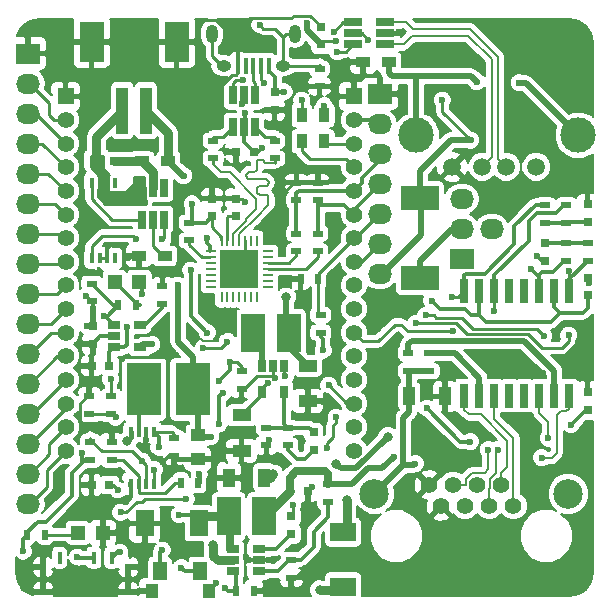
<source format=gtl>
G04 #@! TF.FileFunction,Copper,L1,Top,Signal*
%FSLAX46Y46*%
G04 Gerber Fmt 4.6, Leading zero omitted, Abs format (unit mm)*
G04 Created by KiCad (PCBNEW 4.0.3-stable) date 09/30/16 23:12:01*
%MOMM*%
%LPD*%
G01*
G04 APERTURE LIST*
%ADD10C,0.100000*%
%ADD11R,0.800000X2.000000*%
%ADD12R,1.600000X1.000000*%
%ADD13R,0.750000X0.800000*%
%ADD14R,1.000000X1.600000*%
%ADD15R,0.800000X0.750000*%
%ADD16R,1.250000X1.000000*%
%ADD17R,1.198880X1.198880*%
%ADD18R,2.199640X1.600200*%
%ADD19R,1.600200X2.199640*%
%ADD20R,3.200000X2.000000*%
%ADD21C,1.400000*%
%ADD22C,2.500000*%
%ADD23R,2.000000X3.200000*%
%ADD24R,2.032000X1.727200*%
%ADD25O,2.032000X1.727200*%
%ADD26R,1.000000X4.000000*%
%ADD27R,2.000000X3.400000*%
%ADD28R,0.400000X1.350000*%
%ADD29O,1.250000X0.950000*%
%ADD30O,1.000000X1.550000*%
%ADD31C,1.501140*%
%ADD32C,2.999740*%
%ADD33R,1.200000X0.900000*%
%ADD34R,0.900000X1.200000*%
%ADD35R,0.400000X1.000000*%
%ADD36R,0.600000X0.600000*%
%ADD37R,1.150000X1.600000*%
%ADD38R,1.100000X1.200000*%
%ADD39R,0.650000X1.060000*%
%ADD40R,1.400000X1.400000*%
%ADD41R,1.060000X0.650000*%
%ADD42R,0.400000X0.900000*%
%ADD43R,0.650000X1.560000*%
%ADD44R,0.650000X1.600000*%
%ADD45R,1.600000X0.650000*%
%ADD46R,0.900000X0.500000*%
%ADD47R,0.250000X0.900000*%
%ADD48R,0.900000X0.250000*%
%ADD49R,3.200000X3.200000*%
%ADD50R,0.500000X0.900000*%
%ADD51R,2.900000X4.500000*%
%ADD52C,0.600000*%
%ADD53C,0.800000*%
%ADD54C,0.350000*%
%ADD55C,0.500000*%
%ADD56C,0.250000*%
%ADD57C,0.200000*%
%ADD58C,0.400000*%
%ADD59C,0.750000*%
%ADD60C,0.650000*%
%ADD61C,0.254000*%
G04 APERTURE END LIST*
D10*
D11*
X67450000Y-43572000D03*
X66180000Y-43572000D03*
X64910000Y-43572000D03*
X63640000Y-43572000D03*
X62370000Y-43572000D03*
X61100000Y-43572000D03*
X59830000Y-43572000D03*
X58560000Y-43572000D03*
X58560000Y-52430000D03*
X59830000Y-52430000D03*
X61100000Y-52430000D03*
X62370000Y-52430000D03*
X63640000Y-52430000D03*
X64910000Y-52430000D03*
X66180000Y-52430000D03*
X67450000Y-52430000D03*
D12*
X39700000Y-54100000D03*
X39700000Y-57100000D03*
D13*
X65400000Y-39550000D03*
X65400000Y-41050000D03*
X69000000Y-37750000D03*
X69000000Y-36250000D03*
D12*
X45300000Y-49900000D03*
X45300000Y-52900000D03*
D13*
X69000000Y-42450000D03*
X69000000Y-43950000D03*
D14*
X53900000Y-52500000D03*
X56900000Y-52500000D03*
X41600000Y-59400000D03*
X38600000Y-59400000D03*
D13*
X27100000Y-48050000D03*
X27100000Y-46550000D03*
D15*
X28500000Y-60000000D03*
X27000000Y-60000000D03*
D13*
X43900000Y-64150000D03*
X43900000Y-62650000D03*
D15*
X43800000Y-60500000D03*
X45300000Y-60500000D03*
X28900000Y-32600000D03*
X27400000Y-32600000D03*
D16*
X36000000Y-57800000D03*
X36000000Y-55800000D03*
D15*
X27000000Y-49900000D03*
X28500000Y-49900000D03*
D13*
X37200000Y-35743492D03*
X37200000Y-37243492D03*
X46400000Y-21200000D03*
X46400000Y-22700000D03*
X39200000Y-37243492D03*
X39200000Y-35743492D03*
D15*
X39250000Y-31800000D03*
X40750000Y-31800000D03*
D13*
X42500000Y-28250000D03*
X42500000Y-26750000D03*
X69000000Y-52150000D03*
X69000000Y-53650000D03*
D17*
X25850980Y-64050000D03*
X27949020Y-64050000D03*
D18*
X48300000Y-64000000D03*
X48300000Y-68600000D03*
D19*
X31500000Y-63250000D03*
X36100000Y-63250000D03*
D17*
X31049020Y-42800000D03*
X28950980Y-42800000D03*
D20*
X54800000Y-35700000D03*
X54800000Y-42500000D03*
D21*
X55580000Y-60000000D03*
X56600000Y-61780000D03*
X57620000Y-60000000D03*
X58640000Y-61780000D03*
X59660000Y-60000000D03*
X60680000Y-61780000D03*
X61700000Y-60000000D03*
X62720000Y-61780000D03*
D22*
X67350000Y-60760000D03*
X50950000Y-60760000D03*
D23*
X43700000Y-47100000D03*
X40700000Y-47100000D03*
X41600000Y-62650000D03*
X38600000Y-62650000D03*
D24*
X21600000Y-23480000D03*
D25*
X21600000Y-26020000D03*
X21600000Y-28560000D03*
X21600000Y-31100000D03*
X21600000Y-33640000D03*
X21600000Y-36180000D03*
X21600000Y-38720000D03*
X21600000Y-41260000D03*
X21600000Y-43800000D03*
X21600000Y-46340000D03*
X21600000Y-48880000D03*
X21600000Y-51420000D03*
X21600000Y-53960000D03*
X21600000Y-56500000D03*
X21600000Y-59040000D03*
X21600000Y-61580000D03*
D24*
X58346000Y-40868000D03*
D25*
X58346000Y-35788000D03*
X60886000Y-38328000D03*
X58346000Y-38328000D03*
D26*
X31600000Y-28300000D03*
X29600000Y-28300000D03*
D27*
X34200000Y-22500000D03*
X27000000Y-22500000D03*
D28*
X42000900Y-24500000D03*
X41350900Y-24500000D03*
X40700900Y-24500000D03*
X40050900Y-24500000D03*
X39400900Y-24500000D03*
D29*
X43200900Y-24500000D03*
X38200900Y-24500000D03*
D30*
X44200900Y-21800000D03*
X37200900Y-21800000D03*
D31*
X57528000Y-33067000D03*
X60068000Y-33067000D03*
X62100000Y-33067000D03*
X64640000Y-33067000D03*
D32*
X54480000Y-30400000D03*
X68196000Y-30400000D03*
D33*
X31000000Y-40600000D03*
X33200000Y-40600000D03*
X33500000Y-32600000D03*
X31300000Y-32600000D03*
D34*
X44800000Y-30900000D03*
X44800000Y-28700000D03*
X46700000Y-28700000D03*
X46700000Y-30900000D03*
D33*
X52200000Y-24200000D03*
X50000000Y-24200000D03*
D35*
X28700000Y-66150000D03*
X27200000Y-66150000D03*
X24300000Y-66150000D03*
D36*
X22900000Y-66950000D03*
X22900000Y-69050000D03*
X30100000Y-69050000D03*
X30100000Y-66950000D03*
D37*
X36200000Y-67300000D03*
X32800000Y-67300000D03*
D38*
X32100000Y-69000000D03*
X36900000Y-69000000D03*
D39*
X43300000Y-49900000D03*
X42350000Y-49900000D03*
X41400000Y-49900000D03*
X41400000Y-52100000D03*
X43300000Y-52100000D03*
D40*
X24800000Y-27100000D03*
D21*
X24800000Y-29100000D03*
X24800000Y-31100000D03*
X24800000Y-33100000D03*
X24800000Y-35100000D03*
X24800000Y-37100000D03*
X24800000Y-39100000D03*
X24800000Y-41100000D03*
X24800000Y-43100000D03*
X24800000Y-45100000D03*
X24800000Y-47100000D03*
X24800000Y-49100000D03*
X24800000Y-51100000D03*
X24800000Y-53100000D03*
X24800000Y-55100000D03*
X24800000Y-57100000D03*
X49200000Y-57100000D03*
X49200000Y-55100000D03*
X49200000Y-53100000D03*
X49200000Y-51100000D03*
X49200000Y-49100000D03*
X49200000Y-47100000D03*
X49200000Y-45100000D03*
X49200000Y-43100000D03*
X49200000Y-41100000D03*
X49200000Y-39100000D03*
X49200000Y-37100000D03*
X49200000Y-35100000D03*
X49200000Y-33100000D03*
X49200000Y-31100000D03*
X49200000Y-29100000D03*
D40*
X49200000Y-27100000D03*
D41*
X28900000Y-46450000D03*
X28900000Y-47400000D03*
X28900000Y-48350000D03*
X31100000Y-48350000D03*
X31100000Y-46450000D03*
D42*
X30325000Y-59900000D03*
X30975000Y-59900000D03*
X31625000Y-59900000D03*
X32275000Y-59900000D03*
X32275000Y-55500000D03*
X31625000Y-55500000D03*
X30975000Y-55500000D03*
X30325000Y-55500000D03*
X28980000Y-34400000D03*
X28330000Y-34400000D03*
X27670000Y-34400000D03*
X27020000Y-34400000D03*
X27020000Y-40800000D03*
X27670000Y-40800000D03*
X28330000Y-40800000D03*
X28980000Y-40800000D03*
D43*
X31250000Y-37550000D03*
X32200000Y-37550000D03*
X33150000Y-37550000D03*
X33150000Y-34850000D03*
X31250000Y-34850000D03*
X32200000Y-34850000D03*
D44*
X39900000Y-29700000D03*
X40850000Y-29700000D03*
X38950000Y-29700000D03*
X39900000Y-27000000D03*
X40850000Y-27000000D03*
X38950000Y-27000000D03*
D45*
X49150000Y-21750000D03*
X49150000Y-22700000D03*
X49150000Y-20800000D03*
X51850000Y-21750000D03*
X51850000Y-22700000D03*
X51850000Y-20800000D03*
D46*
X69000000Y-41050000D03*
X69000000Y-39550000D03*
X65400000Y-37800000D03*
X65400000Y-36300000D03*
X67200000Y-41050000D03*
X67200000Y-39550000D03*
X67200000Y-37800000D03*
X67200000Y-36300000D03*
X55600000Y-50350000D03*
X55600000Y-48850000D03*
X53800000Y-50350000D03*
X53800000Y-48850000D03*
D24*
X51400000Y-26900000D03*
D25*
X51400000Y-29440000D03*
X51400000Y-31980000D03*
X51400000Y-34520000D03*
X51400000Y-37060000D03*
X51400000Y-39600000D03*
X51400000Y-42140000D03*
D46*
X26800000Y-54000000D03*
X26800000Y-52500000D03*
X28650000Y-54000000D03*
X28650000Y-52500000D03*
D47*
X41000000Y-39300000D03*
X40500000Y-39300000D03*
X40000000Y-39300000D03*
X39500000Y-39300000D03*
X39000000Y-39300000D03*
X38500000Y-39300000D03*
X38000000Y-39300000D03*
X40500000Y-44100000D03*
X40000000Y-44100000D03*
X38500000Y-44100000D03*
X41000000Y-44100000D03*
X39500000Y-44100000D03*
X38000000Y-44100000D03*
X39000000Y-44100000D03*
D48*
X41900000Y-41700000D03*
X41900000Y-42200000D03*
X41900000Y-42700000D03*
X41900000Y-43200000D03*
X41900000Y-41200000D03*
X41900000Y-40700000D03*
X41900000Y-40200000D03*
X37100000Y-40200000D03*
X37100000Y-40700000D03*
X37100000Y-41200000D03*
X37100000Y-41700000D03*
X37100000Y-42200000D03*
X37100000Y-43200000D03*
X37100000Y-42700000D03*
D49*
X39500000Y-41700000D03*
D13*
X45800000Y-55550000D03*
X45800000Y-57050000D03*
D46*
X39700000Y-50350000D03*
X39700000Y-51850000D03*
X41800000Y-56650000D03*
X41800000Y-55150000D03*
X43600000Y-56650000D03*
X43600000Y-55150000D03*
D50*
X23050000Y-64200000D03*
X21550000Y-64200000D03*
X39250000Y-68950000D03*
X40750000Y-68950000D03*
X34550000Y-59800000D03*
X36050000Y-59800000D03*
D46*
X28700000Y-57850000D03*
X28700000Y-56350000D03*
X33000000Y-43150000D03*
X33000000Y-44650000D03*
X26900000Y-57850000D03*
X26900000Y-56350000D03*
X43900000Y-67850000D03*
X43900000Y-66350000D03*
X47000000Y-59950000D03*
X47000000Y-61450000D03*
X27000000Y-42950000D03*
X27000000Y-44450000D03*
D50*
X29250000Y-44800000D03*
X30750000Y-44800000D03*
D46*
X34000000Y-56050000D03*
X34000000Y-57550000D03*
D50*
X44700000Y-42550000D03*
X46200000Y-42550000D03*
D46*
X46400000Y-45600000D03*
X46400000Y-47100000D03*
X46300000Y-24750000D03*
X46300000Y-26250000D03*
X35258698Y-37793492D03*
X35258698Y-39293492D03*
X37300000Y-30850000D03*
X37300000Y-32350000D03*
X42500000Y-32350000D03*
X42500000Y-30850000D03*
X44341302Y-40206508D03*
X44341302Y-38706508D03*
X46141302Y-38706508D03*
X46141302Y-40206508D03*
X46141302Y-34406508D03*
X46141302Y-35906508D03*
X44341302Y-35906508D03*
X44341302Y-34406508D03*
D41*
X38950000Y-65400000D03*
X38950000Y-66350000D03*
X38950000Y-67300000D03*
X41150000Y-67300000D03*
X41150000Y-65400000D03*
X41150000Y-66350000D03*
D51*
X35550000Y-51900000D03*
X31450000Y-51900000D03*
D52*
X26900000Y-69000000D03*
X54900000Y-37700000D03*
X45200000Y-20900000D03*
X55400000Y-53500000D03*
X59075001Y-56324999D03*
X67600000Y-54900000D03*
X35500000Y-36200000D03*
X35400000Y-41800000D03*
X36800000Y-47100000D03*
X41900000Y-51400000D03*
X56700000Y-27400000D03*
X59100000Y-30800000D03*
X50443199Y-22292801D03*
X47700000Y-22400000D03*
X37500000Y-68300000D03*
X42100000Y-68900000D03*
X66650000Y-33700000D03*
X65450000Y-34850000D03*
X63300000Y-34850000D03*
X61700000Y-35000000D03*
X47300000Y-37500000D03*
X44760000Y-43980000D03*
X33080000Y-58040000D03*
X49490000Y-66810000D03*
X49510000Y-65900000D03*
X48280000Y-66350000D03*
X45110000Y-67010000D03*
X47410000Y-34020000D03*
X53960000Y-24330000D03*
X38040000Y-47080000D03*
X35800000Y-47620000D03*
X34150000Y-48970000D03*
X30580000Y-31150000D03*
X33740000Y-27220000D03*
X66310000Y-23680000D03*
X63700000Y-29360000D03*
X68730000Y-34640000D03*
X51700000Y-44950000D03*
X51250000Y-46820000D03*
X52680000Y-47690000D03*
X51700000Y-52130000D03*
X54680000Y-55550000D03*
X56790000Y-57180000D03*
X45000000Y-63350000D03*
X59150000Y-23650000D03*
X56200000Y-23150000D03*
X47800000Y-46250000D03*
X37550000Y-27450000D03*
X39775001Y-27732290D03*
X38450000Y-31700000D03*
X42150000Y-37950000D03*
X40000000Y-36050000D03*
X25600000Y-62200000D03*
X29550000Y-49350000D03*
X24400000Y-59100000D03*
X28250000Y-55200000D03*
X46700000Y-52950000D03*
X40333698Y-40868492D03*
X45700000Y-60175000D03*
X44800000Y-56350000D03*
X42000000Y-56200000D03*
X44600000Y-51300000D03*
X42524696Y-50900243D03*
X40000000Y-58300000D03*
X27200000Y-51400000D03*
X33374438Y-54631834D03*
X31605968Y-56203511D03*
X29900000Y-61400000D03*
X40100000Y-66100000D03*
X65200000Y-50500000D03*
X68100000Y-49800000D03*
X57300000Y-50500000D03*
X39500000Y-23000000D03*
X53000000Y-21675000D03*
X28400000Y-39800000D03*
X30100000Y-40800000D03*
X64700000Y-40600000D03*
X69100000Y-42900000D03*
X55800000Y-44400000D03*
X25800000Y-66100000D03*
X34600000Y-67000000D03*
X26200000Y-57300000D03*
D53*
X43500000Y-44100000D03*
D52*
X21200000Y-65600000D03*
X54400000Y-58200000D03*
D53*
X37300000Y-65100000D03*
X42400000Y-59100000D03*
X46300000Y-68900000D03*
D52*
X36800000Y-39100000D03*
X41400000Y-31500000D03*
X40000000Y-28500000D03*
X43300000Y-26700000D03*
X32100000Y-48100000D03*
X26600000Y-46500000D03*
X31300000Y-43800000D03*
X26500000Y-44000000D03*
X32300000Y-58700000D03*
X29200000Y-60400000D03*
X44050000Y-61700000D03*
X34400000Y-62500000D03*
X52600000Y-57600000D03*
X30000000Y-46600000D03*
X37100000Y-55900000D03*
X36100000Y-59100000D03*
X34800000Y-33800000D03*
X34300000Y-43100000D03*
X34300000Y-44600000D03*
D53*
X48600000Y-61300000D03*
D52*
X46930000Y-56850000D03*
X29450000Y-62300000D03*
X47700000Y-54250000D03*
X31300000Y-57975000D03*
X35000000Y-61200000D03*
X64200000Y-41700000D03*
X65300000Y-47400000D03*
X55300000Y-45600000D03*
X67400000Y-41900000D03*
X67400000Y-47300000D03*
X54500000Y-46300000D03*
X57500000Y-44100000D03*
X57600000Y-47000000D03*
X61100000Y-45300000D03*
D53*
X52100000Y-55900000D03*
X47700000Y-58200000D03*
X30000000Y-56300000D03*
D52*
X39850000Y-25675000D03*
X41627411Y-25987101D03*
X41250000Y-21050000D03*
X59600000Y-25850000D03*
X63200000Y-25950000D03*
X29400000Y-65700000D03*
X38300000Y-68700000D03*
X32700000Y-56800000D03*
X37800000Y-51200000D03*
X38700000Y-49600000D03*
X43400000Y-50800000D03*
X28050000Y-45700000D03*
X28600000Y-51000000D03*
X46600000Y-48600000D03*
X38100000Y-52200000D03*
X37800000Y-54800000D03*
X33000000Y-65500000D03*
X47480223Y-21630778D03*
X44800000Y-27400000D03*
X47800000Y-23300000D03*
X46700000Y-27900000D03*
X30800000Y-39200000D03*
X33000000Y-39200000D03*
X65675000Y-56025000D03*
X60600000Y-57000000D03*
X65117158Y-57682842D03*
X61400000Y-57000000D03*
X47079459Y-51535523D03*
X38500000Y-47850000D03*
X36450000Y-48400000D03*
X29050000Y-54250000D03*
D54*
X30100000Y-69050000D02*
X26950000Y-69050000D01*
X26950000Y-69050000D02*
X26900000Y-69000000D01*
X35500000Y-36200000D02*
X35500000Y-37552190D01*
X35500000Y-37552190D02*
X35258698Y-37793492D01*
X35258698Y-37793492D02*
X36650000Y-37793492D01*
X36650000Y-37793492D02*
X37200000Y-37243492D01*
D55*
X51400000Y-42140000D02*
X51552400Y-42140000D01*
X51552400Y-42140000D02*
X54900000Y-38792400D01*
X54900000Y-38792400D02*
X54900000Y-38124264D01*
X54900000Y-38124264D02*
X54900000Y-37700000D01*
X54900000Y-37700000D02*
X54900000Y-35800000D01*
X54900000Y-35800000D02*
X54800000Y-35700000D01*
X46400000Y-22700000D02*
X45200000Y-21500000D01*
X45200000Y-21500000D02*
X45200000Y-20900000D01*
D54*
X59075001Y-56324999D02*
X58224999Y-56324999D01*
X58224999Y-56324999D02*
X55400000Y-53500000D01*
X69000000Y-53650000D02*
X68850000Y-53650000D01*
X68850000Y-53650000D02*
X67600000Y-54900000D01*
X36800000Y-47100000D02*
X35400000Y-45700000D01*
X35400000Y-45700000D02*
X35400000Y-41800000D01*
X41400000Y-52100000D02*
X41400000Y-51900000D01*
X41400000Y-51900000D02*
X41900000Y-51400000D01*
D56*
X56700000Y-27400000D02*
X56700000Y-28400000D01*
X56700000Y-28400000D02*
X59100000Y-30800000D01*
D55*
X57400000Y-30800000D02*
X54800000Y-33400000D01*
X54800000Y-33400000D02*
X54800000Y-35700000D01*
X59100000Y-30800000D02*
X57400000Y-30800000D01*
D56*
X47700000Y-22400000D02*
X46600000Y-22400000D01*
X50443199Y-22292801D02*
X49900398Y-21750000D01*
X49900398Y-21750000D02*
X49150000Y-21750000D01*
X47650000Y-22350000D02*
X47700000Y-22400000D01*
D54*
X41400000Y-52100000D02*
X41400000Y-52400000D01*
X41400000Y-52400000D02*
X39700000Y-54100000D01*
X37000000Y-37443492D02*
X37200000Y-37243492D01*
D56*
X37200000Y-38184794D02*
X37200000Y-37243492D01*
X37996198Y-39255992D02*
X37996198Y-38980992D01*
X37996198Y-38980992D02*
X37200000Y-38184794D01*
D54*
X40100000Y-66100000D02*
X40100000Y-66200000D01*
X40100000Y-66200000D02*
X40250000Y-66350000D01*
X37500000Y-68300000D02*
X37500000Y-68400000D01*
X37500000Y-68400000D02*
X36900000Y-69000000D01*
X40750000Y-68950000D02*
X42050000Y-68950000D01*
X42050000Y-68950000D02*
X42100000Y-68900000D01*
D57*
X63300000Y-34850000D02*
X65450000Y-34850000D01*
X59117569Y-33817569D02*
X60300000Y-35000000D01*
X60300000Y-35000000D02*
X61700000Y-35000000D01*
X57528000Y-33067000D02*
X58278569Y-33817569D01*
X58278569Y-33817569D02*
X59117569Y-33817569D01*
X31500000Y-63250000D02*
X31500000Y-65000000D01*
X35800000Y-47620000D02*
X36224264Y-47620000D01*
X36224264Y-47620000D02*
X36404263Y-47799999D01*
X37370000Y-47750000D02*
X38040000Y-47080000D01*
X36404263Y-47799999D02*
X37320001Y-47799999D01*
X37320001Y-47799999D02*
X37370000Y-47750000D01*
D56*
X40975001Y-50774999D02*
X39900000Y-51850000D01*
X39900000Y-51850000D02*
X39700000Y-51850000D01*
X44700000Y-42550000D02*
X44700000Y-43920000D01*
X44700000Y-43920000D02*
X44760000Y-43980000D01*
D58*
X36000000Y-57800000D02*
X34250000Y-57800000D01*
X34250000Y-57800000D02*
X34000000Y-57550000D01*
D54*
X34000000Y-57550000D02*
X33570000Y-57550000D01*
X33570000Y-57550000D02*
X33080000Y-58040000D01*
X49510000Y-65900000D02*
X49510000Y-66790000D01*
X49510000Y-66790000D02*
X49490000Y-66810000D01*
X45110000Y-67010000D02*
X47620000Y-67010000D01*
X47620000Y-67010000D02*
X48280000Y-66350000D01*
X43900000Y-67850000D02*
X44270000Y-67850000D01*
X44270000Y-67850000D02*
X45110000Y-67010000D01*
X46141302Y-34406508D02*
X47023492Y-34406508D01*
X47023492Y-34406508D02*
X47410000Y-34020000D01*
X44341302Y-34406508D02*
X45784182Y-34406508D01*
X45784182Y-34406508D02*
X45927664Y-34549990D01*
D55*
X56200000Y-23150000D02*
X55140000Y-23150000D01*
X55140000Y-23150000D02*
X53960000Y-24330000D01*
D56*
X33500000Y-50280000D02*
X33500000Y-49350000D01*
X33500000Y-54082008D02*
X33500000Y-50280000D01*
D57*
X33500000Y-50280000D02*
X33500000Y-49620000D01*
X33500000Y-49620000D02*
X34150000Y-48970000D01*
X34200000Y-22500000D02*
X34200000Y-26760000D01*
X34200000Y-26760000D02*
X33740000Y-27220000D01*
X69000000Y-36250000D02*
X69000000Y-34910000D01*
X69000000Y-34910000D02*
X68730000Y-34640000D01*
X51250000Y-46820000D02*
X51250000Y-45400000D01*
X51250000Y-45400000D02*
X51700000Y-44950000D01*
X51880000Y-51525736D02*
X51880000Y-48535000D01*
X51880000Y-48535000D02*
X52540000Y-47875000D01*
X51700000Y-52130000D02*
X51700000Y-51705736D01*
X51700000Y-51705736D02*
X51880000Y-51525736D01*
X56790000Y-57180000D02*
X56310000Y-57180000D01*
X56310000Y-57180000D02*
X54680000Y-55550000D01*
X57060000Y-58520000D02*
X57060000Y-57450000D01*
X57060000Y-57450000D02*
X56790000Y-57180000D01*
X55580000Y-60000000D02*
X57060000Y-58520000D01*
D56*
X45300000Y-60500000D02*
X45300000Y-63050000D01*
X45300000Y-63050000D02*
X45000000Y-63350000D01*
X56200000Y-23150000D02*
X58650000Y-23150000D01*
X58650000Y-23150000D02*
X59150000Y-23650000D01*
X40325001Y-20424999D02*
X40325001Y-22174999D01*
X40325001Y-22174999D02*
X39500000Y-23000000D01*
X44075001Y-20274999D02*
X43925001Y-20424999D01*
X43925001Y-20424999D02*
X40325001Y-20424999D01*
X46400000Y-21200000D02*
X46400000Y-21174998D01*
X46400000Y-21174998D02*
X45500001Y-20274999D01*
X45500001Y-20274999D02*
X44075001Y-20274999D01*
X46850000Y-49950000D02*
X47800000Y-49000000D01*
X47800000Y-49000000D02*
X47800000Y-46250000D01*
X46850000Y-50450000D02*
X46850000Y-49950000D01*
X45300000Y-51600000D02*
X45700000Y-51600000D01*
X45700000Y-51600000D02*
X46850000Y-50450000D01*
X45300000Y-52900000D02*
X45300000Y-51600000D01*
X27670000Y-40800000D02*
X28330000Y-40800000D01*
X37850000Y-26300000D02*
X37849999Y-27150001D01*
X37849999Y-27150001D02*
X37550000Y-27450000D01*
X38900010Y-25249990D02*
X37850000Y-26300000D01*
X39400900Y-24500000D02*
X39400900Y-25049100D01*
X39400900Y-25049100D02*
X39200010Y-25249990D01*
X39200010Y-25249990D02*
X38900010Y-25249990D01*
X39500000Y-23000000D02*
X39500000Y-22575736D01*
X39500000Y-22575736D02*
X37524264Y-20600000D01*
X37524264Y-20600000D02*
X36450000Y-20600000D01*
X36450000Y-20600000D02*
X36000000Y-21050000D01*
X36000000Y-21050000D02*
X36000000Y-21950000D01*
X36000000Y-21950000D02*
X35450000Y-22500000D01*
X35450000Y-22500000D02*
X34200000Y-22500000D01*
X39900000Y-27000000D02*
X39900000Y-27607291D01*
X39900000Y-27607291D02*
X39775001Y-27732290D01*
X39250000Y-31800000D02*
X38550000Y-31800000D01*
X38550000Y-31800000D02*
X38450000Y-31700000D01*
X39200000Y-35743492D02*
X39693492Y-35743492D01*
X39693492Y-35743492D02*
X40000000Y-36050000D01*
X39996198Y-39255992D02*
X39996198Y-40530992D01*
X39996198Y-40530992D02*
X40333698Y-40868492D01*
X27000000Y-60000000D02*
X27000000Y-60800000D01*
X27000000Y-60800000D02*
X25600000Y-62200000D01*
X33350000Y-49200000D02*
X29700000Y-49200000D01*
X29700000Y-49200000D02*
X29550000Y-49350000D01*
X33500000Y-49350000D02*
X33350000Y-49200000D01*
X33374438Y-54631834D02*
X33374438Y-54207570D01*
X33374438Y-54207570D02*
X33500000Y-54082008D01*
X26000000Y-54500000D02*
X26000000Y-53100000D01*
X26600000Y-52500000D02*
X26800000Y-52500000D01*
X26000000Y-53100000D02*
X26600000Y-52500000D01*
X26300000Y-54800000D02*
X26000000Y-54500000D01*
X27850000Y-54800000D02*
X26300000Y-54800000D01*
X28250000Y-55200000D02*
X27850000Y-54800000D01*
X28700000Y-56000000D02*
X28700000Y-55650000D01*
X28700000Y-55650000D02*
X28250000Y-55200000D01*
X45300000Y-52900000D02*
X46650000Y-52900000D01*
X46650000Y-52900000D02*
X46700000Y-52950000D01*
X44341302Y-34056508D02*
X44341302Y-34206508D01*
X42750000Y-35797810D02*
X42750000Y-37100000D01*
X44341302Y-34206508D02*
X42750000Y-35797810D01*
X45300000Y-60500000D02*
X45375000Y-60500000D01*
X45375000Y-60500000D02*
X45700000Y-60175000D01*
X41800000Y-57000000D02*
X41800000Y-56400000D01*
X41800000Y-56400000D02*
X42000000Y-56200000D01*
X42350000Y-49900000D02*
X42350000Y-50725547D01*
X42350000Y-50725547D02*
X42524696Y-50900243D01*
X40975001Y-50774999D02*
X42255001Y-50774999D01*
X42255001Y-50774999D02*
X42350000Y-50680000D01*
X42350000Y-50680000D02*
X42350000Y-49900000D01*
X39700000Y-57100000D02*
X39700000Y-58000000D01*
X39700000Y-58000000D02*
X40000000Y-58300000D01*
X27000000Y-49900000D02*
X27000000Y-51200000D01*
X27000000Y-51200000D02*
X27200000Y-51400000D01*
X31625000Y-55500000D02*
X31625000Y-56184479D01*
X31625000Y-56184479D02*
X31605968Y-56203511D01*
X30325000Y-59900000D02*
X30325000Y-60975000D01*
X30325000Y-60975000D02*
X29900000Y-61400000D01*
D54*
X41400000Y-66350000D02*
X40250000Y-66350000D01*
X40250000Y-66350000D02*
X40200000Y-66300000D01*
X69000000Y-52150000D02*
X69000000Y-50700000D01*
X69000000Y-50700000D02*
X68100000Y-49800000D01*
X56900000Y-52500000D02*
X56900000Y-50900000D01*
X56900000Y-50900000D02*
X57300000Y-50500000D01*
D56*
X39400900Y-24500000D02*
X39400900Y-23099100D01*
X39400900Y-23099100D02*
X39500000Y-23000000D01*
X51850000Y-21750000D02*
X53050000Y-21750000D01*
X53050000Y-21750000D02*
X53100000Y-21700000D01*
X31625000Y-56475000D02*
X31600000Y-56500000D01*
D54*
X27100000Y-48050000D02*
X27750000Y-47400000D01*
X27750000Y-47400000D02*
X28900000Y-47400000D01*
X28330000Y-40800000D02*
X28330000Y-39870000D01*
X28330000Y-39870000D02*
X28400000Y-39800000D01*
X31000000Y-40600000D02*
X30300000Y-40600000D01*
X30300000Y-40600000D02*
X30100000Y-40800000D01*
D56*
X65400000Y-41050000D02*
X65150000Y-41050000D01*
X65150000Y-41050000D02*
X64700000Y-40600000D01*
X69000000Y-42450000D02*
X69000000Y-42800000D01*
X69000000Y-42800000D02*
X69100000Y-42900000D01*
D54*
X58600000Y-45100000D02*
X56500000Y-45100000D01*
X56500000Y-45100000D02*
X55800000Y-44400000D01*
X59830000Y-45630000D02*
X59130000Y-45630000D01*
X59130000Y-45630000D02*
X58600000Y-45100000D01*
X49200000Y-41100000D02*
X49900000Y-41100000D01*
X49900000Y-41100000D02*
X51400000Y-39600000D01*
X59830000Y-43572000D02*
X59830000Y-45630000D01*
X59830000Y-45630000D02*
X60400000Y-46200000D01*
X60400000Y-46200000D02*
X65858000Y-46200000D01*
X65858000Y-46200000D02*
X66658000Y-45400000D01*
X68600000Y-45400000D02*
X69000000Y-45000000D01*
X69000000Y-45000000D02*
X69000000Y-43950000D01*
X66658000Y-45400000D02*
X68600000Y-45400000D01*
X66180000Y-43572000D02*
X66180000Y-44922000D01*
X66180000Y-44922000D02*
X66658000Y-45400000D01*
X67200000Y-39550000D02*
X65400000Y-39550000D01*
X69000000Y-39550000D02*
X67200000Y-39550000D01*
X69000000Y-37750000D02*
X67250000Y-37750000D01*
X67250000Y-37750000D02*
X67200000Y-37800000D01*
X65400000Y-37800000D02*
X67200000Y-37800000D01*
X43300000Y-52100000D02*
X43300000Y-54850000D01*
X43300000Y-54850000D02*
X43600000Y-55150000D01*
X41800000Y-55150000D02*
X43600000Y-55150000D01*
X43600000Y-55150000D02*
X45400000Y-55150000D01*
X45400000Y-55150000D02*
X45800000Y-55550000D01*
X45800000Y-55550000D02*
X45800000Y-55525000D01*
X43600000Y-56650000D02*
X43600000Y-57000000D01*
X44400000Y-57800000D02*
X45075000Y-57800000D01*
X45075000Y-57800000D02*
X45800000Y-57075000D01*
X45800000Y-57075000D02*
X45800000Y-57050000D01*
X43600000Y-57000000D02*
X43650000Y-57050000D01*
X44400000Y-57800000D02*
X43600000Y-57000000D01*
X27200000Y-66150000D02*
X25850000Y-66150000D01*
X25850000Y-66150000D02*
X25800000Y-66100000D01*
X36200000Y-67300000D02*
X34900000Y-67300000D01*
X34900000Y-67300000D02*
X34600000Y-67000000D01*
X26900000Y-57850000D02*
X26450000Y-57850000D01*
X26450000Y-57850000D02*
X26200000Y-58100000D01*
X21550000Y-64200000D02*
X21550000Y-64000000D01*
X21550000Y-64000000D02*
X22450000Y-63100000D01*
X21200000Y-65600000D02*
X21200000Y-64550000D01*
X21200000Y-64550000D02*
X21550000Y-64200000D01*
X26200000Y-57300000D02*
X26200000Y-58100000D01*
X26200000Y-58100000D02*
X26100000Y-58200000D01*
D55*
X43500000Y-44100000D02*
X43500000Y-46900000D01*
X43500000Y-46900000D02*
X43700000Y-47100000D01*
D54*
X23100000Y-63100000D02*
X22450000Y-63100000D01*
X25300000Y-60900000D02*
X23100000Y-63100000D01*
X25300000Y-59000000D02*
X25300000Y-60900000D01*
X26100000Y-58200000D02*
X25300000Y-59000000D01*
X49200000Y-29100000D02*
X51060000Y-29100000D01*
X51060000Y-29100000D02*
X51400000Y-29440000D01*
D55*
X43700000Y-47100000D02*
X43700000Y-48300000D01*
X43700000Y-48300000D02*
X45300000Y-49900000D01*
X53400000Y-58310000D02*
X54290000Y-58310000D01*
X54290000Y-58310000D02*
X54400000Y-58200000D01*
X53800000Y-50350000D02*
X55600000Y-50350000D01*
X53900000Y-52500000D02*
X53900000Y-50450000D01*
X53900000Y-50450000D02*
X53800000Y-50350000D01*
X53400000Y-54300000D02*
X53400000Y-58310000D01*
X53400000Y-58310000D02*
X50950000Y-60760000D01*
X53900000Y-52500000D02*
X53900000Y-53800000D01*
X53900000Y-53800000D02*
X53400000Y-54300000D01*
D59*
X38950000Y-66350000D02*
X37670000Y-66350000D01*
X37670000Y-66350000D02*
X37300000Y-65980000D01*
X37300000Y-65980000D02*
X37300000Y-65665685D01*
X37300000Y-65665685D02*
X37300000Y-65100000D01*
X41600000Y-59400000D02*
X42100000Y-59400000D01*
X42100000Y-59400000D02*
X42400000Y-59100000D01*
X46300000Y-68900000D02*
X48000000Y-68900000D01*
X48000000Y-68900000D02*
X48300000Y-68600000D01*
D54*
X27100000Y-44900000D02*
X27100000Y-44550000D01*
X27100000Y-44550000D02*
X27000000Y-44450000D01*
X36800000Y-39100000D02*
X36800000Y-39524264D01*
X36800000Y-39524264D02*
X37046198Y-39770462D01*
X37046198Y-39770462D02*
X37046198Y-40180982D01*
X40750000Y-31800000D02*
X41100000Y-31800000D01*
X41100000Y-31800000D02*
X41400000Y-31500000D01*
X39900000Y-29700000D02*
X39900000Y-30950000D01*
X39900000Y-30950000D02*
X40750000Y-31800000D01*
X40000000Y-28500000D02*
X40000000Y-29600000D01*
X40000000Y-29600000D02*
X39900000Y-29700000D01*
X42500000Y-26750000D02*
X43250000Y-26750000D01*
X43250000Y-26750000D02*
X43300000Y-26700000D01*
X42000900Y-24500000D02*
X42000900Y-24975000D01*
X42000900Y-24975000D02*
X42500000Y-25474100D01*
X42500000Y-25474100D02*
X42500000Y-26000000D01*
X42500000Y-26000000D02*
X42500000Y-26750000D01*
D55*
X27100000Y-46550000D02*
X27100000Y-44900000D01*
X26600000Y-46500000D02*
X27050000Y-46500000D01*
X27050000Y-46500000D02*
X27100000Y-46550000D01*
X32100000Y-48100000D02*
X31350000Y-48100000D01*
X31350000Y-48100000D02*
X31100000Y-48350000D01*
D54*
X31300000Y-43800000D02*
X31300000Y-43050980D01*
X31300000Y-43050980D02*
X31049020Y-42800000D01*
X27000000Y-44500000D02*
X26500000Y-44000000D01*
D56*
X32300000Y-58700000D02*
X32300000Y-59875000D01*
X32300000Y-59875000D02*
X32275000Y-59900000D01*
X28500000Y-60000000D02*
X28800000Y-60000000D01*
X28800000Y-60000000D02*
X29200000Y-60400000D01*
D54*
X41400000Y-65400000D02*
X42650000Y-65400000D01*
X42650000Y-65400000D02*
X43900000Y-64150000D01*
D60*
X38700000Y-65400000D02*
X38700000Y-62750000D01*
X38700000Y-62750000D02*
X38600000Y-62650000D01*
D56*
X44050000Y-61700000D02*
X44050000Y-62500000D01*
X44050000Y-62500000D02*
X43900000Y-62650000D01*
D54*
X34400000Y-62500000D02*
X35350000Y-62500000D01*
X35350000Y-62500000D02*
X36100000Y-63250000D01*
D59*
X38600000Y-62650000D02*
X36700000Y-62650000D01*
X36700000Y-62650000D02*
X36100000Y-63250000D01*
D55*
X52600000Y-57600000D02*
X51600000Y-58600000D01*
X51600000Y-58600000D02*
X50400000Y-58600000D01*
X50400000Y-58600000D02*
X49050000Y-59950000D01*
X49050000Y-59950000D02*
X47000000Y-59950000D01*
D60*
X43800000Y-60500000D02*
X43800000Y-59375000D01*
X43800000Y-59375000D02*
X44325000Y-58850000D01*
X44325000Y-58850000D02*
X46800000Y-58850000D01*
X46800000Y-58850000D02*
X47000000Y-59050000D01*
X47000000Y-59050000D02*
X47000000Y-59950000D01*
D59*
X41600000Y-62650000D02*
X41650000Y-62650000D01*
X41650000Y-62650000D02*
X43800000Y-60500000D01*
X32200000Y-34850000D02*
X32200000Y-33500000D01*
X32200000Y-33500000D02*
X31300000Y-32600000D01*
X31300000Y-32600000D02*
X28900000Y-32600000D01*
X31250000Y-34850000D02*
X31250000Y-34950000D01*
X29600000Y-28300000D02*
X27400000Y-30500000D01*
X27400000Y-30500000D02*
X27400000Y-32600000D01*
D58*
X36100000Y-59100000D02*
X36100000Y-59750000D01*
X36100000Y-59750000D02*
X36050000Y-59800000D01*
D54*
X30000000Y-47350000D02*
X30000000Y-46600000D01*
D55*
X37100000Y-55900000D02*
X36100000Y-55900000D01*
X36100000Y-55900000D02*
X36000000Y-55800000D01*
X36000000Y-55800000D02*
X36000000Y-52350000D01*
X36000000Y-52350000D02*
X35550000Y-51900000D01*
X34800000Y-33800000D02*
X34700000Y-33800000D01*
X34700000Y-33800000D02*
X33500000Y-32600000D01*
X34300000Y-44600000D02*
X34300000Y-43100000D01*
X34300000Y-47900000D02*
X34300000Y-44600000D01*
X35550000Y-51900000D02*
X35550000Y-49150000D01*
X35550000Y-49150000D02*
X34300000Y-47900000D01*
D54*
X28900000Y-48350000D02*
X29780000Y-48350000D01*
X29780000Y-48350000D02*
X30000000Y-48130000D01*
X30000000Y-48130000D02*
X30000000Y-47350000D01*
X28500000Y-49900000D02*
X28500000Y-48750000D01*
X28500000Y-48750000D02*
X28900000Y-48350000D01*
D59*
X32900000Y-29600000D02*
X33500000Y-30200000D01*
X33500000Y-30200000D02*
X33500000Y-32600000D01*
X32900000Y-29600000D02*
X31600000Y-28300000D01*
D56*
X38496198Y-39255992D02*
X38496198Y-37322294D01*
X38496198Y-37322294D02*
X38575000Y-37243492D01*
X38575000Y-37243492D02*
X39200000Y-37243492D01*
X23400000Y-64200000D02*
X23050000Y-64200000D01*
X23400000Y-64200000D02*
X25700980Y-64200000D01*
X25700980Y-64200000D02*
X25850980Y-64050000D01*
D59*
X48600000Y-61300000D02*
X48600000Y-63700000D01*
X48600000Y-63700000D02*
X48300000Y-64000000D01*
D54*
X31100000Y-44800000D02*
X30950980Y-44800000D01*
X30950980Y-44800000D02*
X28950980Y-42800000D01*
D55*
X54800000Y-42500000D02*
X54800000Y-41000000D01*
X54800000Y-41000000D02*
X57472000Y-38328000D01*
X57472000Y-38328000D02*
X58346000Y-38328000D01*
D56*
X47400000Y-54974264D02*
X47400000Y-55710000D01*
X46930000Y-56850000D02*
X46930000Y-56425736D01*
X46930000Y-56425736D02*
X47400000Y-55955736D01*
X47400000Y-55955736D02*
X47400000Y-55710000D01*
X31300000Y-61400000D02*
X30825002Y-61400000D01*
X30825002Y-61400000D02*
X29925002Y-62300000D01*
X29925002Y-62300000D02*
X29450000Y-62300000D01*
X47700000Y-54250000D02*
X47700000Y-54674264D01*
X47700000Y-54674264D02*
X47400000Y-54974264D01*
X26900000Y-56000000D02*
X26900000Y-56150000D01*
X26900000Y-56150000D02*
X27850000Y-57100000D01*
X27850000Y-57100000D02*
X30425000Y-57100000D01*
X30425000Y-57100000D02*
X31300000Y-57975000D01*
X31300000Y-57975000D02*
X31625000Y-58300000D01*
X31625000Y-58300000D02*
X31625000Y-58425000D01*
X35000000Y-61200000D02*
X31500000Y-61200000D01*
X31500000Y-61200000D02*
X31300000Y-61400000D01*
X31625000Y-59900000D02*
X31625000Y-58425000D01*
D55*
X41400000Y-49900000D02*
X41400000Y-47800000D01*
X41400000Y-47800000D02*
X40700000Y-47100000D01*
D54*
X30975000Y-55500000D02*
X30975000Y-52375000D01*
X30975000Y-52375000D02*
X31450000Y-51900000D01*
D56*
X23400000Y-28689949D02*
X23400000Y-27667600D01*
X23400000Y-27667600D02*
X21752400Y-26020000D01*
X21752400Y-26020000D02*
X21600000Y-26020000D01*
X24800000Y-29100000D02*
X23810051Y-29100000D01*
X23810051Y-29100000D02*
X23400000Y-28689949D01*
X24800000Y-31100000D02*
X22260000Y-28560000D01*
X22260000Y-28560000D02*
X21600000Y-28560000D01*
X24800000Y-33100000D02*
X22800000Y-31100000D01*
X22800000Y-31100000D02*
X21600000Y-31100000D01*
X21600000Y-33640000D02*
X23340000Y-33640000D01*
X23340000Y-33640000D02*
X24800000Y-35100000D01*
X21600000Y-36180000D02*
X23880000Y-36180000D01*
X23880000Y-36180000D02*
X24800000Y-37100000D01*
X21600000Y-38720000D02*
X24420000Y-38720000D01*
X24420000Y-38720000D02*
X24800000Y-39100000D01*
X21600000Y-41260000D02*
X24640000Y-41260000D01*
X24640000Y-41260000D02*
X24800000Y-41100000D01*
X21600000Y-43800000D02*
X24100001Y-43799999D01*
X24100001Y-43799999D02*
X24800000Y-43100000D01*
X21600000Y-46340000D02*
X23560000Y-46340000D01*
X23560000Y-46340000D02*
X24800000Y-45100000D01*
X21600000Y-48880000D02*
X21752400Y-48880000D01*
X21752400Y-48880000D02*
X23532400Y-47100000D01*
X23532400Y-47100000D02*
X24800000Y-47100000D01*
X21600000Y-51420000D02*
X21752400Y-51420000D01*
X21752400Y-51420000D02*
X24072400Y-49100000D01*
X24072400Y-49100000D02*
X24800000Y-49100000D01*
X24800000Y-51100000D02*
X21940000Y-53960000D01*
X21940000Y-53960000D02*
X21600000Y-53960000D01*
X21600000Y-56500000D02*
X21752400Y-56500000D01*
X21752400Y-56500000D02*
X24800000Y-53452400D01*
X24800000Y-53452400D02*
X24800000Y-53100000D01*
X23400000Y-57392400D02*
X23400000Y-56500000D01*
X23400000Y-56500000D02*
X24800000Y-55100000D01*
X21600000Y-59040000D02*
X21752400Y-59040000D01*
X21752400Y-59040000D02*
X23400000Y-57392400D01*
X23200000Y-60132400D02*
X23200000Y-58700000D01*
X23200000Y-58700000D02*
X24800000Y-57100000D01*
X21600000Y-61580000D02*
X21752400Y-61580000D01*
X21752400Y-61580000D02*
X23200000Y-60132400D01*
X49200000Y-31100000D02*
X46900000Y-31100000D01*
X46900000Y-31100000D02*
X46700000Y-30900000D01*
X44800000Y-30900000D02*
X44800000Y-31750000D01*
X45450000Y-32400000D02*
X48500001Y-32400001D01*
X44800000Y-31750000D02*
X45450000Y-32400000D01*
X48500001Y-32400001D02*
X49200000Y-33100000D01*
D54*
X44341302Y-36230000D02*
X44341302Y-35306508D01*
X44341302Y-38706508D02*
X44341302Y-36230000D01*
X44341302Y-36230000D02*
X44341302Y-35906508D01*
X44341302Y-35306508D02*
X44547810Y-35100000D01*
X44547810Y-35100000D02*
X49200000Y-35100000D01*
X49200000Y-35100000D02*
X49899999Y-34400001D01*
X49899999Y-34400001D02*
X49899999Y-33991003D01*
X49899999Y-33991003D02*
X51400000Y-32491002D01*
X51400000Y-32491002D02*
X51400000Y-31980000D01*
X46141302Y-36256508D02*
X46141302Y-35906508D01*
X46141302Y-38706508D02*
X46141302Y-36256508D01*
X46141302Y-36256508D02*
X48356508Y-36256508D01*
X48356508Y-36256508D02*
X49200000Y-37100000D01*
X49200000Y-37100000D02*
X49200000Y-36720000D01*
X49200000Y-36720000D02*
X51400000Y-34520000D01*
D56*
X46200000Y-42550000D02*
X46200000Y-45400000D01*
X46200000Y-45400000D02*
X46400000Y-45600000D01*
X46200000Y-42550000D02*
X46200000Y-42100000D01*
X46200000Y-42100000D02*
X48500001Y-39799999D01*
X48500001Y-39799999D02*
X49200000Y-39100000D01*
D54*
X49200000Y-39100000D02*
X49360000Y-39100000D01*
X49360000Y-39100000D02*
X51400000Y-37060000D01*
D56*
X56200000Y-45849990D02*
X58349990Y-45849990D01*
X55300000Y-45600000D02*
X55950010Y-45600000D01*
X55950010Y-45600000D02*
X56200000Y-45849990D01*
X64674980Y-46774980D02*
X65300000Y-47400000D01*
X58349990Y-45849990D02*
X59274980Y-46774980D01*
X59274980Y-46774980D02*
X64674980Y-46774980D01*
X64200000Y-41700000D02*
X64722000Y-42222000D01*
X64722000Y-42222000D02*
X64910000Y-42222000D01*
D54*
X65132000Y-42000000D02*
X66050000Y-42000000D01*
X66050000Y-42000000D02*
X67000000Y-41050000D01*
X67000000Y-41050000D02*
X67200000Y-41050000D01*
X64910000Y-43572000D02*
X64910000Y-42222000D01*
X64910000Y-42222000D02*
X65132000Y-42000000D01*
D56*
X67400000Y-41900000D02*
X67400000Y-42550000D01*
X67400000Y-42550000D02*
X67450000Y-42600000D01*
X66800000Y-48400000D02*
X67400000Y-47800000D01*
X67400000Y-47800000D02*
X67400000Y-47300000D01*
X65100000Y-48400000D02*
X66800000Y-48400000D01*
X63924990Y-47224990D02*
X65100000Y-48400000D01*
X58749992Y-47224990D02*
X63924990Y-47224990D01*
X54500000Y-46300000D02*
X57825002Y-46300000D01*
X57825002Y-46300000D02*
X58749992Y-47224990D01*
D54*
X67450000Y-43572000D02*
X67450000Y-42600000D01*
X67450000Y-42600000D02*
X69000000Y-41050000D01*
D56*
X49200000Y-47100000D02*
X49940000Y-47840000D01*
X49940000Y-47840000D02*
X51270000Y-47840000D01*
X51270000Y-47840000D02*
X52680000Y-46430000D01*
X52680000Y-46430000D02*
X53230000Y-46430000D01*
X53230000Y-46430000D02*
X53800000Y-47000000D01*
X53800000Y-47000000D02*
X53826227Y-47000000D01*
X53826227Y-47000000D02*
X57600000Y-47000000D01*
X57500000Y-44100000D02*
X58032000Y-44100000D01*
X58032000Y-44100000D02*
X58560000Y-43572000D01*
D54*
X65400000Y-36300000D02*
X64600000Y-36300000D01*
X64600000Y-36300000D02*
X62800000Y-38100000D01*
X62800000Y-38100000D02*
X62800000Y-39600000D01*
X62800000Y-39600000D02*
X60293399Y-42106601D01*
X60293399Y-42106601D02*
X58675399Y-42106601D01*
X58675399Y-42106601D02*
X58560000Y-42222000D01*
X58560000Y-42222000D02*
X58560000Y-43572000D01*
D56*
X61100000Y-45300000D02*
X61100000Y-43572000D01*
D54*
X64677830Y-37000000D02*
X66300000Y-37000000D01*
X66300000Y-37000000D02*
X67000000Y-36300000D01*
X67000000Y-36300000D02*
X67200000Y-36300000D01*
X64000000Y-37677830D02*
X64677830Y-37000000D01*
X64000000Y-39322000D02*
X64000000Y-37677830D01*
X61100000Y-43572000D02*
X61100000Y-42222000D01*
X61100000Y-42222000D02*
X64000000Y-39322000D01*
D58*
X30325000Y-55500000D02*
X30325000Y-55975000D01*
X30325000Y-55975000D02*
X30000000Y-56300000D01*
D55*
X47700000Y-58200000D02*
X48099999Y-58599999D01*
X48099999Y-58599999D02*
X49400001Y-58599999D01*
X49400001Y-58599999D02*
X52100000Y-55900000D01*
D56*
X38950000Y-27000000D02*
X38950000Y-25950000D01*
X38950000Y-25950000D02*
X39200000Y-25700000D01*
X39200000Y-25700000D02*
X39850000Y-25700000D01*
X41627411Y-25987101D02*
X41350900Y-25710590D01*
X41350900Y-25710590D02*
X41350900Y-24500000D01*
X40850000Y-27000000D02*
X40850000Y-25950000D01*
X40850000Y-25950000D02*
X40700900Y-25800900D01*
X40700900Y-25425000D02*
X40700900Y-24500000D01*
X40700900Y-25800900D02*
X40700900Y-25425000D01*
X41250000Y-21050000D02*
X41549999Y-21349999D01*
X41549999Y-21349999D02*
X42500899Y-21349999D01*
X42500899Y-21349999D02*
X43200900Y-22050000D01*
X43200900Y-24500000D02*
X43200900Y-22050000D01*
X43200900Y-22050000D02*
X43450900Y-21800000D01*
X43450900Y-21800000D02*
X44200900Y-21800000D01*
X37200900Y-21800000D02*
X37200900Y-23650000D01*
X37200900Y-23650000D02*
X38050900Y-24500000D01*
X38050900Y-24500000D02*
X38200900Y-24500000D01*
X43200900Y-24500000D02*
X46200000Y-24500000D01*
X46200000Y-24500000D02*
X46300000Y-24400000D01*
D57*
X51850000Y-22700000D02*
X53410000Y-22700000D01*
X53410000Y-22700000D02*
X54160000Y-21950000D01*
X54160000Y-21950000D02*
X58867158Y-21950000D01*
X58867158Y-21950000D02*
X60884001Y-23966843D01*
X60884001Y-23966843D02*
X60884001Y-32250999D01*
X60884001Y-32250999D02*
X60068000Y-33067000D01*
X51850000Y-20800000D02*
X53620000Y-20800000D01*
X54190000Y-21370000D02*
X59000000Y-21370000D01*
X59000000Y-21370000D02*
X61433000Y-23803000D01*
X53620000Y-20800000D02*
X54190000Y-21370000D01*
X61433000Y-23803000D02*
X61433000Y-32400000D01*
X61433000Y-32400000D02*
X62100000Y-33067000D01*
D55*
X52200000Y-24200000D02*
X52200000Y-25150000D01*
X52200000Y-25150000D02*
X52430000Y-25380000D01*
X52430000Y-25380000D02*
X54480000Y-25380000D01*
X54480000Y-25380000D02*
X54480000Y-30400000D01*
X59600000Y-25850000D02*
X59130000Y-25380000D01*
X59130000Y-25380000D02*
X54480000Y-25380000D01*
X68196000Y-30400000D02*
X63746000Y-25950000D01*
X63746000Y-25950000D02*
X63200000Y-25950000D01*
D54*
X29400000Y-65700000D02*
X29150000Y-65700000D01*
X29150000Y-65700000D02*
X28700000Y-66150000D01*
X39250000Y-68950000D02*
X38550000Y-68950000D01*
X38550000Y-68950000D02*
X38300000Y-68700000D01*
D56*
X34000000Y-55700000D02*
X34000000Y-56050000D01*
X39700000Y-50350000D02*
X39700000Y-50000000D01*
D54*
X39250000Y-68950000D02*
X39250000Y-67600000D01*
X39250000Y-67600000D02*
X38950000Y-67300000D01*
X38700000Y-49600000D02*
X38700000Y-50300000D01*
X38700000Y-50300000D02*
X37800000Y-51200000D01*
X32700000Y-56800000D02*
X32700000Y-55925000D01*
X32700000Y-55925000D02*
X32275000Y-55500000D01*
D56*
X38700000Y-49600000D02*
X39300000Y-49600000D01*
X39300000Y-49600000D02*
X39700000Y-50000000D01*
X43300000Y-49900000D02*
X43300000Y-50700000D01*
X43300000Y-50700000D02*
X43400000Y-50800000D01*
X32275000Y-55500000D02*
X33800000Y-55500000D01*
X33800000Y-55500000D02*
X34000000Y-55700000D01*
D54*
X29250000Y-44800000D02*
X28850000Y-44800000D01*
X28850000Y-44800000D02*
X27000000Y-42950000D01*
X28050000Y-45700000D02*
X28350000Y-45700000D01*
X28350000Y-45700000D02*
X29250000Y-44800000D01*
D56*
X28050000Y-45700000D02*
X28150000Y-45700000D01*
X28150000Y-45700000D02*
X28900000Y-46450000D01*
X28650000Y-52500000D02*
X28650000Y-51050000D01*
X28650000Y-51050000D02*
X28600000Y-51000000D01*
D55*
X59830000Y-52430000D02*
X59830000Y-50930000D01*
X59830000Y-50930000D02*
X57750000Y-48850000D01*
X57750000Y-48850000D02*
X56550000Y-48850000D01*
X56550000Y-48850000D02*
X55600000Y-48850000D01*
X63600000Y-47800000D02*
X66180000Y-50380000D01*
X66180000Y-50380000D02*
X66180000Y-52430000D01*
X54100000Y-47800000D02*
X63600000Y-47800000D01*
X53800000Y-48850000D02*
X53800000Y-48100000D01*
X53800000Y-48100000D02*
X54100000Y-47800000D01*
D56*
X30975000Y-59900000D02*
X30975000Y-59200000D01*
X30975000Y-59200000D02*
X29625000Y-57850000D01*
X29625000Y-57850000D02*
X28700000Y-57850000D01*
X34050000Y-59800000D02*
X34550000Y-59800000D01*
X34050000Y-59800000D02*
X33350000Y-60500000D01*
X30975000Y-59900000D02*
X30975000Y-60600000D01*
X30975000Y-60600000D02*
X31050001Y-60675001D01*
X31050001Y-60675001D02*
X33174999Y-60675001D01*
X33174999Y-60675001D02*
X33350000Y-60500000D01*
X34200000Y-59800000D02*
X34050000Y-59800000D01*
D54*
X33000000Y-45000000D02*
X33000000Y-44650000D01*
X31100000Y-46450000D02*
X31550000Y-46450000D01*
X31550000Y-46450000D02*
X33000000Y-45000000D01*
D56*
X32200000Y-37550000D02*
X32200000Y-39750000D01*
X32200000Y-39750000D02*
X33050000Y-40600000D01*
X33050000Y-40600000D02*
X33200000Y-40600000D01*
D54*
X47000000Y-61800000D02*
X47000000Y-61450000D01*
X43900000Y-66350000D02*
X44700000Y-66350000D01*
X44700000Y-66350000D02*
X45800000Y-65250000D01*
X45800000Y-65250000D02*
X45800000Y-63950000D01*
X45800000Y-63950000D02*
X47000000Y-62750000D01*
X47000000Y-62750000D02*
X47000000Y-61800000D01*
X41400000Y-67300000D02*
X42750000Y-67300000D01*
X42750000Y-67300000D02*
X43700000Y-66350000D01*
X43700000Y-66350000D02*
X43900000Y-66350000D01*
X32800000Y-67300000D02*
X32800000Y-65700000D01*
X32800000Y-65700000D02*
X33000000Y-65500000D01*
X46400000Y-47450000D02*
X46400000Y-47100000D01*
X46600000Y-48600000D02*
X46600000Y-47650000D01*
X46600000Y-47650000D02*
X46400000Y-47450000D01*
X37800000Y-54800000D02*
X37800000Y-52500000D01*
X37800000Y-52500000D02*
X38100000Y-52200000D01*
D56*
X35258698Y-39643492D02*
X35258698Y-39293492D01*
X37046198Y-40705992D02*
X36321198Y-40705992D01*
X36321198Y-40705992D02*
X35258698Y-39643492D01*
X49150000Y-20800000D02*
X48311001Y-20800000D01*
X48311001Y-20800000D02*
X47480223Y-21630778D01*
X44800000Y-27400000D02*
X44800000Y-28700000D01*
X47800000Y-23300000D02*
X48550000Y-23300000D01*
X48550000Y-23300000D02*
X49150000Y-22700000D01*
X46700000Y-28700000D02*
X46700000Y-27900000D01*
X37300000Y-30850000D02*
X37300000Y-30500000D01*
X37300000Y-30500000D02*
X38150000Y-30500000D01*
X38150000Y-30500000D02*
X38950000Y-29700000D01*
D57*
X37300000Y-32700000D02*
X37300000Y-32850000D01*
D56*
X37300000Y-32700000D02*
X37300000Y-32350000D01*
D57*
X37300000Y-32850000D02*
X37950000Y-33500000D01*
X37950000Y-33500000D02*
X38695549Y-33500000D01*
X38695549Y-33500000D02*
X40945549Y-35750000D01*
X40945549Y-36595549D02*
X40100000Y-37441098D01*
X40100000Y-37617158D02*
X39000000Y-38717158D01*
X40945549Y-35750000D02*
X40945549Y-36595549D01*
X40100000Y-37441098D02*
X40100000Y-37617158D01*
X39000000Y-38717158D02*
X39000000Y-39300000D01*
X38996198Y-39255992D02*
X38996198Y-38980992D01*
D56*
X42500000Y-32700000D02*
X42500000Y-32350000D01*
D57*
X42500000Y-32700000D02*
X41700000Y-32700000D01*
X41766757Y-34087521D02*
X41830166Y-34109709D01*
X41056611Y-32509904D02*
X41037651Y-32521817D01*
X41700000Y-32700000D02*
X41677747Y-32697493D01*
X41677747Y-32697493D02*
X41656611Y-32690097D01*
X41700000Y-34080000D02*
X41766757Y-34087521D01*
X41970291Y-35586992D02*
X41970291Y-36304709D01*
X41578183Y-32537652D02*
X41562348Y-32521817D01*
X41656611Y-32690097D02*
X41637651Y-32678184D01*
X41637651Y-32678184D02*
X41621816Y-32662349D01*
X41000000Y-35117158D02*
X41003306Y-35146506D01*
X41543388Y-32509904D02*
X41522252Y-32502508D01*
X41621816Y-32662349D02*
X41609903Y-32643389D01*
X40333243Y-33487521D02*
X40269834Y-33509709D01*
X41590096Y-32556612D02*
X41578183Y-32537652D01*
X41007522Y-34913243D02*
X41000000Y-34980000D01*
X40165450Y-33592953D02*
X40129709Y-33649834D01*
X41992479Y-34313243D02*
X42000000Y-34380000D01*
X41830166Y-34109709D02*
X41887047Y-34145450D01*
X41609903Y-32643389D02*
X41602507Y-32622253D01*
X41934550Y-34567046D02*
X41887047Y-34614549D01*
X40766756Y-33472478D02*
X40700000Y-33480000D01*
X41000000Y-32600000D02*
X41000000Y-33180000D01*
X41602507Y-32622253D02*
X41597492Y-32577748D01*
X41009903Y-32556612D02*
X41002507Y-32577748D01*
X41000000Y-33180000D02*
X40992478Y-33246756D01*
X40830165Y-33450290D02*
X40766756Y-33472478D01*
X41500000Y-32500000D02*
X41100000Y-32500000D01*
X41002507Y-32577748D02*
X41000000Y-32600000D01*
X41562348Y-32521817D02*
X41543388Y-32509904D01*
X40129709Y-33649834D02*
X40107521Y-33713243D01*
X41522252Y-32502508D02*
X41500000Y-32500000D01*
X40269834Y-33509709D02*
X40212953Y-33545450D01*
X41934550Y-34192953D02*
X41970291Y-34249834D01*
X41597492Y-32577748D02*
X41590096Y-32556612D01*
X40887046Y-33414549D02*
X40830165Y-33450290D01*
X41077747Y-32502508D02*
X41056611Y-32509904D01*
X40400000Y-33480000D02*
X40333243Y-33487521D01*
X41100000Y-32500000D02*
X41077747Y-32502508D01*
X41037651Y-32521817D02*
X41021816Y-32537652D01*
X41021816Y-32537652D02*
X41009903Y-32556612D01*
X41700000Y-35417158D02*
X41766757Y-35424679D01*
X40992478Y-33246756D02*
X40970290Y-33310165D01*
X40970290Y-33310165D02*
X40934549Y-33367046D01*
X40934549Y-33367046D02*
X40887046Y-33414549D01*
X40107521Y-33713243D02*
X40100000Y-33780000D01*
X40700000Y-33480000D02*
X40400000Y-33480000D01*
X40212953Y-33545450D02*
X40165450Y-33592953D01*
X41766757Y-35424679D02*
X41830166Y-35446867D01*
X40100000Y-33780000D02*
X40107521Y-33846756D01*
X41830166Y-34650290D02*
X41766757Y-34672478D01*
X41169835Y-34709709D02*
X41112954Y-34745450D01*
X40107521Y-33846756D02*
X40129709Y-33910165D01*
X40129709Y-33910165D02*
X40165450Y-33967046D01*
X40165450Y-33967046D02*
X40212953Y-34014549D01*
X41029710Y-34849834D02*
X41007522Y-34913243D01*
X41934550Y-35530111D02*
X41970291Y-35586992D01*
X40212953Y-34014549D02*
X40269834Y-34050290D01*
X40269834Y-34050290D02*
X40333243Y-34072478D01*
X41887047Y-34145450D02*
X41934550Y-34192953D01*
X41766757Y-34672478D02*
X41700000Y-34680000D01*
X40333243Y-34072478D02*
X40400000Y-34080000D01*
X41233244Y-35409636D02*
X41300000Y-35417158D01*
X40400000Y-34080000D02*
X41700000Y-34080000D01*
X41970291Y-34249834D02*
X41992479Y-34313243D01*
X41000008Y-37274992D02*
X41000008Y-37282842D01*
X42000000Y-34380000D02*
X41992479Y-34446756D01*
X41992479Y-34446756D02*
X41970291Y-34510165D01*
X41970291Y-34510165D02*
X41934550Y-34567046D01*
X41887047Y-34614549D02*
X41830166Y-34650290D01*
X41700000Y-34680000D02*
X41300000Y-34680000D01*
X41300000Y-34680000D02*
X41233244Y-34687521D01*
X41233244Y-34687521D02*
X41169835Y-34709709D01*
X41112954Y-34745450D02*
X41065451Y-34792953D01*
X41065451Y-34792953D02*
X41029710Y-34849834D01*
X41000000Y-34980000D02*
X41000000Y-35117158D01*
X41003306Y-35146506D02*
X41007522Y-35183914D01*
X41007522Y-35183914D02*
X41029710Y-35247323D01*
X41029710Y-35247323D02*
X41065451Y-35304204D01*
X41065451Y-35304204D02*
X41112954Y-35351707D01*
X41112954Y-35351707D02*
X41169835Y-35387448D01*
X41169835Y-35387448D02*
X41233244Y-35409636D01*
X41300000Y-35417158D02*
X41700000Y-35417158D01*
X41830166Y-35446867D02*
X41887047Y-35482608D01*
X41887047Y-35482608D02*
X41934550Y-35530111D01*
X41970291Y-36304709D02*
X41000008Y-37274992D01*
X41000000Y-37282842D02*
X41000008Y-37282842D01*
X39500000Y-39300000D02*
X39500000Y-38782850D01*
X39500000Y-38782850D02*
X41000008Y-37282842D01*
D56*
X42500000Y-30850000D02*
X42500000Y-30500000D01*
X42500000Y-30500000D02*
X41650000Y-30500000D01*
X41650000Y-30500000D02*
X40850000Y-29700000D01*
X44341302Y-40556508D02*
X44341302Y-40206508D01*
X41946198Y-41205992D02*
X43691818Y-41205992D01*
X43691818Y-41205992D02*
X44341302Y-40556508D01*
X46141302Y-40556508D02*
X46141302Y-40206508D01*
X41946198Y-41705992D02*
X45141818Y-41705992D01*
X45141818Y-41705992D02*
X46141302Y-40706508D01*
X46141302Y-40706508D02*
X46141302Y-40556508D01*
X27020000Y-34400000D02*
X27020000Y-35820000D01*
X27020000Y-35820000D02*
X28750000Y-37550000D01*
X28750000Y-37550000D02*
X31250000Y-37550000D01*
X27899999Y-38900001D02*
X27020000Y-39780000D01*
X27020000Y-39780000D02*
X27020000Y-40800000D01*
X30800000Y-39200000D02*
X30500001Y-38900001D01*
X30500001Y-38900001D02*
X27899999Y-38900001D01*
X33150000Y-37550000D02*
X33150000Y-39050000D01*
X33150000Y-39050000D02*
X33000000Y-39200000D01*
D57*
X65680000Y-54700000D02*
X65680000Y-56020000D01*
X65680000Y-56020000D02*
X65675000Y-56025000D01*
X57620000Y-60000000D02*
X58659999Y-60000000D01*
X58659999Y-60000000D02*
X58659999Y-59519999D01*
X58659999Y-59519999D02*
X59179999Y-58999999D01*
X60600000Y-58675000D02*
X60600000Y-57000000D01*
X59179999Y-58999999D02*
X60275001Y-58999999D01*
X60275001Y-58999999D02*
X60600000Y-58675000D01*
X65680000Y-54700000D02*
X64910000Y-53930000D01*
X64910000Y-53930000D02*
X64910000Y-52430000D01*
X65117158Y-57682842D02*
X65360524Y-57682842D01*
X65360524Y-57682842D02*
X65394841Y-57717159D01*
X65394841Y-57717159D02*
X65970843Y-57717159D01*
X66380000Y-57308002D02*
X66380000Y-54100000D01*
X65970843Y-57717159D02*
X66380000Y-57308002D01*
X66380000Y-54100000D02*
X66705000Y-53775000D01*
X66705000Y-53775000D02*
X67200000Y-53775000D01*
X67200000Y-53775000D02*
X67450000Y-53525000D01*
X67450000Y-53525000D02*
X67450000Y-52430000D01*
X60680000Y-60282842D02*
X60699999Y-60262843D01*
X60680000Y-61780000D02*
X60680000Y-60282842D01*
X60699999Y-60262843D02*
X60699999Y-59519999D01*
X61199999Y-59019999D02*
X61199999Y-57200001D01*
X60699999Y-59519999D02*
X61199999Y-59019999D01*
X61199999Y-57200001D02*
X61400000Y-57000000D01*
X62200000Y-56250000D02*
X62200000Y-58510051D01*
X62200000Y-58510051D02*
X61700000Y-59010051D01*
X61700000Y-59010051D02*
X61700000Y-60000000D01*
X59975000Y-54025000D02*
X62200000Y-56250000D01*
X58955000Y-54025000D02*
X59975000Y-54025000D01*
X58560000Y-52430000D02*
X58560000Y-53630000D01*
X58560000Y-53630000D02*
X58955000Y-54025000D01*
X62720000Y-61780000D02*
X62720000Y-56024315D01*
X61100000Y-54404315D02*
X61100000Y-52430000D01*
X62720000Y-56024315D02*
X61100000Y-54404315D01*
D56*
X47079459Y-51535523D02*
X48643936Y-53100000D01*
X48643936Y-53100000D02*
X49200000Y-53100000D01*
X36450000Y-48400000D02*
X37950000Y-48400000D01*
X37950000Y-48400000D02*
X38500000Y-47850000D01*
X28650000Y-54000000D02*
X28800000Y-54000000D01*
X28800000Y-54000000D02*
X29050000Y-54250000D01*
X28650000Y-54000000D02*
X26800000Y-54000000D01*
D57*
G36*
X58759545Y-50920205D02*
X58160000Y-50920205D01*
X57974711Y-50955069D01*
X57804535Y-51064575D01*
X57727372Y-51177507D01*
X57520939Y-51092000D01*
X57206000Y-51092000D01*
X57054000Y-51244000D01*
X57054000Y-52346000D01*
X57074000Y-52346000D01*
X57074000Y-52654000D01*
X57054000Y-52654000D01*
X57054000Y-53756000D01*
X57206000Y-53908000D01*
X57520939Y-53908000D01*
X57744405Y-53815437D01*
X57786667Y-53773175D01*
X57794575Y-53785465D01*
X57961661Y-53899630D01*
X58043484Y-53916200D01*
X58135736Y-54054264D01*
X58530736Y-54449264D01*
X58725389Y-54579328D01*
X58955000Y-54625000D01*
X59726472Y-54625000D01*
X61301385Y-56199913D01*
X61241568Y-56199861D01*
X60999768Y-56299771D01*
X60759828Y-56200139D01*
X60441568Y-56199861D01*
X60147428Y-56321397D01*
X59922188Y-56546245D01*
X59800139Y-56840172D01*
X59799861Y-57158432D01*
X59921397Y-57452572D01*
X60000000Y-57531312D01*
X60000000Y-58399999D01*
X59179999Y-58399999D01*
X58950389Y-58445671D01*
X58755735Y-58575735D01*
X58324389Y-59007081D01*
X58300633Y-58983283D01*
X57859742Y-58800209D01*
X57382353Y-58799793D01*
X56941143Y-58982097D01*
X56614031Y-59308637D01*
X56517303Y-59280486D01*
X55797789Y-60000000D01*
X55811931Y-60014142D01*
X55594142Y-60231931D01*
X55580000Y-60217789D01*
X54860486Y-60937303D01*
X54925947Y-61162227D01*
X55377549Y-61309998D01*
X55275948Y-61620499D01*
X55315697Y-62139333D01*
X55437773Y-62434053D01*
X55662697Y-62499514D01*
X56382211Y-61780000D01*
X56368069Y-61765858D01*
X56585858Y-61548069D01*
X56600000Y-61562211D01*
X56614142Y-61548069D01*
X56831931Y-61765858D01*
X56817789Y-61780000D01*
X57537303Y-62499514D01*
X57634457Y-62471239D01*
X57959367Y-62796717D01*
X58400258Y-62979791D01*
X58877647Y-62980207D01*
X59318857Y-62797903D01*
X59656717Y-62460633D01*
X59659781Y-62453253D01*
X59662097Y-62458857D01*
X59999367Y-62796717D01*
X60440258Y-62979791D01*
X60917647Y-62980207D01*
X61358857Y-62797903D01*
X61696717Y-62460633D01*
X61699781Y-62453253D01*
X61702097Y-62458857D01*
X62039367Y-62796717D01*
X62480258Y-62979791D01*
X62957647Y-62980207D01*
X63398857Y-62797903D01*
X63736717Y-62460633D01*
X63919791Y-62019742D01*
X63920207Y-61542353D01*
X63737903Y-61101143D01*
X63400633Y-60763283D01*
X63320000Y-60729801D01*
X63320000Y-56024315D01*
X63274328Y-55794705D01*
X63144264Y-55600051D01*
X61700000Y-54155787D01*
X61700000Y-53895465D01*
X61733765Y-53873737D01*
X61771661Y-53899630D01*
X61970000Y-53939795D01*
X62770000Y-53939795D01*
X62955289Y-53904931D01*
X63003765Y-53873737D01*
X63041661Y-53899630D01*
X63240000Y-53939795D01*
X64040000Y-53939795D01*
X64225289Y-53904931D01*
X64273765Y-53873737D01*
X64310000Y-53898495D01*
X64310000Y-53930000D01*
X64355672Y-54159610D01*
X64485736Y-54354264D01*
X65080000Y-54948528D01*
X65080000Y-55488577D01*
X64997188Y-55571245D01*
X64875139Y-55865172D01*
X64874861Y-56183432D01*
X64996397Y-56477572D01*
X65221245Y-56702812D01*
X65515172Y-56824861D01*
X65780000Y-56825092D01*
X65780000Y-57059474D01*
X65722315Y-57117159D01*
X65682847Y-57117159D01*
X65570913Y-57005030D01*
X65276986Y-56882981D01*
X64958726Y-56882703D01*
X64664586Y-57004239D01*
X64439346Y-57229087D01*
X64317297Y-57523014D01*
X64317019Y-57841274D01*
X64438555Y-58135414D01*
X64663403Y-58360654D01*
X64957330Y-58482703D01*
X65275590Y-58482981D01*
X65569730Y-58361445D01*
X65614093Y-58317159D01*
X65970843Y-58317159D01*
X66200453Y-58271487D01*
X66395107Y-58141423D01*
X66804264Y-57732266D01*
X66934328Y-57537613D01*
X66980000Y-57308002D01*
X66980000Y-55411277D01*
X67146245Y-55577812D01*
X67440172Y-55699861D01*
X67758432Y-55700139D01*
X68052572Y-55578603D01*
X68277812Y-55353755D01*
X68399861Y-55059828D01*
X68399865Y-55054729D01*
X68894799Y-54559795D01*
X69375000Y-54559795D01*
X69425000Y-54550387D01*
X69425000Y-67443365D01*
X69268060Y-68232356D01*
X68853215Y-68853215D01*
X68232356Y-69268060D01*
X67443365Y-69425000D01*
X49904573Y-69425000D01*
X49909615Y-69400100D01*
X49909615Y-67799900D01*
X49874751Y-67614611D01*
X49765245Y-67444435D01*
X49598159Y-67330270D01*
X49399820Y-67290105D01*
X47200180Y-67290105D01*
X47014891Y-67324969D01*
X46844715Y-67434475D01*
X46730550Y-67601561D01*
X46690385Y-67799900D01*
X46690385Y-68025000D01*
X46539635Y-68025000D01*
X46479806Y-68000157D01*
X46121764Y-67999844D01*
X45790857Y-68136572D01*
X45537462Y-68389525D01*
X45400157Y-68720194D01*
X45399844Y-69078236D01*
X45536572Y-69409143D01*
X45552401Y-69425000D01*
X41608000Y-69425000D01*
X41608000Y-69256000D01*
X41456000Y-69104000D01*
X40875000Y-69104000D01*
X40875000Y-69124000D01*
X40625000Y-69124000D01*
X40625000Y-69104000D01*
X40576000Y-69104000D01*
X40576000Y-68796000D01*
X40625000Y-68796000D01*
X40625000Y-68776000D01*
X40875000Y-68776000D01*
X40875000Y-68796000D01*
X41456000Y-68796000D01*
X41608000Y-68644000D01*
X41608000Y-68379062D01*
X41515438Y-68155596D01*
X41494637Y-68134795D01*
X41680000Y-68134795D01*
X41865289Y-68099931D01*
X42035465Y-67990425D01*
X42046004Y-67975000D01*
X42750000Y-67975000D01*
X42842000Y-67956700D01*
X42842000Y-68004002D01*
X42964998Y-68004002D01*
X42842000Y-68127000D01*
X42842000Y-68220939D01*
X42934563Y-68444405D01*
X43105596Y-68615438D01*
X43329062Y-68708000D01*
X43594000Y-68708000D01*
X43746000Y-68556000D01*
X43746000Y-67975000D01*
X44054000Y-67975000D01*
X44054000Y-68556000D01*
X44206000Y-68708000D01*
X44470938Y-68708000D01*
X44694404Y-68615438D01*
X44865437Y-68444405D01*
X44958000Y-68220939D01*
X44958000Y-68127000D01*
X44806000Y-67975000D01*
X44054000Y-67975000D01*
X43746000Y-67975000D01*
X43726000Y-67975000D01*
X43726000Y-67725000D01*
X43746000Y-67725000D01*
X43746000Y-67676000D01*
X44054000Y-67676000D01*
X44054000Y-67725000D01*
X44806000Y-67725000D01*
X44958000Y-67573000D01*
X44958000Y-67479061D01*
X44865437Y-67255595D01*
X44694404Y-67084562D01*
X44588495Y-67040693D01*
X44612883Y-67025000D01*
X44700000Y-67025000D01*
X44958312Y-66973619D01*
X45177297Y-66827297D01*
X46277297Y-65727297D01*
X46423619Y-65508312D01*
X46475000Y-65250000D01*
X46475000Y-64229594D01*
X46690385Y-64014209D01*
X46690385Y-64800100D01*
X46725249Y-64985389D01*
X46834755Y-65155565D01*
X47001841Y-65269730D01*
X47200180Y-65309895D01*
X49399820Y-65309895D01*
X49585109Y-65275031D01*
X49755285Y-65165525D01*
X49869450Y-64998439D01*
X49909615Y-64800100D01*
X49909615Y-63199900D01*
X49874751Y-63014611D01*
X49765245Y-62844435D01*
X49598159Y-62730270D01*
X49475000Y-62705329D01*
X49475000Y-61759460D01*
X49957410Y-62242713D01*
X50600376Y-62509696D01*
X51296569Y-62510304D01*
X51520985Y-62417577D01*
X50893655Y-63043813D01*
X50550392Y-63870484D01*
X50549610Y-64765589D01*
X50891431Y-65592858D01*
X51523813Y-66226345D01*
X52350484Y-66569608D01*
X53245589Y-66570390D01*
X54072858Y-66228569D01*
X54706345Y-65596187D01*
X55049608Y-64769516D01*
X55049611Y-64765589D01*
X63249610Y-64765589D01*
X63591431Y-65592858D01*
X64223813Y-66226345D01*
X65050484Y-66569608D01*
X65945589Y-66570390D01*
X66772858Y-66228569D01*
X67406345Y-65596187D01*
X67749608Y-64769516D01*
X67750390Y-63874411D01*
X67408569Y-63047142D01*
X66781216Y-62418693D01*
X67000376Y-62509696D01*
X67696569Y-62510304D01*
X68340001Y-62244443D01*
X68832713Y-61752590D01*
X69099696Y-61109624D01*
X69100304Y-60413431D01*
X68834443Y-59769999D01*
X68342590Y-59277287D01*
X67699624Y-59010304D01*
X67003431Y-59009696D01*
X66359999Y-59275557D01*
X65867287Y-59767410D01*
X65600304Y-60410376D01*
X65599696Y-61106569D01*
X65865557Y-61750001D01*
X66352382Y-62237676D01*
X65949516Y-62070392D01*
X65054411Y-62069610D01*
X64227142Y-62411431D01*
X63593655Y-63043813D01*
X63250392Y-63870484D01*
X63249610Y-64765589D01*
X55049611Y-64765589D01*
X55050390Y-63874411D01*
X54708569Y-63047142D01*
X54379306Y-62717303D01*
X55880486Y-62717303D01*
X55945947Y-62942227D01*
X56440499Y-63104052D01*
X56959333Y-63064303D01*
X57254053Y-62942227D01*
X57319514Y-62717303D01*
X56600000Y-61997789D01*
X55880486Y-62717303D01*
X54379306Y-62717303D01*
X54076187Y-62413655D01*
X53249516Y-62070392D01*
X52354411Y-62069610D01*
X51946158Y-62238297D01*
X52432713Y-61752590D01*
X52699696Y-61109624D01*
X52700304Y-60413431D01*
X52599995Y-60170665D01*
X52930161Y-59840499D01*
X54255948Y-59840499D01*
X54295697Y-60359333D01*
X54417773Y-60654053D01*
X54642697Y-60719514D01*
X55362211Y-60000000D01*
X54642697Y-59280486D01*
X54417773Y-59345947D01*
X54255948Y-59840499D01*
X52930161Y-59840499D01*
X53707963Y-59062697D01*
X54860486Y-59062697D01*
X55580000Y-59782211D01*
X56299514Y-59062697D01*
X56234053Y-58837773D01*
X55739501Y-58675948D01*
X55220667Y-58715697D01*
X54925947Y-58837773D01*
X54860486Y-59062697D01*
X53707963Y-59062697D01*
X53710660Y-59060000D01*
X54290000Y-59060000D01*
X54577013Y-59002910D01*
X54617989Y-58975531D01*
X54852572Y-58878603D01*
X55077812Y-58653755D01*
X55199861Y-58359828D01*
X55200139Y-58041568D01*
X55078603Y-57747428D01*
X54853755Y-57522188D01*
X54559828Y-57400139D01*
X54241568Y-57399861D01*
X54150000Y-57437696D01*
X54150000Y-54610660D01*
X54430330Y-54330330D01*
X54491237Y-54239177D01*
X54592910Y-54087013D01*
X54650000Y-53800000D01*
X54650000Y-53779778D01*
X54721397Y-53952572D01*
X54946245Y-54177812D01*
X55240172Y-54299861D01*
X55245271Y-54299865D01*
X57747702Y-56802296D01*
X57966687Y-56948618D01*
X58224999Y-56999999D01*
X58618439Y-56999999D01*
X58621246Y-57002811D01*
X58915173Y-57124860D01*
X59233433Y-57125138D01*
X59527573Y-57003602D01*
X59752813Y-56778754D01*
X59874862Y-56484827D01*
X59875140Y-56166567D01*
X59753604Y-55872427D01*
X59528756Y-55647187D01*
X59234829Y-55525138D01*
X58916569Y-55524860D01*
X58622429Y-55646396D01*
X58618820Y-55649999D01*
X58504593Y-55649999D01*
X56678297Y-53823703D01*
X56746000Y-53756000D01*
X56746000Y-52654000D01*
X55944000Y-52654000D01*
X55798681Y-52799319D01*
X55559828Y-52700139D01*
X55241568Y-52699861D01*
X54947428Y-52821397D01*
X54909795Y-52858965D01*
X54909795Y-51700000D01*
X54887040Y-51579062D01*
X55792000Y-51579062D01*
X55792000Y-52194000D01*
X55944000Y-52346000D01*
X56746000Y-52346000D01*
X56746000Y-51244000D01*
X56594000Y-51092000D01*
X56279061Y-51092000D01*
X56055595Y-51184563D01*
X55884562Y-51355596D01*
X55792000Y-51579062D01*
X54887040Y-51579062D01*
X54874931Y-51514711D01*
X54765425Y-51344535D01*
X54650000Y-51265668D01*
X54650000Y-51100000D01*
X55101631Y-51100000D01*
X55150000Y-51109795D01*
X56050000Y-51109795D01*
X56235289Y-51074931D01*
X56405465Y-50965425D01*
X56519630Y-50798339D01*
X56559795Y-50600000D01*
X56559795Y-50100000D01*
X56524931Y-49914711D01*
X56415425Y-49744535D01*
X56248339Y-49630370D01*
X56100145Y-49600360D01*
X56102057Y-49600000D01*
X57439340Y-49600000D01*
X58759545Y-50920205D01*
X58759545Y-50920205D01*
G37*
X58759545Y-50920205D02*
X58160000Y-50920205D01*
X57974711Y-50955069D01*
X57804535Y-51064575D01*
X57727372Y-51177507D01*
X57520939Y-51092000D01*
X57206000Y-51092000D01*
X57054000Y-51244000D01*
X57054000Y-52346000D01*
X57074000Y-52346000D01*
X57074000Y-52654000D01*
X57054000Y-52654000D01*
X57054000Y-53756000D01*
X57206000Y-53908000D01*
X57520939Y-53908000D01*
X57744405Y-53815437D01*
X57786667Y-53773175D01*
X57794575Y-53785465D01*
X57961661Y-53899630D01*
X58043484Y-53916200D01*
X58135736Y-54054264D01*
X58530736Y-54449264D01*
X58725389Y-54579328D01*
X58955000Y-54625000D01*
X59726472Y-54625000D01*
X61301385Y-56199913D01*
X61241568Y-56199861D01*
X60999768Y-56299771D01*
X60759828Y-56200139D01*
X60441568Y-56199861D01*
X60147428Y-56321397D01*
X59922188Y-56546245D01*
X59800139Y-56840172D01*
X59799861Y-57158432D01*
X59921397Y-57452572D01*
X60000000Y-57531312D01*
X60000000Y-58399999D01*
X59179999Y-58399999D01*
X58950389Y-58445671D01*
X58755735Y-58575735D01*
X58324389Y-59007081D01*
X58300633Y-58983283D01*
X57859742Y-58800209D01*
X57382353Y-58799793D01*
X56941143Y-58982097D01*
X56614031Y-59308637D01*
X56517303Y-59280486D01*
X55797789Y-60000000D01*
X55811931Y-60014142D01*
X55594142Y-60231931D01*
X55580000Y-60217789D01*
X54860486Y-60937303D01*
X54925947Y-61162227D01*
X55377549Y-61309998D01*
X55275948Y-61620499D01*
X55315697Y-62139333D01*
X55437773Y-62434053D01*
X55662697Y-62499514D01*
X56382211Y-61780000D01*
X56368069Y-61765858D01*
X56585858Y-61548069D01*
X56600000Y-61562211D01*
X56614142Y-61548069D01*
X56831931Y-61765858D01*
X56817789Y-61780000D01*
X57537303Y-62499514D01*
X57634457Y-62471239D01*
X57959367Y-62796717D01*
X58400258Y-62979791D01*
X58877647Y-62980207D01*
X59318857Y-62797903D01*
X59656717Y-62460633D01*
X59659781Y-62453253D01*
X59662097Y-62458857D01*
X59999367Y-62796717D01*
X60440258Y-62979791D01*
X60917647Y-62980207D01*
X61358857Y-62797903D01*
X61696717Y-62460633D01*
X61699781Y-62453253D01*
X61702097Y-62458857D01*
X62039367Y-62796717D01*
X62480258Y-62979791D01*
X62957647Y-62980207D01*
X63398857Y-62797903D01*
X63736717Y-62460633D01*
X63919791Y-62019742D01*
X63920207Y-61542353D01*
X63737903Y-61101143D01*
X63400633Y-60763283D01*
X63320000Y-60729801D01*
X63320000Y-56024315D01*
X63274328Y-55794705D01*
X63144264Y-55600051D01*
X61700000Y-54155787D01*
X61700000Y-53895465D01*
X61733765Y-53873737D01*
X61771661Y-53899630D01*
X61970000Y-53939795D01*
X62770000Y-53939795D01*
X62955289Y-53904931D01*
X63003765Y-53873737D01*
X63041661Y-53899630D01*
X63240000Y-53939795D01*
X64040000Y-53939795D01*
X64225289Y-53904931D01*
X64273765Y-53873737D01*
X64310000Y-53898495D01*
X64310000Y-53930000D01*
X64355672Y-54159610D01*
X64485736Y-54354264D01*
X65080000Y-54948528D01*
X65080000Y-55488577D01*
X64997188Y-55571245D01*
X64875139Y-55865172D01*
X64874861Y-56183432D01*
X64996397Y-56477572D01*
X65221245Y-56702812D01*
X65515172Y-56824861D01*
X65780000Y-56825092D01*
X65780000Y-57059474D01*
X65722315Y-57117159D01*
X65682847Y-57117159D01*
X65570913Y-57005030D01*
X65276986Y-56882981D01*
X64958726Y-56882703D01*
X64664586Y-57004239D01*
X64439346Y-57229087D01*
X64317297Y-57523014D01*
X64317019Y-57841274D01*
X64438555Y-58135414D01*
X64663403Y-58360654D01*
X64957330Y-58482703D01*
X65275590Y-58482981D01*
X65569730Y-58361445D01*
X65614093Y-58317159D01*
X65970843Y-58317159D01*
X66200453Y-58271487D01*
X66395107Y-58141423D01*
X66804264Y-57732266D01*
X66934328Y-57537613D01*
X66980000Y-57308002D01*
X66980000Y-55411277D01*
X67146245Y-55577812D01*
X67440172Y-55699861D01*
X67758432Y-55700139D01*
X68052572Y-55578603D01*
X68277812Y-55353755D01*
X68399861Y-55059828D01*
X68399865Y-55054729D01*
X68894799Y-54559795D01*
X69375000Y-54559795D01*
X69425000Y-54550387D01*
X69425000Y-67443365D01*
X69268060Y-68232356D01*
X68853215Y-68853215D01*
X68232356Y-69268060D01*
X67443365Y-69425000D01*
X49904573Y-69425000D01*
X49909615Y-69400100D01*
X49909615Y-67799900D01*
X49874751Y-67614611D01*
X49765245Y-67444435D01*
X49598159Y-67330270D01*
X49399820Y-67290105D01*
X47200180Y-67290105D01*
X47014891Y-67324969D01*
X46844715Y-67434475D01*
X46730550Y-67601561D01*
X46690385Y-67799900D01*
X46690385Y-68025000D01*
X46539635Y-68025000D01*
X46479806Y-68000157D01*
X46121764Y-67999844D01*
X45790857Y-68136572D01*
X45537462Y-68389525D01*
X45400157Y-68720194D01*
X45399844Y-69078236D01*
X45536572Y-69409143D01*
X45552401Y-69425000D01*
X41608000Y-69425000D01*
X41608000Y-69256000D01*
X41456000Y-69104000D01*
X40875000Y-69104000D01*
X40875000Y-69124000D01*
X40625000Y-69124000D01*
X40625000Y-69104000D01*
X40576000Y-69104000D01*
X40576000Y-68796000D01*
X40625000Y-68796000D01*
X40625000Y-68776000D01*
X40875000Y-68776000D01*
X40875000Y-68796000D01*
X41456000Y-68796000D01*
X41608000Y-68644000D01*
X41608000Y-68379062D01*
X41515438Y-68155596D01*
X41494637Y-68134795D01*
X41680000Y-68134795D01*
X41865289Y-68099931D01*
X42035465Y-67990425D01*
X42046004Y-67975000D01*
X42750000Y-67975000D01*
X42842000Y-67956700D01*
X42842000Y-68004002D01*
X42964998Y-68004002D01*
X42842000Y-68127000D01*
X42842000Y-68220939D01*
X42934563Y-68444405D01*
X43105596Y-68615438D01*
X43329062Y-68708000D01*
X43594000Y-68708000D01*
X43746000Y-68556000D01*
X43746000Y-67975000D01*
X44054000Y-67975000D01*
X44054000Y-68556000D01*
X44206000Y-68708000D01*
X44470938Y-68708000D01*
X44694404Y-68615438D01*
X44865437Y-68444405D01*
X44958000Y-68220939D01*
X44958000Y-68127000D01*
X44806000Y-67975000D01*
X44054000Y-67975000D01*
X43746000Y-67975000D01*
X43726000Y-67975000D01*
X43726000Y-67725000D01*
X43746000Y-67725000D01*
X43746000Y-67676000D01*
X44054000Y-67676000D01*
X44054000Y-67725000D01*
X44806000Y-67725000D01*
X44958000Y-67573000D01*
X44958000Y-67479061D01*
X44865437Y-67255595D01*
X44694404Y-67084562D01*
X44588495Y-67040693D01*
X44612883Y-67025000D01*
X44700000Y-67025000D01*
X44958312Y-66973619D01*
X45177297Y-66827297D01*
X46277297Y-65727297D01*
X46423619Y-65508312D01*
X46475000Y-65250000D01*
X46475000Y-64229594D01*
X46690385Y-64014209D01*
X46690385Y-64800100D01*
X46725249Y-64985389D01*
X46834755Y-65155565D01*
X47001841Y-65269730D01*
X47200180Y-65309895D01*
X49399820Y-65309895D01*
X49585109Y-65275031D01*
X49755285Y-65165525D01*
X49869450Y-64998439D01*
X49909615Y-64800100D01*
X49909615Y-63199900D01*
X49874751Y-63014611D01*
X49765245Y-62844435D01*
X49598159Y-62730270D01*
X49475000Y-62705329D01*
X49475000Y-61759460D01*
X49957410Y-62242713D01*
X50600376Y-62509696D01*
X51296569Y-62510304D01*
X51520985Y-62417577D01*
X50893655Y-63043813D01*
X50550392Y-63870484D01*
X50549610Y-64765589D01*
X50891431Y-65592858D01*
X51523813Y-66226345D01*
X52350484Y-66569608D01*
X53245589Y-66570390D01*
X54072858Y-66228569D01*
X54706345Y-65596187D01*
X55049608Y-64769516D01*
X55049611Y-64765589D01*
X63249610Y-64765589D01*
X63591431Y-65592858D01*
X64223813Y-66226345D01*
X65050484Y-66569608D01*
X65945589Y-66570390D01*
X66772858Y-66228569D01*
X67406345Y-65596187D01*
X67749608Y-64769516D01*
X67750390Y-63874411D01*
X67408569Y-63047142D01*
X66781216Y-62418693D01*
X67000376Y-62509696D01*
X67696569Y-62510304D01*
X68340001Y-62244443D01*
X68832713Y-61752590D01*
X69099696Y-61109624D01*
X69100304Y-60413431D01*
X68834443Y-59769999D01*
X68342590Y-59277287D01*
X67699624Y-59010304D01*
X67003431Y-59009696D01*
X66359999Y-59275557D01*
X65867287Y-59767410D01*
X65600304Y-60410376D01*
X65599696Y-61106569D01*
X65865557Y-61750001D01*
X66352382Y-62237676D01*
X65949516Y-62070392D01*
X65054411Y-62069610D01*
X64227142Y-62411431D01*
X63593655Y-63043813D01*
X63250392Y-63870484D01*
X63249610Y-64765589D01*
X55049611Y-64765589D01*
X55050390Y-63874411D01*
X54708569Y-63047142D01*
X54379306Y-62717303D01*
X55880486Y-62717303D01*
X55945947Y-62942227D01*
X56440499Y-63104052D01*
X56959333Y-63064303D01*
X57254053Y-62942227D01*
X57319514Y-62717303D01*
X56600000Y-61997789D01*
X55880486Y-62717303D01*
X54379306Y-62717303D01*
X54076187Y-62413655D01*
X53249516Y-62070392D01*
X52354411Y-62069610D01*
X51946158Y-62238297D01*
X52432713Y-61752590D01*
X52699696Y-61109624D01*
X52700304Y-60413431D01*
X52599995Y-60170665D01*
X52930161Y-59840499D01*
X54255948Y-59840499D01*
X54295697Y-60359333D01*
X54417773Y-60654053D01*
X54642697Y-60719514D01*
X55362211Y-60000000D01*
X54642697Y-59280486D01*
X54417773Y-59345947D01*
X54255948Y-59840499D01*
X52930161Y-59840499D01*
X53707963Y-59062697D01*
X54860486Y-59062697D01*
X55580000Y-59782211D01*
X56299514Y-59062697D01*
X56234053Y-58837773D01*
X55739501Y-58675948D01*
X55220667Y-58715697D01*
X54925947Y-58837773D01*
X54860486Y-59062697D01*
X53707963Y-59062697D01*
X53710660Y-59060000D01*
X54290000Y-59060000D01*
X54577013Y-59002910D01*
X54617989Y-58975531D01*
X54852572Y-58878603D01*
X55077812Y-58653755D01*
X55199861Y-58359828D01*
X55200139Y-58041568D01*
X55078603Y-57747428D01*
X54853755Y-57522188D01*
X54559828Y-57400139D01*
X54241568Y-57399861D01*
X54150000Y-57437696D01*
X54150000Y-54610660D01*
X54430330Y-54330330D01*
X54491237Y-54239177D01*
X54592910Y-54087013D01*
X54650000Y-53800000D01*
X54650000Y-53779778D01*
X54721397Y-53952572D01*
X54946245Y-54177812D01*
X55240172Y-54299861D01*
X55245271Y-54299865D01*
X57747702Y-56802296D01*
X57966687Y-56948618D01*
X58224999Y-56999999D01*
X58618439Y-56999999D01*
X58621246Y-57002811D01*
X58915173Y-57124860D01*
X59233433Y-57125138D01*
X59527573Y-57003602D01*
X59752813Y-56778754D01*
X59874862Y-56484827D01*
X59875140Y-56166567D01*
X59753604Y-55872427D01*
X59528756Y-55647187D01*
X59234829Y-55525138D01*
X58916569Y-55524860D01*
X58622429Y-55646396D01*
X58618820Y-55649999D01*
X58504593Y-55649999D01*
X56678297Y-53823703D01*
X56746000Y-53756000D01*
X56746000Y-52654000D01*
X55944000Y-52654000D01*
X55798681Y-52799319D01*
X55559828Y-52700139D01*
X55241568Y-52699861D01*
X54947428Y-52821397D01*
X54909795Y-52858965D01*
X54909795Y-51700000D01*
X54887040Y-51579062D01*
X55792000Y-51579062D01*
X55792000Y-52194000D01*
X55944000Y-52346000D01*
X56746000Y-52346000D01*
X56746000Y-51244000D01*
X56594000Y-51092000D01*
X56279061Y-51092000D01*
X56055595Y-51184563D01*
X55884562Y-51355596D01*
X55792000Y-51579062D01*
X54887040Y-51579062D01*
X54874931Y-51514711D01*
X54765425Y-51344535D01*
X54650000Y-51265668D01*
X54650000Y-51100000D01*
X55101631Y-51100000D01*
X55150000Y-51109795D01*
X56050000Y-51109795D01*
X56235289Y-51074931D01*
X56405465Y-50965425D01*
X56519630Y-50798339D01*
X56559795Y-50600000D01*
X56559795Y-50100000D01*
X56524931Y-49914711D01*
X56415425Y-49744535D01*
X56248339Y-49630370D01*
X56100145Y-49600360D01*
X56102057Y-49600000D01*
X57439340Y-49600000D01*
X58759545Y-50920205D01*
G36*
X27884575Y-58455465D02*
X28051661Y-58569630D01*
X28250000Y-58609795D01*
X29150000Y-58609795D01*
X29335289Y-58574931D01*
X29414850Y-58523734D01*
X29812474Y-58921358D01*
X29780595Y-58934563D01*
X29609562Y-59105596D01*
X29517000Y-59329062D01*
X29517000Y-59594000D01*
X29639105Y-59716105D01*
X29408956Y-59620539D01*
X29374931Y-59439711D01*
X29265425Y-59269535D01*
X29098339Y-59155370D01*
X28900000Y-59115205D01*
X28100000Y-59115205D01*
X27914711Y-59150069D01*
X27835733Y-59200891D01*
X27744405Y-59109563D01*
X27520939Y-59017000D01*
X27306000Y-59017000D01*
X27154000Y-59169000D01*
X27154000Y-59846000D01*
X27174000Y-59846000D01*
X27174000Y-60154000D01*
X27154000Y-60154000D01*
X27154000Y-60831000D01*
X27306000Y-60983000D01*
X27520939Y-60983000D01*
X27744405Y-60890437D01*
X27835451Y-60799391D01*
X27901661Y-60844630D01*
X28100000Y-60884795D01*
X28553564Y-60884795D01*
X28746245Y-61077812D01*
X29040172Y-61199861D01*
X29358432Y-61200139D01*
X29652572Y-61078603D01*
X29841032Y-60890471D01*
X30004061Y-60958000D01*
X30073000Y-60958000D01*
X30225000Y-60806000D01*
X30225000Y-60054000D01*
X30151000Y-60054000D01*
X30151000Y-59746000D01*
X30225000Y-59746000D01*
X30225000Y-59726000D01*
X30265205Y-59726000D01*
X30265205Y-60350000D01*
X30300069Y-60535289D01*
X30353709Y-60618648D01*
X30397575Y-60839177D01*
X30448011Y-60914659D01*
X30383060Y-60958058D01*
X29773158Y-61567960D01*
X29609828Y-61500139D01*
X29291568Y-61499861D01*
X28997428Y-61621397D01*
X28772188Y-61846245D01*
X28650139Y-62140172D01*
X28649861Y-62458432D01*
X28771397Y-62752572D01*
X28996245Y-62977812D01*
X29290172Y-63099861D01*
X29608432Y-63100139D01*
X29902572Y-62978603D01*
X29964049Y-62917233D01*
X30091900Y-62891802D01*
X30091900Y-62944000D01*
X30243900Y-63096000D01*
X31346000Y-63096000D01*
X31346000Y-63076000D01*
X31654000Y-63076000D01*
X31654000Y-63096000D01*
X32756100Y-63096000D01*
X32908100Y-62944000D01*
X32908100Y-62029242D01*
X32823501Y-61825000D01*
X33943819Y-61825000D01*
X33722188Y-62046245D01*
X33600139Y-62340172D01*
X33599861Y-62658432D01*
X33721397Y-62952572D01*
X33946245Y-63177812D01*
X34240172Y-63299861D01*
X34558432Y-63300139D01*
X34790105Y-63204414D01*
X34790105Y-64349820D01*
X34824969Y-64535109D01*
X34934475Y-64705285D01*
X35101561Y-64819450D01*
X35299900Y-64859615D01*
X36425311Y-64859615D01*
X36400157Y-64920194D01*
X36399844Y-65278236D01*
X36425000Y-65339118D01*
X36425000Y-65980000D01*
X36427030Y-65990205D01*
X35625000Y-65990205D01*
X35439711Y-66025069D01*
X35269535Y-66134575D01*
X35155370Y-66301661D01*
X35134777Y-66403351D01*
X35053755Y-66322188D01*
X34759828Y-66200139D01*
X34441568Y-66199861D01*
X34147428Y-66321397D01*
X33922188Y-66546245D01*
X33884795Y-66636297D01*
X33884795Y-66500000D01*
X33849931Y-66314711D01*
X33740425Y-66144535D01*
X33589798Y-66041616D01*
X33677812Y-65953755D01*
X33799861Y-65659828D01*
X33800139Y-65341568D01*
X33678603Y-65047428D01*
X33453755Y-64822188D01*
X33159828Y-64700139D01*
X32841568Y-64699861D01*
X32787603Y-64722159D01*
X32815538Y-64694224D01*
X32908100Y-64470758D01*
X32908100Y-63556000D01*
X32756100Y-63404000D01*
X31654000Y-63404000D01*
X31654000Y-64805820D01*
X31806000Y-64957820D01*
X32410767Y-64957820D01*
X32322188Y-65046245D01*
X32200139Y-65340172D01*
X32200081Y-65406218D01*
X32176381Y-65441688D01*
X32140375Y-65622703D01*
X32125000Y-65700000D01*
X32125000Y-66009021D01*
X32039711Y-66025069D01*
X31869535Y-66134575D01*
X31755370Y-66301661D01*
X31715205Y-66500000D01*
X31715205Y-67792000D01*
X31429061Y-67792000D01*
X31205595Y-67884563D01*
X31034562Y-68055596D01*
X30942000Y-68279062D01*
X30942000Y-68469723D01*
X30915438Y-68405596D01*
X30744405Y-68234563D01*
X30520939Y-68142000D01*
X30402000Y-68142000D01*
X30250000Y-68294000D01*
X30250000Y-68900000D01*
X30856000Y-68900000D01*
X31002000Y-68754000D01*
X31094000Y-68846000D01*
X31946000Y-68846000D01*
X31946000Y-68826000D01*
X32254000Y-68826000D01*
X32254000Y-68846000D01*
X32274000Y-68846000D01*
X32274000Y-69154000D01*
X32254000Y-69154000D01*
X32254000Y-69174000D01*
X31946000Y-69174000D01*
X31946000Y-69154000D01*
X31094000Y-69154000D01*
X30952000Y-69296000D01*
X30856000Y-69200000D01*
X30250000Y-69200000D01*
X30250000Y-69224000D01*
X29950000Y-69224000D01*
X29950000Y-69200000D01*
X29344000Y-69200000D01*
X29192000Y-69352000D01*
X29192000Y-69425000D01*
X23808000Y-69425000D01*
X23808000Y-69352000D01*
X23656000Y-69200000D01*
X23050000Y-69200000D01*
X23050000Y-69224000D01*
X22750000Y-69224000D01*
X22750000Y-69200000D01*
X22144000Y-69200000D01*
X22024790Y-69319210D01*
X21767644Y-69268060D01*
X21146785Y-68853215D01*
X20997011Y-68629062D01*
X21992000Y-68629062D01*
X21992000Y-68748000D01*
X22144000Y-68900000D01*
X22750000Y-68900000D01*
X22750000Y-68294000D01*
X23050000Y-68294000D01*
X23050000Y-68900000D01*
X23656000Y-68900000D01*
X23808000Y-68748000D01*
X23808000Y-68629062D01*
X29192000Y-68629062D01*
X29192000Y-68748000D01*
X29344000Y-68900000D01*
X29950000Y-68900000D01*
X29950000Y-68294000D01*
X29798000Y-68142000D01*
X29679061Y-68142000D01*
X29455595Y-68234563D01*
X29284562Y-68405596D01*
X29192000Y-68629062D01*
X23808000Y-68629062D01*
X23715438Y-68405596D01*
X23544405Y-68234563D01*
X23320939Y-68142000D01*
X23202000Y-68142000D01*
X23050000Y-68294000D01*
X22750000Y-68294000D01*
X22598000Y-68142000D01*
X22479061Y-68142000D01*
X22255595Y-68234563D01*
X22084562Y-68405596D01*
X21992000Y-68629062D01*
X20997011Y-68629062D01*
X20731940Y-68232356D01*
X20575000Y-67443365D01*
X20575000Y-67252000D01*
X21992000Y-67252000D01*
X21992000Y-67370938D01*
X22084562Y-67594404D01*
X22255595Y-67765437D01*
X22479061Y-67858000D01*
X22598000Y-67858000D01*
X22750000Y-67706000D01*
X22750000Y-67100000D01*
X22144000Y-67100000D01*
X21992000Y-67252000D01*
X20575000Y-67252000D01*
X20575000Y-66529062D01*
X21992000Y-66529062D01*
X21992000Y-66648000D01*
X22144000Y-66800000D01*
X22750000Y-66800000D01*
X22750000Y-66194000D01*
X22598000Y-66042000D01*
X22479061Y-66042000D01*
X22255595Y-66134563D01*
X22084562Y-66305596D01*
X21992000Y-66529062D01*
X20575000Y-66529062D01*
X20575000Y-66106268D01*
X20746245Y-66277812D01*
X21040172Y-66399861D01*
X21358432Y-66400139D01*
X21652572Y-66278603D01*
X21877812Y-66053755D01*
X21999861Y-65759828D01*
X22000139Y-65441568D01*
X21878603Y-65147428D01*
X21876567Y-65145388D01*
X21985289Y-65124931D01*
X22155465Y-65015425D01*
X22269630Y-64848339D01*
X22299640Y-64700145D01*
X22325069Y-64835289D01*
X22434575Y-65005465D01*
X22601661Y-65119630D01*
X22800000Y-65159795D01*
X23300000Y-65159795D01*
X23485289Y-65124931D01*
X23655465Y-65015425D01*
X23769630Y-64848339D01*
X23774356Y-64825000D01*
X24774778Y-64825000D01*
X24776609Y-64834729D01*
X24886115Y-65004905D01*
X25053201Y-65119070D01*
X25251540Y-65159235D01*
X26450420Y-65159235D01*
X26635709Y-65124371D01*
X26805885Y-65014865D01*
X26828898Y-64981184D01*
X26834142Y-64993844D01*
X26983591Y-65143293D01*
X26814711Y-65175069D01*
X26644535Y-65284575D01*
X26530370Y-65451661D01*
X26525644Y-65475000D01*
X26306475Y-65475000D01*
X26253755Y-65422188D01*
X25959828Y-65300139D01*
X25641568Y-65299861D01*
X25347428Y-65421397D01*
X25122188Y-65646245D01*
X25009795Y-65916918D01*
X25009795Y-65650000D01*
X24974931Y-65464711D01*
X24865425Y-65294535D01*
X24698339Y-65180370D01*
X24500000Y-65140205D01*
X24100000Y-65140205D01*
X23914711Y-65175069D01*
X23744535Y-65284575D01*
X23630370Y-65451661D01*
X23590205Y-65650000D01*
X23590205Y-66180363D01*
X23544405Y-66134563D01*
X23320939Y-66042000D01*
X23202000Y-66042000D01*
X23050000Y-66194000D01*
X23050000Y-66800000D01*
X23074000Y-66800000D01*
X23074000Y-67100000D01*
X23050000Y-67100000D01*
X23050000Y-67706000D01*
X23202000Y-67858000D01*
X23320939Y-67858000D01*
X23544405Y-67765437D01*
X23715438Y-67594404D01*
X23808000Y-67370938D01*
X23808000Y-67252000D01*
X23660002Y-67104002D01*
X23808000Y-67104002D01*
X23808000Y-67055634D01*
X23901661Y-67119630D01*
X24100000Y-67159795D01*
X24500000Y-67159795D01*
X24685289Y-67124931D01*
X24855465Y-67015425D01*
X24969630Y-66848339D01*
X25009795Y-66650000D01*
X25009795Y-66282474D01*
X25121397Y-66552572D01*
X25346245Y-66777812D01*
X25640172Y-66899861D01*
X25958432Y-66900139D01*
X26140283Y-66825000D01*
X26523133Y-66825000D01*
X26525069Y-66835289D01*
X26634575Y-67005465D01*
X26801661Y-67119630D01*
X27000000Y-67159795D01*
X27400000Y-67159795D01*
X27585289Y-67124931D01*
X27755465Y-67015425D01*
X27869630Y-66848339D01*
X27909795Y-66650000D01*
X27909795Y-65650000D01*
X27990205Y-65650000D01*
X27990205Y-66650000D01*
X28025069Y-66835289D01*
X28134575Y-67005465D01*
X28301661Y-67119630D01*
X28500000Y-67159795D01*
X28900000Y-67159795D01*
X29085289Y-67124931D01*
X29192000Y-67056264D01*
X29192000Y-67104002D01*
X29339998Y-67104002D01*
X29192000Y-67252000D01*
X29192000Y-67370938D01*
X29284562Y-67594404D01*
X29455595Y-67765437D01*
X29679061Y-67858000D01*
X29798000Y-67858000D01*
X29950000Y-67706000D01*
X29950000Y-67100000D01*
X30250000Y-67100000D01*
X30250000Y-67706000D01*
X30402000Y-67858000D01*
X30520939Y-67858000D01*
X30744405Y-67765437D01*
X30915438Y-67594404D01*
X31008000Y-67370938D01*
X31008000Y-67252000D01*
X30856000Y-67100000D01*
X30250000Y-67100000D01*
X29950000Y-67100000D01*
X29926000Y-67100000D01*
X29926000Y-66800000D01*
X29950000Y-66800000D01*
X29950000Y-66776000D01*
X30250000Y-66776000D01*
X30250000Y-66800000D01*
X30856000Y-66800000D01*
X31008000Y-66648000D01*
X31008000Y-66529062D01*
X30915438Y-66305596D01*
X30744405Y-66134563D01*
X30520939Y-66042000D01*
X30402000Y-66042000D01*
X30254002Y-66189998D01*
X30254002Y-66042000D01*
X30124217Y-66042000D01*
X30199861Y-65859828D01*
X30200139Y-65541568D01*
X30078603Y-65247428D01*
X29853755Y-65022188D01*
X29559828Y-64900139D01*
X29241568Y-64899861D01*
X29074178Y-64969025D01*
X29156460Y-64770378D01*
X29156460Y-64356000D01*
X29004460Y-64204000D01*
X28103020Y-64204000D01*
X28103020Y-65105440D01*
X28228272Y-65230692D01*
X28144535Y-65284575D01*
X28030370Y-65451661D01*
X27990205Y-65650000D01*
X27909795Y-65650000D01*
X27874931Y-65464711D01*
X27765425Y-65294535D01*
X27670669Y-65229791D01*
X27795020Y-65105440D01*
X27795020Y-64204000D01*
X27775020Y-64204000D01*
X27775020Y-63896000D01*
X27795020Y-63896000D01*
X27795020Y-62994560D01*
X28103020Y-62994560D01*
X28103020Y-63896000D01*
X29004460Y-63896000D01*
X29156460Y-63744000D01*
X29156460Y-63556000D01*
X30091900Y-63556000D01*
X30091900Y-64470758D01*
X30184462Y-64694224D01*
X30355495Y-64865257D01*
X30578961Y-64957820D01*
X31194000Y-64957820D01*
X31346000Y-64805820D01*
X31346000Y-63404000D01*
X30243900Y-63404000D01*
X30091900Y-63556000D01*
X29156460Y-63556000D01*
X29156460Y-63329622D01*
X29063898Y-63106156D01*
X28892865Y-62935123D01*
X28669399Y-62842560D01*
X28255020Y-62842560D01*
X28103020Y-62994560D01*
X27795020Y-62994560D01*
X27643020Y-62842560D01*
X27228641Y-62842560D01*
X27005175Y-62935123D01*
X26834142Y-63106156D01*
X26829764Y-63116726D01*
X26815845Y-63095095D01*
X26648759Y-62980930D01*
X26450420Y-62940765D01*
X25251540Y-62940765D01*
X25066251Y-62975629D01*
X24896075Y-63085135D01*
X24781910Y-63252221D01*
X24741745Y-63450560D01*
X24741745Y-63575000D01*
X23776867Y-63575000D01*
X23774931Y-63564711D01*
X23702478Y-63452116D01*
X25777297Y-61377297D01*
X25923619Y-61158312D01*
X25975000Y-60900000D01*
X25975000Y-60306000D01*
X25992000Y-60306000D01*
X25992000Y-60495938D01*
X26084562Y-60719404D01*
X26255595Y-60890437D01*
X26479061Y-60983000D01*
X26694000Y-60983000D01*
X26846000Y-60831000D01*
X26846000Y-60154000D01*
X26144000Y-60154000D01*
X25992000Y-60306000D01*
X25975000Y-60306000D01*
X25975000Y-59504062D01*
X25992000Y-59504062D01*
X25992000Y-59694000D01*
X26144000Y-59846000D01*
X26846000Y-59846000D01*
X26846000Y-59169000D01*
X26694000Y-59017000D01*
X26479061Y-59017000D01*
X26255595Y-59109563D01*
X26084562Y-59280596D01*
X25992000Y-59504062D01*
X25975000Y-59504062D01*
X25975000Y-59279594D01*
X26644799Y-58609795D01*
X27350000Y-58609795D01*
X27535289Y-58574931D01*
X27705465Y-58465425D01*
X27801006Y-58325596D01*
X27884575Y-58455465D01*
X27884575Y-58455465D01*
G37*
X27884575Y-58455465D02*
X28051661Y-58569630D01*
X28250000Y-58609795D01*
X29150000Y-58609795D01*
X29335289Y-58574931D01*
X29414850Y-58523734D01*
X29812474Y-58921358D01*
X29780595Y-58934563D01*
X29609562Y-59105596D01*
X29517000Y-59329062D01*
X29517000Y-59594000D01*
X29639105Y-59716105D01*
X29408956Y-59620539D01*
X29374931Y-59439711D01*
X29265425Y-59269535D01*
X29098339Y-59155370D01*
X28900000Y-59115205D01*
X28100000Y-59115205D01*
X27914711Y-59150069D01*
X27835733Y-59200891D01*
X27744405Y-59109563D01*
X27520939Y-59017000D01*
X27306000Y-59017000D01*
X27154000Y-59169000D01*
X27154000Y-59846000D01*
X27174000Y-59846000D01*
X27174000Y-60154000D01*
X27154000Y-60154000D01*
X27154000Y-60831000D01*
X27306000Y-60983000D01*
X27520939Y-60983000D01*
X27744405Y-60890437D01*
X27835451Y-60799391D01*
X27901661Y-60844630D01*
X28100000Y-60884795D01*
X28553564Y-60884795D01*
X28746245Y-61077812D01*
X29040172Y-61199861D01*
X29358432Y-61200139D01*
X29652572Y-61078603D01*
X29841032Y-60890471D01*
X30004061Y-60958000D01*
X30073000Y-60958000D01*
X30225000Y-60806000D01*
X30225000Y-60054000D01*
X30151000Y-60054000D01*
X30151000Y-59746000D01*
X30225000Y-59746000D01*
X30225000Y-59726000D01*
X30265205Y-59726000D01*
X30265205Y-60350000D01*
X30300069Y-60535289D01*
X30353709Y-60618648D01*
X30397575Y-60839177D01*
X30448011Y-60914659D01*
X30383060Y-60958058D01*
X29773158Y-61567960D01*
X29609828Y-61500139D01*
X29291568Y-61499861D01*
X28997428Y-61621397D01*
X28772188Y-61846245D01*
X28650139Y-62140172D01*
X28649861Y-62458432D01*
X28771397Y-62752572D01*
X28996245Y-62977812D01*
X29290172Y-63099861D01*
X29608432Y-63100139D01*
X29902572Y-62978603D01*
X29964049Y-62917233D01*
X30091900Y-62891802D01*
X30091900Y-62944000D01*
X30243900Y-63096000D01*
X31346000Y-63096000D01*
X31346000Y-63076000D01*
X31654000Y-63076000D01*
X31654000Y-63096000D01*
X32756100Y-63096000D01*
X32908100Y-62944000D01*
X32908100Y-62029242D01*
X32823501Y-61825000D01*
X33943819Y-61825000D01*
X33722188Y-62046245D01*
X33600139Y-62340172D01*
X33599861Y-62658432D01*
X33721397Y-62952572D01*
X33946245Y-63177812D01*
X34240172Y-63299861D01*
X34558432Y-63300139D01*
X34790105Y-63204414D01*
X34790105Y-64349820D01*
X34824969Y-64535109D01*
X34934475Y-64705285D01*
X35101561Y-64819450D01*
X35299900Y-64859615D01*
X36425311Y-64859615D01*
X36400157Y-64920194D01*
X36399844Y-65278236D01*
X36425000Y-65339118D01*
X36425000Y-65980000D01*
X36427030Y-65990205D01*
X35625000Y-65990205D01*
X35439711Y-66025069D01*
X35269535Y-66134575D01*
X35155370Y-66301661D01*
X35134777Y-66403351D01*
X35053755Y-66322188D01*
X34759828Y-66200139D01*
X34441568Y-66199861D01*
X34147428Y-66321397D01*
X33922188Y-66546245D01*
X33884795Y-66636297D01*
X33884795Y-66500000D01*
X33849931Y-66314711D01*
X33740425Y-66144535D01*
X33589798Y-66041616D01*
X33677812Y-65953755D01*
X33799861Y-65659828D01*
X33800139Y-65341568D01*
X33678603Y-65047428D01*
X33453755Y-64822188D01*
X33159828Y-64700139D01*
X32841568Y-64699861D01*
X32787603Y-64722159D01*
X32815538Y-64694224D01*
X32908100Y-64470758D01*
X32908100Y-63556000D01*
X32756100Y-63404000D01*
X31654000Y-63404000D01*
X31654000Y-64805820D01*
X31806000Y-64957820D01*
X32410767Y-64957820D01*
X32322188Y-65046245D01*
X32200139Y-65340172D01*
X32200081Y-65406218D01*
X32176381Y-65441688D01*
X32140375Y-65622703D01*
X32125000Y-65700000D01*
X32125000Y-66009021D01*
X32039711Y-66025069D01*
X31869535Y-66134575D01*
X31755370Y-66301661D01*
X31715205Y-66500000D01*
X31715205Y-67792000D01*
X31429061Y-67792000D01*
X31205595Y-67884563D01*
X31034562Y-68055596D01*
X30942000Y-68279062D01*
X30942000Y-68469723D01*
X30915438Y-68405596D01*
X30744405Y-68234563D01*
X30520939Y-68142000D01*
X30402000Y-68142000D01*
X30250000Y-68294000D01*
X30250000Y-68900000D01*
X30856000Y-68900000D01*
X31002000Y-68754000D01*
X31094000Y-68846000D01*
X31946000Y-68846000D01*
X31946000Y-68826000D01*
X32254000Y-68826000D01*
X32254000Y-68846000D01*
X32274000Y-68846000D01*
X32274000Y-69154000D01*
X32254000Y-69154000D01*
X32254000Y-69174000D01*
X31946000Y-69174000D01*
X31946000Y-69154000D01*
X31094000Y-69154000D01*
X30952000Y-69296000D01*
X30856000Y-69200000D01*
X30250000Y-69200000D01*
X30250000Y-69224000D01*
X29950000Y-69224000D01*
X29950000Y-69200000D01*
X29344000Y-69200000D01*
X29192000Y-69352000D01*
X29192000Y-69425000D01*
X23808000Y-69425000D01*
X23808000Y-69352000D01*
X23656000Y-69200000D01*
X23050000Y-69200000D01*
X23050000Y-69224000D01*
X22750000Y-69224000D01*
X22750000Y-69200000D01*
X22144000Y-69200000D01*
X22024790Y-69319210D01*
X21767644Y-69268060D01*
X21146785Y-68853215D01*
X20997011Y-68629062D01*
X21992000Y-68629062D01*
X21992000Y-68748000D01*
X22144000Y-68900000D01*
X22750000Y-68900000D01*
X22750000Y-68294000D01*
X23050000Y-68294000D01*
X23050000Y-68900000D01*
X23656000Y-68900000D01*
X23808000Y-68748000D01*
X23808000Y-68629062D01*
X29192000Y-68629062D01*
X29192000Y-68748000D01*
X29344000Y-68900000D01*
X29950000Y-68900000D01*
X29950000Y-68294000D01*
X29798000Y-68142000D01*
X29679061Y-68142000D01*
X29455595Y-68234563D01*
X29284562Y-68405596D01*
X29192000Y-68629062D01*
X23808000Y-68629062D01*
X23715438Y-68405596D01*
X23544405Y-68234563D01*
X23320939Y-68142000D01*
X23202000Y-68142000D01*
X23050000Y-68294000D01*
X22750000Y-68294000D01*
X22598000Y-68142000D01*
X22479061Y-68142000D01*
X22255595Y-68234563D01*
X22084562Y-68405596D01*
X21992000Y-68629062D01*
X20997011Y-68629062D01*
X20731940Y-68232356D01*
X20575000Y-67443365D01*
X20575000Y-67252000D01*
X21992000Y-67252000D01*
X21992000Y-67370938D01*
X22084562Y-67594404D01*
X22255595Y-67765437D01*
X22479061Y-67858000D01*
X22598000Y-67858000D01*
X22750000Y-67706000D01*
X22750000Y-67100000D01*
X22144000Y-67100000D01*
X21992000Y-67252000D01*
X20575000Y-67252000D01*
X20575000Y-66529062D01*
X21992000Y-66529062D01*
X21992000Y-66648000D01*
X22144000Y-66800000D01*
X22750000Y-66800000D01*
X22750000Y-66194000D01*
X22598000Y-66042000D01*
X22479061Y-66042000D01*
X22255595Y-66134563D01*
X22084562Y-66305596D01*
X21992000Y-66529062D01*
X20575000Y-66529062D01*
X20575000Y-66106268D01*
X20746245Y-66277812D01*
X21040172Y-66399861D01*
X21358432Y-66400139D01*
X21652572Y-66278603D01*
X21877812Y-66053755D01*
X21999861Y-65759828D01*
X22000139Y-65441568D01*
X21878603Y-65147428D01*
X21876567Y-65145388D01*
X21985289Y-65124931D01*
X22155465Y-65015425D01*
X22269630Y-64848339D01*
X22299640Y-64700145D01*
X22325069Y-64835289D01*
X22434575Y-65005465D01*
X22601661Y-65119630D01*
X22800000Y-65159795D01*
X23300000Y-65159795D01*
X23485289Y-65124931D01*
X23655465Y-65015425D01*
X23769630Y-64848339D01*
X23774356Y-64825000D01*
X24774778Y-64825000D01*
X24776609Y-64834729D01*
X24886115Y-65004905D01*
X25053201Y-65119070D01*
X25251540Y-65159235D01*
X26450420Y-65159235D01*
X26635709Y-65124371D01*
X26805885Y-65014865D01*
X26828898Y-64981184D01*
X26834142Y-64993844D01*
X26983591Y-65143293D01*
X26814711Y-65175069D01*
X26644535Y-65284575D01*
X26530370Y-65451661D01*
X26525644Y-65475000D01*
X26306475Y-65475000D01*
X26253755Y-65422188D01*
X25959828Y-65300139D01*
X25641568Y-65299861D01*
X25347428Y-65421397D01*
X25122188Y-65646245D01*
X25009795Y-65916918D01*
X25009795Y-65650000D01*
X24974931Y-65464711D01*
X24865425Y-65294535D01*
X24698339Y-65180370D01*
X24500000Y-65140205D01*
X24100000Y-65140205D01*
X23914711Y-65175069D01*
X23744535Y-65284575D01*
X23630370Y-65451661D01*
X23590205Y-65650000D01*
X23590205Y-66180363D01*
X23544405Y-66134563D01*
X23320939Y-66042000D01*
X23202000Y-66042000D01*
X23050000Y-66194000D01*
X23050000Y-66800000D01*
X23074000Y-66800000D01*
X23074000Y-67100000D01*
X23050000Y-67100000D01*
X23050000Y-67706000D01*
X23202000Y-67858000D01*
X23320939Y-67858000D01*
X23544405Y-67765437D01*
X23715438Y-67594404D01*
X23808000Y-67370938D01*
X23808000Y-67252000D01*
X23660002Y-67104002D01*
X23808000Y-67104002D01*
X23808000Y-67055634D01*
X23901661Y-67119630D01*
X24100000Y-67159795D01*
X24500000Y-67159795D01*
X24685289Y-67124931D01*
X24855465Y-67015425D01*
X24969630Y-66848339D01*
X25009795Y-66650000D01*
X25009795Y-66282474D01*
X25121397Y-66552572D01*
X25346245Y-66777812D01*
X25640172Y-66899861D01*
X25958432Y-66900139D01*
X26140283Y-66825000D01*
X26523133Y-66825000D01*
X26525069Y-66835289D01*
X26634575Y-67005465D01*
X26801661Y-67119630D01*
X27000000Y-67159795D01*
X27400000Y-67159795D01*
X27585289Y-67124931D01*
X27755465Y-67015425D01*
X27869630Y-66848339D01*
X27909795Y-66650000D01*
X27909795Y-65650000D01*
X27990205Y-65650000D01*
X27990205Y-66650000D01*
X28025069Y-66835289D01*
X28134575Y-67005465D01*
X28301661Y-67119630D01*
X28500000Y-67159795D01*
X28900000Y-67159795D01*
X29085289Y-67124931D01*
X29192000Y-67056264D01*
X29192000Y-67104002D01*
X29339998Y-67104002D01*
X29192000Y-67252000D01*
X29192000Y-67370938D01*
X29284562Y-67594404D01*
X29455595Y-67765437D01*
X29679061Y-67858000D01*
X29798000Y-67858000D01*
X29950000Y-67706000D01*
X29950000Y-67100000D01*
X30250000Y-67100000D01*
X30250000Y-67706000D01*
X30402000Y-67858000D01*
X30520939Y-67858000D01*
X30744405Y-67765437D01*
X30915438Y-67594404D01*
X31008000Y-67370938D01*
X31008000Y-67252000D01*
X30856000Y-67100000D01*
X30250000Y-67100000D01*
X29950000Y-67100000D01*
X29926000Y-67100000D01*
X29926000Y-66800000D01*
X29950000Y-66800000D01*
X29950000Y-66776000D01*
X30250000Y-66776000D01*
X30250000Y-66800000D01*
X30856000Y-66800000D01*
X31008000Y-66648000D01*
X31008000Y-66529062D01*
X30915438Y-66305596D01*
X30744405Y-66134563D01*
X30520939Y-66042000D01*
X30402000Y-66042000D01*
X30254002Y-66189998D01*
X30254002Y-66042000D01*
X30124217Y-66042000D01*
X30199861Y-65859828D01*
X30200139Y-65541568D01*
X30078603Y-65247428D01*
X29853755Y-65022188D01*
X29559828Y-64900139D01*
X29241568Y-64899861D01*
X29074178Y-64969025D01*
X29156460Y-64770378D01*
X29156460Y-64356000D01*
X29004460Y-64204000D01*
X28103020Y-64204000D01*
X28103020Y-65105440D01*
X28228272Y-65230692D01*
X28144535Y-65284575D01*
X28030370Y-65451661D01*
X27990205Y-65650000D01*
X27909795Y-65650000D01*
X27874931Y-65464711D01*
X27765425Y-65294535D01*
X27670669Y-65229791D01*
X27795020Y-65105440D01*
X27795020Y-64204000D01*
X27775020Y-64204000D01*
X27775020Y-63896000D01*
X27795020Y-63896000D01*
X27795020Y-62994560D01*
X28103020Y-62994560D01*
X28103020Y-63896000D01*
X29004460Y-63896000D01*
X29156460Y-63744000D01*
X29156460Y-63556000D01*
X30091900Y-63556000D01*
X30091900Y-64470758D01*
X30184462Y-64694224D01*
X30355495Y-64865257D01*
X30578961Y-64957820D01*
X31194000Y-64957820D01*
X31346000Y-64805820D01*
X31346000Y-63404000D01*
X30243900Y-63404000D01*
X30091900Y-63556000D01*
X29156460Y-63556000D01*
X29156460Y-63329622D01*
X29063898Y-63106156D01*
X28892865Y-62935123D01*
X28669399Y-62842560D01*
X28255020Y-62842560D01*
X28103020Y-62994560D01*
X27795020Y-62994560D01*
X27643020Y-62842560D01*
X27228641Y-62842560D01*
X27005175Y-62935123D01*
X26834142Y-63106156D01*
X26829764Y-63116726D01*
X26815845Y-63095095D01*
X26648759Y-62980930D01*
X26450420Y-62940765D01*
X25251540Y-62940765D01*
X25066251Y-62975629D01*
X24896075Y-63085135D01*
X24781910Y-63252221D01*
X24741745Y-63450560D01*
X24741745Y-63575000D01*
X23776867Y-63575000D01*
X23774931Y-63564711D01*
X23702478Y-63452116D01*
X25777297Y-61377297D01*
X25923619Y-61158312D01*
X25975000Y-60900000D01*
X25975000Y-60306000D01*
X25992000Y-60306000D01*
X25992000Y-60495938D01*
X26084562Y-60719404D01*
X26255595Y-60890437D01*
X26479061Y-60983000D01*
X26694000Y-60983000D01*
X26846000Y-60831000D01*
X26846000Y-60154000D01*
X26144000Y-60154000D01*
X25992000Y-60306000D01*
X25975000Y-60306000D01*
X25975000Y-59504062D01*
X25992000Y-59504062D01*
X25992000Y-59694000D01*
X26144000Y-59846000D01*
X26846000Y-59846000D01*
X26846000Y-59169000D01*
X26694000Y-59017000D01*
X26479061Y-59017000D01*
X26255595Y-59109563D01*
X26084562Y-59280596D01*
X25992000Y-59504062D01*
X25975000Y-59504062D01*
X25975000Y-59279594D01*
X26644799Y-58609795D01*
X27350000Y-58609795D01*
X27535289Y-58574931D01*
X27705465Y-58465425D01*
X27801006Y-58325596D01*
X27884575Y-58455465D01*
G36*
X37054000Y-68846000D02*
X37074000Y-68846000D01*
X37074000Y-69154000D01*
X37054000Y-69154000D01*
X37054000Y-69174000D01*
X36746000Y-69174000D01*
X36746000Y-69154000D01*
X36726000Y-69154000D01*
X36726000Y-68846000D01*
X36746000Y-68846000D01*
X36746000Y-68826000D01*
X37054000Y-68826000D01*
X37054000Y-68846000D01*
X37054000Y-68846000D01*
G37*
X37054000Y-68846000D02*
X37074000Y-68846000D01*
X37074000Y-69154000D01*
X37054000Y-69154000D01*
X37054000Y-69174000D01*
X36746000Y-69174000D01*
X36746000Y-69154000D01*
X36726000Y-69154000D01*
X36726000Y-68846000D01*
X36746000Y-68846000D01*
X36746000Y-68826000D01*
X37054000Y-68826000D01*
X37054000Y-68846000D01*
G36*
X40125069Y-64435289D02*
X40234575Y-64605465D01*
X40327575Y-64669009D01*
X40264535Y-64709575D01*
X40150370Y-64876661D01*
X40110205Y-65075000D01*
X40110205Y-65674953D01*
X40104562Y-65680596D01*
X40012000Y-65904062D01*
X40012000Y-66044000D01*
X40164000Y-66196000D01*
X40428426Y-66196000D01*
X40620000Y-66234795D01*
X41680000Y-66234795D01*
X41865289Y-66199931D01*
X41871398Y-66196000D01*
X42136000Y-66196000D01*
X42257000Y-66075000D01*
X42650000Y-66075000D01*
X42908312Y-66023619D01*
X42963084Y-65987021D01*
X42940205Y-66100000D01*
X42940205Y-66155201D01*
X42470406Y-66625000D01*
X42257000Y-66625000D01*
X42136000Y-66504000D01*
X41871574Y-66504000D01*
X41680000Y-66465205D01*
X40620000Y-66465205D01*
X40434711Y-66500069D01*
X40428602Y-66504000D01*
X40164000Y-66504000D01*
X40012000Y-66656000D01*
X40012000Y-66795938D01*
X40104562Y-67019404D01*
X40110205Y-67025047D01*
X40110205Y-67625000D01*
X40145069Y-67810289D01*
X40235827Y-67951330D01*
X40155595Y-67984563D01*
X39984562Y-68155596D01*
X39940693Y-68261505D01*
X39925000Y-68237117D01*
X39925000Y-67859386D01*
X39949630Y-67823339D01*
X39989795Y-67625000D01*
X39989795Y-66975000D01*
X39960534Y-66819491D01*
X39989795Y-66675000D01*
X39989795Y-66025000D01*
X39960534Y-65869491D01*
X39989795Y-65725000D01*
X39989795Y-65075000D01*
X39954931Y-64889711D01*
X39845425Y-64719535D01*
X39820326Y-64702385D01*
X39955465Y-64615425D01*
X40069630Y-64448339D01*
X40099640Y-64300145D01*
X40125069Y-64435289D01*
X40125069Y-64435289D01*
G37*
X40125069Y-64435289D02*
X40234575Y-64605465D01*
X40327575Y-64669009D01*
X40264535Y-64709575D01*
X40150370Y-64876661D01*
X40110205Y-65075000D01*
X40110205Y-65674953D01*
X40104562Y-65680596D01*
X40012000Y-65904062D01*
X40012000Y-66044000D01*
X40164000Y-66196000D01*
X40428426Y-66196000D01*
X40620000Y-66234795D01*
X41680000Y-66234795D01*
X41865289Y-66199931D01*
X41871398Y-66196000D01*
X42136000Y-66196000D01*
X42257000Y-66075000D01*
X42650000Y-66075000D01*
X42908312Y-66023619D01*
X42963084Y-65987021D01*
X42940205Y-66100000D01*
X42940205Y-66155201D01*
X42470406Y-66625000D01*
X42257000Y-66625000D01*
X42136000Y-66504000D01*
X41871574Y-66504000D01*
X41680000Y-66465205D01*
X40620000Y-66465205D01*
X40434711Y-66500069D01*
X40428602Y-66504000D01*
X40164000Y-66504000D01*
X40012000Y-66656000D01*
X40012000Y-66795938D01*
X40104562Y-67019404D01*
X40110205Y-67025047D01*
X40110205Y-67625000D01*
X40145069Y-67810289D01*
X40235827Y-67951330D01*
X40155595Y-67984563D01*
X39984562Y-68155596D01*
X39940693Y-68261505D01*
X39925000Y-68237117D01*
X39925000Y-67859386D01*
X39949630Y-67823339D01*
X39989795Y-67625000D01*
X39989795Y-66975000D01*
X39960534Y-66819491D01*
X39989795Y-66675000D01*
X39989795Y-66025000D01*
X39960534Y-65869491D01*
X39989795Y-65725000D01*
X39989795Y-65075000D01*
X39954931Y-64889711D01*
X39845425Y-64719535D01*
X39820326Y-64702385D01*
X39955465Y-64615425D01*
X40069630Y-64448339D01*
X40099640Y-64300145D01*
X40125069Y-64435289D01*
G36*
X45454000Y-60346000D02*
X45474000Y-60346000D01*
X45474000Y-60654000D01*
X45454000Y-60654000D01*
X45454000Y-61331000D01*
X45606000Y-61483000D01*
X45820939Y-61483000D01*
X46040205Y-61392177D01*
X46040205Y-61700000D01*
X46075069Y-61885289D01*
X46184575Y-62055465D01*
X46325000Y-62151413D01*
X46325000Y-62470406D01*
X45322703Y-63472703D01*
X45176381Y-63691688D01*
X45139918Y-63875000D01*
X45125000Y-63950000D01*
X45125000Y-64970406D01*
X44479065Y-65616341D01*
X44350000Y-65590205D01*
X43450000Y-65590205D01*
X43406135Y-65598459D01*
X43944799Y-65059795D01*
X44275000Y-65059795D01*
X44460289Y-65024931D01*
X44630465Y-64915425D01*
X44744630Y-64748339D01*
X44784795Y-64550000D01*
X44784795Y-63750000D01*
X44749931Y-63564711D01*
X44642517Y-63397786D01*
X44744630Y-63248339D01*
X44784795Y-63050000D01*
X44784795Y-62250000D01*
X44754563Y-62089330D01*
X44849861Y-61859828D01*
X44850139Y-61541568D01*
X44825939Y-61483000D01*
X44994000Y-61483000D01*
X45146000Y-61331000D01*
X45146000Y-60654000D01*
X45126000Y-60654000D01*
X45126000Y-60346000D01*
X45146000Y-60346000D01*
X45146000Y-60326000D01*
X45454000Y-60326000D01*
X45454000Y-60346000D01*
X45454000Y-60346000D01*
G37*
X45454000Y-60346000D02*
X45474000Y-60346000D01*
X45474000Y-60654000D01*
X45454000Y-60654000D01*
X45454000Y-61331000D01*
X45606000Y-61483000D01*
X45820939Y-61483000D01*
X46040205Y-61392177D01*
X46040205Y-61700000D01*
X46075069Y-61885289D01*
X46184575Y-62055465D01*
X46325000Y-62151413D01*
X46325000Y-62470406D01*
X45322703Y-63472703D01*
X45176381Y-63691688D01*
X45139918Y-63875000D01*
X45125000Y-63950000D01*
X45125000Y-64970406D01*
X44479065Y-65616341D01*
X44350000Y-65590205D01*
X43450000Y-65590205D01*
X43406135Y-65598459D01*
X43944799Y-65059795D01*
X44275000Y-65059795D01*
X44460289Y-65024931D01*
X44630465Y-64915425D01*
X44744630Y-64748339D01*
X44784795Y-64550000D01*
X44784795Y-63750000D01*
X44749931Y-63564711D01*
X44642517Y-63397786D01*
X44744630Y-63248339D01*
X44784795Y-63050000D01*
X44784795Y-62250000D01*
X44754563Y-62089330D01*
X44849861Y-61859828D01*
X44850139Y-61541568D01*
X44825939Y-61483000D01*
X44994000Y-61483000D01*
X45146000Y-61331000D01*
X45146000Y-60654000D01*
X45126000Y-60654000D01*
X45126000Y-60346000D01*
X45146000Y-60346000D01*
X45146000Y-60326000D01*
X45454000Y-60326000D01*
X45454000Y-60346000D01*
G36*
X24560258Y-58299791D02*
X25037647Y-58300207D01*
X25050517Y-58294889D01*
X24822703Y-58522703D01*
X24676381Y-58741688D01*
X24649147Y-58878603D01*
X24625000Y-59000000D01*
X24625000Y-60620406D01*
X22837159Y-62408247D01*
X23041902Y-62101827D01*
X23145700Y-61580000D01*
X23061182Y-61155101D01*
X23641939Y-60574344D01*
X23641942Y-60574342D01*
X23777425Y-60371577D01*
X23779564Y-60360823D01*
X23825001Y-60132400D01*
X23825000Y-60132395D01*
X23825000Y-58958884D01*
X24506440Y-58277444D01*
X24560258Y-58299791D01*
X24560258Y-58299791D01*
G37*
X24560258Y-58299791D02*
X25037647Y-58300207D01*
X25050517Y-58294889D01*
X24822703Y-58522703D01*
X24676381Y-58741688D01*
X24649147Y-58878603D01*
X24625000Y-59000000D01*
X24625000Y-60620406D01*
X22837159Y-62408247D01*
X23041902Y-62101827D01*
X23145700Y-61580000D01*
X23061182Y-61155101D01*
X23641939Y-60574344D01*
X23641942Y-60574342D01*
X23777425Y-60371577D01*
X23779564Y-60360823D01*
X23825001Y-60132400D01*
X23825000Y-60132395D01*
X23825000Y-58958884D01*
X24506440Y-58277444D01*
X24560258Y-58299791D01*
G36*
X40840205Y-55400000D02*
X40875069Y-55585289D01*
X40984575Y-55755465D01*
X41110139Y-55841259D01*
X41005596Y-55884562D01*
X40834563Y-56055595D01*
X40825763Y-56076841D01*
X40620938Y-55992000D01*
X40006000Y-55992000D01*
X39854000Y-56144000D01*
X39854000Y-56946000D01*
X39874000Y-56946000D01*
X39874000Y-57254000D01*
X39854000Y-57254000D01*
X39854000Y-58056000D01*
X40006000Y-58208000D01*
X40620938Y-58208000D01*
X40844404Y-58115438D01*
X41015437Y-57944405D01*
X41108000Y-57720939D01*
X41108000Y-57457855D01*
X41229062Y-57508000D01*
X41494000Y-57508000D01*
X41646000Y-57356000D01*
X41646000Y-56775000D01*
X41626000Y-56775000D01*
X41626000Y-56525000D01*
X41646000Y-56525000D01*
X41646000Y-56476000D01*
X41954000Y-56476000D01*
X41954000Y-56525000D01*
X41974000Y-56525000D01*
X41974000Y-56775000D01*
X41954000Y-56775000D01*
X41954000Y-57356000D01*
X42106000Y-57508000D01*
X42370938Y-57508000D01*
X42594404Y-57415438D01*
X42765437Y-57244405D01*
X42770145Y-57233040D01*
X42784575Y-57255465D01*
X42951661Y-57369630D01*
X43066270Y-57392839D01*
X43122703Y-57477297D01*
X43843788Y-58198382D01*
X43741637Y-58266637D01*
X43237690Y-58770584D01*
X43163428Y-58590857D01*
X42910475Y-58337462D01*
X42579806Y-58200157D01*
X42400246Y-58200000D01*
X42298339Y-58130370D01*
X42100000Y-58090205D01*
X41100000Y-58090205D01*
X40914711Y-58125069D01*
X40744535Y-58234575D01*
X40630370Y-58401661D01*
X40590205Y-58600000D01*
X40590205Y-60200000D01*
X40625069Y-60385289D01*
X40724755Y-60540205D01*
X40600000Y-60540205D01*
X40414711Y-60575069D01*
X40244535Y-60684575D01*
X40130370Y-60851661D01*
X40100360Y-60999855D01*
X40074931Y-60864711D01*
X39965425Y-60694535D01*
X39798339Y-60580370D01*
X39615848Y-60543414D01*
X39708000Y-60320938D01*
X39708000Y-59706000D01*
X39556000Y-59554000D01*
X38754000Y-59554000D01*
X38754000Y-59574000D01*
X38446000Y-59574000D01*
X38446000Y-59554000D01*
X37644000Y-59554000D01*
X37492000Y-59706000D01*
X37492000Y-60320938D01*
X37584065Y-60543203D01*
X37414711Y-60575069D01*
X37244535Y-60684575D01*
X37130370Y-60851661D01*
X37090205Y-61050000D01*
X37090205Y-61678883D01*
X36900100Y-61640385D01*
X35683364Y-61640385D01*
X35799861Y-61359828D01*
X35800139Y-61041568D01*
X35678603Y-60747428D01*
X35663318Y-60732116D01*
X35800000Y-60759795D01*
X36300000Y-60759795D01*
X36485289Y-60724931D01*
X36655465Y-60615425D01*
X36769630Y-60448339D01*
X36809795Y-60250000D01*
X36809795Y-59476731D01*
X36899861Y-59259828D01*
X36900139Y-58941568D01*
X36865761Y-58858368D01*
X36969404Y-58815438D01*
X37140437Y-58644405D01*
X37208924Y-58479062D01*
X37492000Y-58479062D01*
X37492000Y-59094000D01*
X37644000Y-59246000D01*
X38446000Y-59246000D01*
X38446000Y-59226000D01*
X38754000Y-59226000D01*
X38754000Y-59246000D01*
X39556000Y-59246000D01*
X39708000Y-59094000D01*
X39708000Y-58479062D01*
X39615438Y-58255596D01*
X39480921Y-58121079D01*
X39546000Y-58056000D01*
X39546000Y-57254000D01*
X38444000Y-57254000D01*
X38292000Y-57406000D01*
X38292000Y-57720939D01*
X38384563Y-57944405D01*
X38445998Y-58005840D01*
X38445998Y-58143998D01*
X38294000Y-57992000D01*
X37979061Y-57992000D01*
X37755595Y-58084563D01*
X37584562Y-58255596D01*
X37492000Y-58479062D01*
X37208924Y-58479062D01*
X37233000Y-58420939D01*
X37233000Y-58106000D01*
X37081000Y-57954000D01*
X36154000Y-57954000D01*
X36154000Y-57974000D01*
X35846000Y-57974000D01*
X35846000Y-57954000D01*
X35826000Y-57954000D01*
X35826000Y-57646000D01*
X35846000Y-57646000D01*
X35846000Y-57626000D01*
X36154000Y-57626000D01*
X36154000Y-57646000D01*
X37081000Y-57646000D01*
X37233000Y-57494000D01*
X37233000Y-57179061D01*
X37140437Y-56955595D01*
X36969404Y-56784562D01*
X36863495Y-56740693D01*
X36932136Y-56696524D01*
X36940172Y-56699861D01*
X37258432Y-56700139D01*
X37552572Y-56578603D01*
X37652287Y-56479061D01*
X38292000Y-56479061D01*
X38292000Y-56794000D01*
X38444000Y-56946000D01*
X39546000Y-56946000D01*
X39546000Y-56144000D01*
X39394000Y-55992000D01*
X38779062Y-55992000D01*
X38555596Y-56084562D01*
X38384563Y-56255595D01*
X38292000Y-56479061D01*
X37652287Y-56479061D01*
X37777812Y-56353755D01*
X37899861Y-56059828D01*
X37900139Y-55741568D01*
X37841660Y-55600037D01*
X37958432Y-55600139D01*
X38252572Y-55478603D01*
X38477812Y-55253755D01*
X38586843Y-54991178D01*
X38701661Y-55069630D01*
X38900000Y-55109795D01*
X40500000Y-55109795D01*
X40685289Y-55074931D01*
X40840205Y-54975245D01*
X40840205Y-55400000D01*
X40840205Y-55400000D01*
G37*
X40840205Y-55400000D02*
X40875069Y-55585289D01*
X40984575Y-55755465D01*
X41110139Y-55841259D01*
X41005596Y-55884562D01*
X40834563Y-56055595D01*
X40825763Y-56076841D01*
X40620938Y-55992000D01*
X40006000Y-55992000D01*
X39854000Y-56144000D01*
X39854000Y-56946000D01*
X39874000Y-56946000D01*
X39874000Y-57254000D01*
X39854000Y-57254000D01*
X39854000Y-58056000D01*
X40006000Y-58208000D01*
X40620938Y-58208000D01*
X40844404Y-58115438D01*
X41015437Y-57944405D01*
X41108000Y-57720939D01*
X41108000Y-57457855D01*
X41229062Y-57508000D01*
X41494000Y-57508000D01*
X41646000Y-57356000D01*
X41646000Y-56775000D01*
X41626000Y-56775000D01*
X41626000Y-56525000D01*
X41646000Y-56525000D01*
X41646000Y-56476000D01*
X41954000Y-56476000D01*
X41954000Y-56525000D01*
X41974000Y-56525000D01*
X41974000Y-56775000D01*
X41954000Y-56775000D01*
X41954000Y-57356000D01*
X42106000Y-57508000D01*
X42370938Y-57508000D01*
X42594404Y-57415438D01*
X42765437Y-57244405D01*
X42770145Y-57233040D01*
X42784575Y-57255465D01*
X42951661Y-57369630D01*
X43066270Y-57392839D01*
X43122703Y-57477297D01*
X43843788Y-58198382D01*
X43741637Y-58266637D01*
X43237690Y-58770584D01*
X43163428Y-58590857D01*
X42910475Y-58337462D01*
X42579806Y-58200157D01*
X42400246Y-58200000D01*
X42298339Y-58130370D01*
X42100000Y-58090205D01*
X41100000Y-58090205D01*
X40914711Y-58125069D01*
X40744535Y-58234575D01*
X40630370Y-58401661D01*
X40590205Y-58600000D01*
X40590205Y-60200000D01*
X40625069Y-60385289D01*
X40724755Y-60540205D01*
X40600000Y-60540205D01*
X40414711Y-60575069D01*
X40244535Y-60684575D01*
X40130370Y-60851661D01*
X40100360Y-60999855D01*
X40074931Y-60864711D01*
X39965425Y-60694535D01*
X39798339Y-60580370D01*
X39615848Y-60543414D01*
X39708000Y-60320938D01*
X39708000Y-59706000D01*
X39556000Y-59554000D01*
X38754000Y-59554000D01*
X38754000Y-59574000D01*
X38446000Y-59574000D01*
X38446000Y-59554000D01*
X37644000Y-59554000D01*
X37492000Y-59706000D01*
X37492000Y-60320938D01*
X37584065Y-60543203D01*
X37414711Y-60575069D01*
X37244535Y-60684575D01*
X37130370Y-60851661D01*
X37090205Y-61050000D01*
X37090205Y-61678883D01*
X36900100Y-61640385D01*
X35683364Y-61640385D01*
X35799861Y-61359828D01*
X35800139Y-61041568D01*
X35678603Y-60747428D01*
X35663318Y-60732116D01*
X35800000Y-60759795D01*
X36300000Y-60759795D01*
X36485289Y-60724931D01*
X36655465Y-60615425D01*
X36769630Y-60448339D01*
X36809795Y-60250000D01*
X36809795Y-59476731D01*
X36899861Y-59259828D01*
X36900139Y-58941568D01*
X36865761Y-58858368D01*
X36969404Y-58815438D01*
X37140437Y-58644405D01*
X37208924Y-58479062D01*
X37492000Y-58479062D01*
X37492000Y-59094000D01*
X37644000Y-59246000D01*
X38446000Y-59246000D01*
X38446000Y-59226000D01*
X38754000Y-59226000D01*
X38754000Y-59246000D01*
X39556000Y-59246000D01*
X39708000Y-59094000D01*
X39708000Y-58479062D01*
X39615438Y-58255596D01*
X39480921Y-58121079D01*
X39546000Y-58056000D01*
X39546000Y-57254000D01*
X38444000Y-57254000D01*
X38292000Y-57406000D01*
X38292000Y-57720939D01*
X38384563Y-57944405D01*
X38445998Y-58005840D01*
X38445998Y-58143998D01*
X38294000Y-57992000D01*
X37979061Y-57992000D01*
X37755595Y-58084563D01*
X37584562Y-58255596D01*
X37492000Y-58479062D01*
X37208924Y-58479062D01*
X37233000Y-58420939D01*
X37233000Y-58106000D01*
X37081000Y-57954000D01*
X36154000Y-57954000D01*
X36154000Y-57974000D01*
X35846000Y-57974000D01*
X35846000Y-57954000D01*
X35826000Y-57954000D01*
X35826000Y-57646000D01*
X35846000Y-57646000D01*
X35846000Y-57626000D01*
X36154000Y-57626000D01*
X36154000Y-57646000D01*
X37081000Y-57646000D01*
X37233000Y-57494000D01*
X37233000Y-57179061D01*
X37140437Y-56955595D01*
X36969404Y-56784562D01*
X36863495Y-56740693D01*
X36932136Y-56696524D01*
X36940172Y-56699861D01*
X37258432Y-56700139D01*
X37552572Y-56578603D01*
X37652287Y-56479061D01*
X38292000Y-56479061D01*
X38292000Y-56794000D01*
X38444000Y-56946000D01*
X39546000Y-56946000D01*
X39546000Y-56144000D01*
X39394000Y-55992000D01*
X38779062Y-55992000D01*
X38555596Y-56084562D01*
X38384563Y-56255595D01*
X38292000Y-56479061D01*
X37652287Y-56479061D01*
X37777812Y-56353755D01*
X37899861Y-56059828D01*
X37900139Y-55741568D01*
X37841660Y-55600037D01*
X37958432Y-55600139D01*
X38252572Y-55478603D01*
X38477812Y-55253755D01*
X38586843Y-54991178D01*
X38701661Y-55069630D01*
X38900000Y-55109795D01*
X40500000Y-55109795D01*
X40685289Y-55074931D01*
X40840205Y-54975245D01*
X40840205Y-55400000D01*
G36*
X31709575Y-56305465D02*
X31725000Y-56316004D01*
X31725000Y-56406000D01*
X31877000Y-56558000D01*
X31934260Y-56558000D01*
X31900139Y-56640172D01*
X31899861Y-56958432D01*
X32021397Y-57252572D01*
X32246245Y-57477812D01*
X32540172Y-57599861D01*
X32858432Y-57600139D01*
X32942000Y-57565609D01*
X32942000Y-57704002D01*
X33064998Y-57704002D01*
X32942000Y-57827000D01*
X32942000Y-57920939D01*
X33034563Y-58144405D01*
X33205596Y-58315438D01*
X33429062Y-58408000D01*
X33694000Y-58408000D01*
X33846000Y-58256000D01*
X33846000Y-57675000D01*
X33826000Y-57675000D01*
X33826000Y-57425000D01*
X33846000Y-57425000D01*
X33846000Y-57376000D01*
X34154000Y-57376000D01*
X34154000Y-57425000D01*
X34174000Y-57425000D01*
X34174000Y-57675000D01*
X34154000Y-57675000D01*
X34154000Y-58256000D01*
X34306000Y-58408000D01*
X34570938Y-58408000D01*
X34767000Y-58326789D01*
X34767000Y-58420939D01*
X34859563Y-58644405D01*
X35030596Y-58815438D01*
X35254062Y-58908000D01*
X35313498Y-58908000D01*
X35300139Y-58940172D01*
X35299861Y-59258432D01*
X35305825Y-59272866D01*
X35300360Y-59299855D01*
X35274931Y-59164711D01*
X35165425Y-58994535D01*
X34998339Y-58880370D01*
X34800000Y-58840205D01*
X34300000Y-58840205D01*
X34114711Y-58875069D01*
X33944535Y-58984575D01*
X33830370Y-59151661D01*
X33816227Y-59221500D01*
X33810823Y-59222575D01*
X33608058Y-59358058D01*
X33608056Y-59358061D01*
X32984795Y-59981321D01*
X32984795Y-59450000D01*
X32949931Y-59264711D01*
X32925000Y-59225967D01*
X32925000Y-59206475D01*
X32977812Y-59153755D01*
X33099861Y-58859828D01*
X33100139Y-58541568D01*
X32978603Y-58247428D01*
X32753755Y-58022188D01*
X32459828Y-57900139D01*
X32141568Y-57899861D01*
X32104976Y-57914980D01*
X32100059Y-57907622D01*
X32100139Y-57816568D01*
X31978603Y-57522428D01*
X31753755Y-57297188D01*
X31459828Y-57175139D01*
X31383957Y-57175073D01*
X30866942Y-56658058D01*
X30834757Y-56636552D01*
X30899843Y-56479806D01*
X30899860Y-56459795D01*
X31074953Y-56459795D01*
X31080595Y-56465437D01*
X31304061Y-56558000D01*
X31373000Y-56558000D01*
X31525000Y-56406000D01*
X31525000Y-56318942D01*
X31530465Y-56315425D01*
X31626006Y-56175596D01*
X31709575Y-56305465D01*
X31709575Y-56305465D01*
G37*
X31709575Y-56305465D02*
X31725000Y-56316004D01*
X31725000Y-56406000D01*
X31877000Y-56558000D01*
X31934260Y-56558000D01*
X31900139Y-56640172D01*
X31899861Y-56958432D01*
X32021397Y-57252572D01*
X32246245Y-57477812D01*
X32540172Y-57599861D01*
X32858432Y-57600139D01*
X32942000Y-57565609D01*
X32942000Y-57704002D01*
X33064998Y-57704002D01*
X32942000Y-57827000D01*
X32942000Y-57920939D01*
X33034563Y-58144405D01*
X33205596Y-58315438D01*
X33429062Y-58408000D01*
X33694000Y-58408000D01*
X33846000Y-58256000D01*
X33846000Y-57675000D01*
X33826000Y-57675000D01*
X33826000Y-57425000D01*
X33846000Y-57425000D01*
X33846000Y-57376000D01*
X34154000Y-57376000D01*
X34154000Y-57425000D01*
X34174000Y-57425000D01*
X34174000Y-57675000D01*
X34154000Y-57675000D01*
X34154000Y-58256000D01*
X34306000Y-58408000D01*
X34570938Y-58408000D01*
X34767000Y-58326789D01*
X34767000Y-58420939D01*
X34859563Y-58644405D01*
X35030596Y-58815438D01*
X35254062Y-58908000D01*
X35313498Y-58908000D01*
X35300139Y-58940172D01*
X35299861Y-59258432D01*
X35305825Y-59272866D01*
X35300360Y-59299855D01*
X35274931Y-59164711D01*
X35165425Y-58994535D01*
X34998339Y-58880370D01*
X34800000Y-58840205D01*
X34300000Y-58840205D01*
X34114711Y-58875069D01*
X33944535Y-58984575D01*
X33830370Y-59151661D01*
X33816227Y-59221500D01*
X33810823Y-59222575D01*
X33608058Y-59358058D01*
X33608056Y-59358061D01*
X32984795Y-59981321D01*
X32984795Y-59450000D01*
X32949931Y-59264711D01*
X32925000Y-59225967D01*
X32925000Y-59206475D01*
X32977812Y-59153755D01*
X33099861Y-58859828D01*
X33100139Y-58541568D01*
X32978603Y-58247428D01*
X32753755Y-58022188D01*
X32459828Y-57900139D01*
X32141568Y-57899861D01*
X32104976Y-57914980D01*
X32100059Y-57907622D01*
X32100139Y-57816568D01*
X31978603Y-57522428D01*
X31753755Y-57297188D01*
X31459828Y-57175139D01*
X31383957Y-57175073D01*
X30866942Y-56658058D01*
X30834757Y-56636552D01*
X30899843Y-56479806D01*
X30899860Y-56459795D01*
X31074953Y-56459795D01*
X31080595Y-56465437D01*
X31304061Y-56558000D01*
X31373000Y-56558000D01*
X31525000Y-56406000D01*
X31525000Y-56318942D01*
X31530465Y-56315425D01*
X31626006Y-56175596D01*
X31709575Y-56305465D01*
G36*
X44915205Y-55950000D02*
X44950069Y-56135289D01*
X45057483Y-56302214D01*
X44955370Y-56451661D01*
X44915205Y-56650000D01*
X44915205Y-57005201D01*
X44795406Y-57125000D01*
X44679594Y-57125000D01*
X44542079Y-56987485D01*
X44559795Y-56900000D01*
X44559795Y-56400000D01*
X44524931Y-56214711D01*
X44415425Y-56044535D01*
X44248339Y-55930370D01*
X44100145Y-55900360D01*
X44235289Y-55874931D01*
X44312883Y-55825000D01*
X44915205Y-55825000D01*
X44915205Y-55950000D01*
X44915205Y-55950000D01*
G37*
X44915205Y-55950000D02*
X44950069Y-56135289D01*
X45057483Y-56302214D01*
X44955370Y-56451661D01*
X44915205Y-56650000D01*
X44915205Y-57005201D01*
X44795406Y-57125000D01*
X44679594Y-57125000D01*
X44542079Y-56987485D01*
X44559795Y-56900000D01*
X44559795Y-56400000D01*
X44524931Y-56214711D01*
X44415425Y-56044535D01*
X44248339Y-55930370D01*
X44100145Y-55900360D01*
X44235289Y-55874931D01*
X44312883Y-55825000D01*
X44915205Y-55825000D01*
X44915205Y-55950000D01*
G36*
X53358058Y-47441942D02*
X53381641Y-47457699D01*
X53269670Y-47569670D01*
X53107090Y-47812987D01*
X53050000Y-48100000D01*
X53050000Y-48198884D01*
X52994535Y-48234575D01*
X52880370Y-48401661D01*
X52840205Y-48600000D01*
X52840205Y-49100000D01*
X52875069Y-49285289D01*
X52984575Y-49455465D01*
X53151661Y-49569630D01*
X53299855Y-49599640D01*
X53164711Y-49625069D01*
X52994535Y-49734575D01*
X52880370Y-49901661D01*
X52840205Y-50100000D01*
X52840205Y-50600000D01*
X52875069Y-50785289D01*
X52984575Y-50955465D01*
X53150000Y-51068495D01*
X53150000Y-51266710D01*
X53044535Y-51334575D01*
X52930370Y-51501661D01*
X52890205Y-51700000D01*
X52890205Y-53300000D01*
X52925069Y-53485289D01*
X53014724Y-53624616D01*
X52869670Y-53769670D01*
X52707090Y-54012987D01*
X52650000Y-54300000D01*
X52650000Y-55177056D01*
X52610475Y-55137462D01*
X52279806Y-55000157D01*
X51921764Y-54999844D01*
X51590857Y-55136572D01*
X51337462Y-55389525D01*
X51200157Y-55720194D01*
X51200140Y-55739200D01*
X50305703Y-56633637D01*
X50217903Y-56421143D01*
X49897057Y-56099735D01*
X50216717Y-55780633D01*
X50399791Y-55339742D01*
X50400207Y-54862353D01*
X50217903Y-54421143D01*
X49897057Y-54099735D01*
X50216717Y-53780633D01*
X50399791Y-53339742D01*
X50400207Y-52862353D01*
X50217903Y-52421143D01*
X49897057Y-52099735D01*
X50216717Y-51780633D01*
X50399791Y-51339742D01*
X50400207Y-50862353D01*
X50217903Y-50421143D01*
X49897057Y-50099735D01*
X50216717Y-49780633D01*
X50399791Y-49339742D01*
X50400207Y-48862353D01*
X50236024Y-48465000D01*
X51270000Y-48465000D01*
X51509177Y-48417425D01*
X51711942Y-48281942D01*
X52938884Y-47055000D01*
X52971116Y-47055000D01*
X53358058Y-47441942D01*
X53358058Y-47441942D01*
G37*
X53358058Y-47441942D02*
X53381641Y-47457699D01*
X53269670Y-47569670D01*
X53107090Y-47812987D01*
X53050000Y-48100000D01*
X53050000Y-48198884D01*
X52994535Y-48234575D01*
X52880370Y-48401661D01*
X52840205Y-48600000D01*
X52840205Y-49100000D01*
X52875069Y-49285289D01*
X52984575Y-49455465D01*
X53151661Y-49569630D01*
X53299855Y-49599640D01*
X53164711Y-49625069D01*
X52994535Y-49734575D01*
X52880370Y-49901661D01*
X52840205Y-50100000D01*
X52840205Y-50600000D01*
X52875069Y-50785289D01*
X52984575Y-50955465D01*
X53150000Y-51068495D01*
X53150000Y-51266710D01*
X53044535Y-51334575D01*
X52930370Y-51501661D01*
X52890205Y-51700000D01*
X52890205Y-53300000D01*
X52925069Y-53485289D01*
X53014724Y-53624616D01*
X52869670Y-53769670D01*
X52707090Y-54012987D01*
X52650000Y-54300000D01*
X52650000Y-55177056D01*
X52610475Y-55137462D01*
X52279806Y-55000157D01*
X51921764Y-54999844D01*
X51590857Y-55136572D01*
X51337462Y-55389525D01*
X51200157Y-55720194D01*
X51200140Y-55739200D01*
X50305703Y-56633637D01*
X50217903Y-56421143D01*
X49897057Y-56099735D01*
X50216717Y-55780633D01*
X50399791Y-55339742D01*
X50400207Y-54862353D01*
X50217903Y-54421143D01*
X49897057Y-54099735D01*
X50216717Y-53780633D01*
X50399791Y-53339742D01*
X50400207Y-52862353D01*
X50217903Y-52421143D01*
X49897057Y-52099735D01*
X50216717Y-51780633D01*
X50399791Y-51339742D01*
X50400207Y-50862353D01*
X50217903Y-50421143D01*
X49897057Y-50099735D01*
X50216717Y-49780633D01*
X50399791Y-49339742D01*
X50400207Y-48862353D01*
X50236024Y-48465000D01*
X51270000Y-48465000D01*
X51509177Y-48417425D01*
X51711942Y-48281942D01*
X52938884Y-47055000D01*
X52971116Y-47055000D01*
X53358058Y-47441942D01*
G36*
X25840205Y-53750000D02*
X25840205Y-54250000D01*
X25875069Y-54435289D01*
X25984575Y-54605465D01*
X26151661Y-54719630D01*
X26350000Y-54759795D01*
X27250000Y-54759795D01*
X27435289Y-54724931D01*
X27590585Y-54625000D01*
X27863165Y-54625000D01*
X28001661Y-54719630D01*
X28200000Y-54759795D01*
X28428520Y-54759795D01*
X28596245Y-54927812D01*
X28890172Y-55049861D01*
X29208432Y-55050139D01*
X29502572Y-54928603D01*
X29727812Y-54703755D01*
X29771345Y-54598916D01*
X29801661Y-54619630D01*
X29853993Y-54630228D01*
X29769535Y-54684575D01*
X29655370Y-54851661D01*
X29615205Y-55050000D01*
X29615205Y-55485192D01*
X29490857Y-55536572D01*
X29457921Y-55569450D01*
X29270938Y-55492000D01*
X29006000Y-55492000D01*
X28854000Y-55644000D01*
X28854000Y-56225000D01*
X28874000Y-56225000D01*
X28874000Y-56475000D01*
X28526000Y-56475000D01*
X28526000Y-56225000D01*
X28546000Y-56225000D01*
X28546000Y-55644000D01*
X28394000Y-55492000D01*
X28129062Y-55492000D01*
X27905596Y-55584562D01*
X27734563Y-55755595D01*
X27729855Y-55766960D01*
X27715425Y-55744535D01*
X27548339Y-55630370D01*
X27365522Y-55593348D01*
X27341942Y-55558058D01*
X27139177Y-55422575D01*
X26900000Y-55375000D01*
X26660823Y-55422575D01*
X26458058Y-55558058D01*
X26434648Y-55593094D01*
X26264711Y-55625069D01*
X26094535Y-55734575D01*
X25980370Y-55901661D01*
X25940205Y-56100000D01*
X25940205Y-56541743D01*
X25878302Y-56567321D01*
X25817903Y-56421143D01*
X25497057Y-56099735D01*
X25816717Y-55780633D01*
X25999791Y-55339742D01*
X26000207Y-54862353D01*
X25817903Y-54421143D01*
X25497057Y-54099735D01*
X25816717Y-53780633D01*
X25850456Y-53699381D01*
X25840205Y-53750000D01*
X25840205Y-53750000D01*
G37*
X25840205Y-53750000D02*
X25840205Y-54250000D01*
X25875069Y-54435289D01*
X25984575Y-54605465D01*
X26151661Y-54719630D01*
X26350000Y-54759795D01*
X27250000Y-54759795D01*
X27435289Y-54724931D01*
X27590585Y-54625000D01*
X27863165Y-54625000D01*
X28001661Y-54719630D01*
X28200000Y-54759795D01*
X28428520Y-54759795D01*
X28596245Y-54927812D01*
X28890172Y-55049861D01*
X29208432Y-55050139D01*
X29502572Y-54928603D01*
X29727812Y-54703755D01*
X29771345Y-54598916D01*
X29801661Y-54619630D01*
X29853993Y-54630228D01*
X29769535Y-54684575D01*
X29655370Y-54851661D01*
X29615205Y-55050000D01*
X29615205Y-55485192D01*
X29490857Y-55536572D01*
X29457921Y-55569450D01*
X29270938Y-55492000D01*
X29006000Y-55492000D01*
X28854000Y-55644000D01*
X28854000Y-56225000D01*
X28874000Y-56225000D01*
X28874000Y-56475000D01*
X28526000Y-56475000D01*
X28526000Y-56225000D01*
X28546000Y-56225000D01*
X28546000Y-55644000D01*
X28394000Y-55492000D01*
X28129062Y-55492000D01*
X27905596Y-55584562D01*
X27734563Y-55755595D01*
X27729855Y-55766960D01*
X27715425Y-55744535D01*
X27548339Y-55630370D01*
X27365522Y-55593348D01*
X27341942Y-55558058D01*
X27139177Y-55422575D01*
X26900000Y-55375000D01*
X26660823Y-55422575D01*
X26458058Y-55558058D01*
X26434648Y-55593094D01*
X26264711Y-55625069D01*
X26094535Y-55734575D01*
X25980370Y-55901661D01*
X25940205Y-56100000D01*
X25940205Y-56541743D01*
X25878302Y-56567321D01*
X25817903Y-56421143D01*
X25497057Y-56099735D01*
X25816717Y-55780633D01*
X25999791Y-55339742D01*
X26000207Y-54862353D01*
X25817903Y-54421143D01*
X25497057Y-54099735D01*
X25816717Y-53780633D01*
X25850456Y-53699381D01*
X25840205Y-53750000D01*
G36*
X47999793Y-41337647D02*
X48182097Y-41778857D01*
X48502943Y-42100265D01*
X48183283Y-42419367D01*
X48000209Y-42860258D01*
X47999793Y-43337647D01*
X48182097Y-43778857D01*
X48502943Y-44100265D01*
X48183283Y-44419367D01*
X48000209Y-44860258D01*
X47999793Y-45337647D01*
X48182097Y-45778857D01*
X48502943Y-46100265D01*
X48183283Y-46419367D01*
X48000209Y-46860258D01*
X47999793Y-47337647D01*
X48182097Y-47778857D01*
X48502943Y-48100265D01*
X48183283Y-48419367D01*
X48000209Y-48860258D01*
X47999793Y-49337647D01*
X48182097Y-49778857D01*
X48502943Y-50100265D01*
X48183283Y-50419367D01*
X48000209Y-50860258D01*
X47999793Y-51337647D01*
X48164790Y-51736970D01*
X47879533Y-51451713D01*
X47879598Y-51377091D01*
X47758062Y-51082951D01*
X47533214Y-50857711D01*
X47239287Y-50735662D01*
X46921027Y-50735384D01*
X46626887Y-50856920D01*
X46401647Y-51081768D01*
X46279598Y-51375695D01*
X46279320Y-51693955D01*
X46340252Y-51841421D01*
X46220938Y-51792000D01*
X45606000Y-51792000D01*
X45454000Y-51944000D01*
X45454000Y-52746000D01*
X46556000Y-52746000D01*
X46708000Y-52594000D01*
X46708000Y-52279061D01*
X46692215Y-52240953D01*
X46919631Y-52335384D01*
X46995503Y-52335450D01*
X48001267Y-53341214D01*
X48084888Y-53543592D01*
X47859828Y-53450139D01*
X47541568Y-53449861D01*
X47247428Y-53571397D01*
X47022188Y-53796245D01*
X46900139Y-54090172D01*
X46899861Y-54408432D01*
X46953729Y-54538802D01*
X46822575Y-54735087D01*
X46775000Y-54974264D01*
X46775000Y-55696853D01*
X46684795Y-55787057D01*
X46684795Y-55150000D01*
X46649931Y-54964711D01*
X46540425Y-54794535D01*
X46373339Y-54680370D01*
X46175000Y-54640205D01*
X45828661Y-54640205D01*
X45658312Y-54526381D01*
X45400000Y-54475000D01*
X44313657Y-54475000D01*
X44248339Y-54430370D01*
X44050000Y-54390205D01*
X43975000Y-54390205D01*
X43975000Y-53721318D01*
X43984563Y-53744405D01*
X44155596Y-53915438D01*
X44379062Y-54008000D01*
X44994000Y-54008000D01*
X45146000Y-53856000D01*
X45146000Y-53054000D01*
X45454000Y-53054000D01*
X45454000Y-53856000D01*
X45606000Y-54008000D01*
X46220938Y-54008000D01*
X46444404Y-53915438D01*
X46615437Y-53744405D01*
X46708000Y-53520939D01*
X46708000Y-53206000D01*
X46556000Y-53054000D01*
X45454000Y-53054000D01*
X45146000Y-53054000D01*
X45126000Y-53054000D01*
X45126000Y-52746000D01*
X45146000Y-52746000D01*
X45146000Y-51944000D01*
X44994000Y-51792000D01*
X44379062Y-51792000D01*
X44155596Y-51884562D01*
X44134795Y-51905363D01*
X44134795Y-51570000D01*
X44099931Y-51384711D01*
X44039971Y-51291531D01*
X44077812Y-51253755D01*
X44199861Y-50959828D01*
X44200000Y-50800168D01*
X44301661Y-50869630D01*
X44500000Y-50909795D01*
X46100000Y-50909795D01*
X46285289Y-50874931D01*
X46455465Y-50765425D01*
X46569630Y-50598339D01*
X46609795Y-50400000D01*
X46609795Y-49400009D01*
X46758432Y-49400139D01*
X47052572Y-49278603D01*
X47277812Y-49053755D01*
X47399861Y-48759828D01*
X47400139Y-48441568D01*
X47278603Y-48147428D01*
X47275000Y-48143819D01*
X47275000Y-47650000D01*
X47269401Y-47621852D01*
X47319630Y-47548339D01*
X47359795Y-47350000D01*
X47359795Y-46850000D01*
X47324931Y-46664711D01*
X47215425Y-46494535D01*
X47048339Y-46380370D01*
X46900145Y-46350360D01*
X47035289Y-46324931D01*
X47205465Y-46215425D01*
X47319630Y-46048339D01*
X47359795Y-45850000D01*
X47359795Y-45350000D01*
X47324931Y-45164711D01*
X47215425Y-44994535D01*
X47048339Y-44880370D01*
X46850000Y-44840205D01*
X46825000Y-44840205D01*
X46825000Y-43336835D01*
X46919630Y-43198339D01*
X46959795Y-43000000D01*
X46959795Y-42224089D01*
X47999927Y-41183956D01*
X47999793Y-41337647D01*
X47999793Y-41337647D01*
G37*
X47999793Y-41337647D02*
X48182097Y-41778857D01*
X48502943Y-42100265D01*
X48183283Y-42419367D01*
X48000209Y-42860258D01*
X47999793Y-43337647D01*
X48182097Y-43778857D01*
X48502943Y-44100265D01*
X48183283Y-44419367D01*
X48000209Y-44860258D01*
X47999793Y-45337647D01*
X48182097Y-45778857D01*
X48502943Y-46100265D01*
X48183283Y-46419367D01*
X48000209Y-46860258D01*
X47999793Y-47337647D01*
X48182097Y-47778857D01*
X48502943Y-48100265D01*
X48183283Y-48419367D01*
X48000209Y-48860258D01*
X47999793Y-49337647D01*
X48182097Y-49778857D01*
X48502943Y-50100265D01*
X48183283Y-50419367D01*
X48000209Y-50860258D01*
X47999793Y-51337647D01*
X48164790Y-51736970D01*
X47879533Y-51451713D01*
X47879598Y-51377091D01*
X47758062Y-51082951D01*
X47533214Y-50857711D01*
X47239287Y-50735662D01*
X46921027Y-50735384D01*
X46626887Y-50856920D01*
X46401647Y-51081768D01*
X46279598Y-51375695D01*
X46279320Y-51693955D01*
X46340252Y-51841421D01*
X46220938Y-51792000D01*
X45606000Y-51792000D01*
X45454000Y-51944000D01*
X45454000Y-52746000D01*
X46556000Y-52746000D01*
X46708000Y-52594000D01*
X46708000Y-52279061D01*
X46692215Y-52240953D01*
X46919631Y-52335384D01*
X46995503Y-52335450D01*
X48001267Y-53341214D01*
X48084888Y-53543592D01*
X47859828Y-53450139D01*
X47541568Y-53449861D01*
X47247428Y-53571397D01*
X47022188Y-53796245D01*
X46900139Y-54090172D01*
X46899861Y-54408432D01*
X46953729Y-54538802D01*
X46822575Y-54735087D01*
X46775000Y-54974264D01*
X46775000Y-55696853D01*
X46684795Y-55787057D01*
X46684795Y-55150000D01*
X46649931Y-54964711D01*
X46540425Y-54794535D01*
X46373339Y-54680370D01*
X46175000Y-54640205D01*
X45828661Y-54640205D01*
X45658312Y-54526381D01*
X45400000Y-54475000D01*
X44313657Y-54475000D01*
X44248339Y-54430370D01*
X44050000Y-54390205D01*
X43975000Y-54390205D01*
X43975000Y-53721318D01*
X43984563Y-53744405D01*
X44155596Y-53915438D01*
X44379062Y-54008000D01*
X44994000Y-54008000D01*
X45146000Y-53856000D01*
X45146000Y-53054000D01*
X45454000Y-53054000D01*
X45454000Y-53856000D01*
X45606000Y-54008000D01*
X46220938Y-54008000D01*
X46444404Y-53915438D01*
X46615437Y-53744405D01*
X46708000Y-53520939D01*
X46708000Y-53206000D01*
X46556000Y-53054000D01*
X45454000Y-53054000D01*
X45146000Y-53054000D01*
X45126000Y-53054000D01*
X45126000Y-52746000D01*
X45146000Y-52746000D01*
X45146000Y-51944000D01*
X44994000Y-51792000D01*
X44379062Y-51792000D01*
X44155596Y-51884562D01*
X44134795Y-51905363D01*
X44134795Y-51570000D01*
X44099931Y-51384711D01*
X44039971Y-51291531D01*
X44077812Y-51253755D01*
X44199861Y-50959828D01*
X44200000Y-50800168D01*
X44301661Y-50869630D01*
X44500000Y-50909795D01*
X46100000Y-50909795D01*
X46285289Y-50874931D01*
X46455465Y-50765425D01*
X46569630Y-50598339D01*
X46609795Y-50400000D01*
X46609795Y-49400009D01*
X46758432Y-49400139D01*
X47052572Y-49278603D01*
X47277812Y-49053755D01*
X47399861Y-48759828D01*
X47400139Y-48441568D01*
X47278603Y-48147428D01*
X47275000Y-48143819D01*
X47275000Y-47650000D01*
X47269401Y-47621852D01*
X47319630Y-47548339D01*
X47359795Y-47350000D01*
X47359795Y-46850000D01*
X47324931Y-46664711D01*
X47215425Y-46494535D01*
X47048339Y-46380370D01*
X46900145Y-46350360D01*
X47035289Y-46324931D01*
X47205465Y-46215425D01*
X47319630Y-46048339D01*
X47359795Y-45850000D01*
X47359795Y-45350000D01*
X47324931Y-45164711D01*
X47215425Y-44994535D01*
X47048339Y-44880370D01*
X46850000Y-44840205D01*
X46825000Y-44840205D01*
X46825000Y-43336835D01*
X46919630Y-43198339D01*
X46959795Y-43000000D01*
X46959795Y-42224089D01*
X47999927Y-41183956D01*
X47999793Y-41337647D01*
G36*
X33550000Y-47900000D02*
X33607090Y-48187013D01*
X33769670Y-48430330D01*
X34479545Y-49140205D01*
X34100000Y-49140205D01*
X33914711Y-49175069D01*
X33744535Y-49284575D01*
X33630370Y-49451661D01*
X33590205Y-49650000D01*
X33590205Y-54150000D01*
X33625069Y-54335289D01*
X33734575Y-54505465D01*
X33901661Y-54619630D01*
X34100000Y-54659795D01*
X35250000Y-54659795D01*
X35250000Y-54813725D01*
X35189711Y-54825069D01*
X35019535Y-54934575D01*
X34905370Y-55101661D01*
X34865205Y-55300000D01*
X34865205Y-55521895D01*
X34815425Y-55444535D01*
X34648339Y-55330370D01*
X34465522Y-55293348D01*
X34441942Y-55258058D01*
X34241942Y-55058058D01*
X34039177Y-54922575D01*
X33800000Y-54875000D01*
X32951867Y-54875000D01*
X32949931Y-54864711D01*
X32840425Y-54694535D01*
X32789581Y-54659795D01*
X32900000Y-54659795D01*
X33085289Y-54624931D01*
X33255465Y-54515425D01*
X33369630Y-54348339D01*
X33409795Y-54150000D01*
X33409795Y-49650000D01*
X33374931Y-49464711D01*
X33265425Y-49294535D01*
X33098339Y-49180370D01*
X32900000Y-49140205D01*
X31830404Y-49140205D01*
X31985465Y-49040425D01*
X32081424Y-48899984D01*
X32258432Y-48900139D01*
X32552572Y-48778603D01*
X32777812Y-48553755D01*
X32899861Y-48259828D01*
X32900139Y-47941568D01*
X32778603Y-47647428D01*
X32553755Y-47422188D01*
X32259828Y-47300139D01*
X31941568Y-47299861D01*
X31820222Y-47350000D01*
X31350000Y-47350000D01*
X31062987Y-47407090D01*
X30901182Y-47515205D01*
X30675000Y-47515205D01*
X30675000Y-47284795D01*
X31630000Y-47284795D01*
X31815289Y-47249931D01*
X31985465Y-47140425D01*
X32099630Y-46973339D01*
X32129689Y-46824905D01*
X33477297Y-45477297D01*
X33532812Y-45394213D01*
X33550000Y-45390979D01*
X33550000Y-47900000D01*
X33550000Y-47900000D01*
G37*
X33550000Y-47900000D02*
X33607090Y-48187013D01*
X33769670Y-48430330D01*
X34479545Y-49140205D01*
X34100000Y-49140205D01*
X33914711Y-49175069D01*
X33744535Y-49284575D01*
X33630370Y-49451661D01*
X33590205Y-49650000D01*
X33590205Y-54150000D01*
X33625069Y-54335289D01*
X33734575Y-54505465D01*
X33901661Y-54619630D01*
X34100000Y-54659795D01*
X35250000Y-54659795D01*
X35250000Y-54813725D01*
X35189711Y-54825069D01*
X35019535Y-54934575D01*
X34905370Y-55101661D01*
X34865205Y-55300000D01*
X34865205Y-55521895D01*
X34815425Y-55444535D01*
X34648339Y-55330370D01*
X34465522Y-55293348D01*
X34441942Y-55258058D01*
X34241942Y-55058058D01*
X34039177Y-54922575D01*
X33800000Y-54875000D01*
X32951867Y-54875000D01*
X32949931Y-54864711D01*
X32840425Y-54694535D01*
X32789581Y-54659795D01*
X32900000Y-54659795D01*
X33085289Y-54624931D01*
X33255465Y-54515425D01*
X33369630Y-54348339D01*
X33409795Y-54150000D01*
X33409795Y-49650000D01*
X33374931Y-49464711D01*
X33265425Y-49294535D01*
X33098339Y-49180370D01*
X32900000Y-49140205D01*
X31830404Y-49140205D01*
X31985465Y-49040425D01*
X32081424Y-48899984D01*
X32258432Y-48900139D01*
X32552572Y-48778603D01*
X32777812Y-48553755D01*
X32899861Y-48259828D01*
X32900139Y-47941568D01*
X32778603Y-47647428D01*
X32553755Y-47422188D01*
X32259828Y-47300139D01*
X31941568Y-47299861D01*
X31820222Y-47350000D01*
X31350000Y-47350000D01*
X31062987Y-47407090D01*
X30901182Y-47515205D01*
X30675000Y-47515205D01*
X30675000Y-47284795D01*
X31630000Y-47284795D01*
X31815289Y-47249931D01*
X31985465Y-47140425D01*
X32099630Y-46973339D01*
X32129689Y-46824905D01*
X33477297Y-45477297D01*
X33532812Y-45394213D01*
X33550000Y-45390979D01*
X33550000Y-47900000D01*
G36*
X39854000Y-51725000D02*
X39874000Y-51725000D01*
X39874000Y-51975000D01*
X39854000Y-51975000D01*
X39854000Y-52556000D01*
X40006000Y-52708000D01*
X40137406Y-52708000D01*
X39755201Y-53090205D01*
X38900000Y-53090205D01*
X38714711Y-53125069D01*
X38544535Y-53234575D01*
X38475000Y-53336343D01*
X38475000Y-52910655D01*
X38552572Y-52878603D01*
X38777812Y-52653755D01*
X38826547Y-52536389D01*
X38905596Y-52615438D01*
X39129062Y-52708000D01*
X39394000Y-52708000D01*
X39546000Y-52556000D01*
X39546000Y-51975000D01*
X39526000Y-51975000D01*
X39526000Y-51725000D01*
X39546000Y-51725000D01*
X39546000Y-51676000D01*
X39854000Y-51676000D01*
X39854000Y-51725000D01*
X39854000Y-51725000D01*
G37*
X39854000Y-51725000D02*
X39874000Y-51725000D01*
X39874000Y-51975000D01*
X39854000Y-51975000D01*
X39854000Y-52556000D01*
X40006000Y-52708000D01*
X40137406Y-52708000D01*
X39755201Y-53090205D01*
X38900000Y-53090205D01*
X38714711Y-53125069D01*
X38544535Y-53234575D01*
X38475000Y-53336343D01*
X38475000Y-52910655D01*
X38552572Y-52878603D01*
X38777812Y-52653755D01*
X38826547Y-52536389D01*
X38905596Y-52615438D01*
X39129062Y-52708000D01*
X39394000Y-52708000D01*
X39546000Y-52556000D01*
X39546000Y-51975000D01*
X39526000Y-51975000D01*
X39526000Y-51725000D01*
X39546000Y-51725000D01*
X39546000Y-51676000D01*
X39854000Y-51676000D01*
X39854000Y-51725000D01*
G36*
X26146245Y-47177812D02*
X26281276Y-47233882D01*
X26209563Y-47305595D01*
X26117000Y-47529061D01*
X26117000Y-47744000D01*
X26269000Y-47896000D01*
X26946000Y-47896000D01*
X26946000Y-47876000D01*
X27254000Y-47876000D01*
X27254000Y-47896000D01*
X27274000Y-47896000D01*
X27274000Y-48204000D01*
X27254000Y-48204000D01*
X27254000Y-48906000D01*
X27285500Y-48937500D01*
X27154000Y-49069000D01*
X27154000Y-49746000D01*
X27174000Y-49746000D01*
X27174000Y-50054000D01*
X27154000Y-50054000D01*
X27154000Y-50731000D01*
X27306000Y-50883000D01*
X27520939Y-50883000D01*
X27744405Y-50790437D01*
X27835451Y-50699391D01*
X27853481Y-50711710D01*
X27800139Y-50840172D01*
X27799861Y-51158432D01*
X27921397Y-51452572D01*
X28025000Y-51556356D01*
X28025000Y-51773133D01*
X28014711Y-51775069D01*
X27844535Y-51884575D01*
X27789870Y-51964580D01*
X27765437Y-51905595D01*
X27594404Y-51734562D01*
X27370938Y-51642000D01*
X27106000Y-51642000D01*
X26954000Y-51794000D01*
X26954000Y-52375000D01*
X26974000Y-52375000D01*
X26974000Y-52625000D01*
X26954000Y-52625000D01*
X26954000Y-52674000D01*
X26646000Y-52674000D01*
X26646000Y-52625000D01*
X26626000Y-52625000D01*
X26626000Y-52375000D01*
X26646000Y-52375000D01*
X26646000Y-51794000D01*
X26494000Y-51642000D01*
X26229062Y-51642000D01*
X26005596Y-51734562D01*
X25834563Y-51905595D01*
X25742000Y-52129061D01*
X25742000Y-52223000D01*
X25864998Y-52345998D01*
X25742889Y-52345998D01*
X25497057Y-52099735D01*
X25816717Y-51780633D01*
X25999791Y-51339742D01*
X26000207Y-50862353D01*
X25817903Y-50421143D01*
X25603137Y-50206000D01*
X25992000Y-50206000D01*
X25992000Y-50395938D01*
X26084562Y-50619404D01*
X26255595Y-50790437D01*
X26479061Y-50883000D01*
X26694000Y-50883000D01*
X26846000Y-50731000D01*
X26846000Y-50054000D01*
X26144000Y-50054000D01*
X25992000Y-50206000D01*
X25603137Y-50206000D01*
X25497057Y-50099735D01*
X25816717Y-49780633D01*
X25973082Y-49404062D01*
X25992000Y-49404062D01*
X25992000Y-49594000D01*
X26144000Y-49746000D01*
X26846000Y-49746000D01*
X26846000Y-49069000D01*
X26814500Y-49037500D01*
X26946000Y-48906000D01*
X26946000Y-48204000D01*
X26269000Y-48204000D01*
X26117000Y-48356000D01*
X26117000Y-48570939D01*
X26209563Y-48794405D01*
X26375185Y-48960027D01*
X26255595Y-49009563D01*
X26084562Y-49180596D01*
X25992000Y-49404062D01*
X25973082Y-49404062D01*
X25999791Y-49339742D01*
X26000207Y-48862353D01*
X25817903Y-48421143D01*
X25497057Y-48099735D01*
X25816717Y-47780633D01*
X25999791Y-47339742D01*
X26000060Y-47031372D01*
X26146245Y-47177812D01*
X26146245Y-47177812D01*
G37*
X26146245Y-47177812D02*
X26281276Y-47233882D01*
X26209563Y-47305595D01*
X26117000Y-47529061D01*
X26117000Y-47744000D01*
X26269000Y-47896000D01*
X26946000Y-47896000D01*
X26946000Y-47876000D01*
X27254000Y-47876000D01*
X27254000Y-47896000D01*
X27274000Y-47896000D01*
X27274000Y-48204000D01*
X27254000Y-48204000D01*
X27254000Y-48906000D01*
X27285500Y-48937500D01*
X27154000Y-49069000D01*
X27154000Y-49746000D01*
X27174000Y-49746000D01*
X27174000Y-50054000D01*
X27154000Y-50054000D01*
X27154000Y-50731000D01*
X27306000Y-50883000D01*
X27520939Y-50883000D01*
X27744405Y-50790437D01*
X27835451Y-50699391D01*
X27853481Y-50711710D01*
X27800139Y-50840172D01*
X27799861Y-51158432D01*
X27921397Y-51452572D01*
X28025000Y-51556356D01*
X28025000Y-51773133D01*
X28014711Y-51775069D01*
X27844535Y-51884575D01*
X27789870Y-51964580D01*
X27765437Y-51905595D01*
X27594404Y-51734562D01*
X27370938Y-51642000D01*
X27106000Y-51642000D01*
X26954000Y-51794000D01*
X26954000Y-52375000D01*
X26974000Y-52375000D01*
X26974000Y-52625000D01*
X26954000Y-52625000D01*
X26954000Y-52674000D01*
X26646000Y-52674000D01*
X26646000Y-52625000D01*
X26626000Y-52625000D01*
X26626000Y-52375000D01*
X26646000Y-52375000D01*
X26646000Y-51794000D01*
X26494000Y-51642000D01*
X26229062Y-51642000D01*
X26005596Y-51734562D01*
X25834563Y-51905595D01*
X25742000Y-52129061D01*
X25742000Y-52223000D01*
X25864998Y-52345998D01*
X25742889Y-52345998D01*
X25497057Y-52099735D01*
X25816717Y-51780633D01*
X25999791Y-51339742D01*
X26000207Y-50862353D01*
X25817903Y-50421143D01*
X25603137Y-50206000D01*
X25992000Y-50206000D01*
X25992000Y-50395938D01*
X26084562Y-50619404D01*
X26255595Y-50790437D01*
X26479061Y-50883000D01*
X26694000Y-50883000D01*
X26846000Y-50731000D01*
X26846000Y-50054000D01*
X26144000Y-50054000D01*
X25992000Y-50206000D01*
X25603137Y-50206000D01*
X25497057Y-50099735D01*
X25816717Y-49780633D01*
X25973082Y-49404062D01*
X25992000Y-49404062D01*
X25992000Y-49594000D01*
X26144000Y-49746000D01*
X26846000Y-49746000D01*
X26846000Y-49069000D01*
X26814500Y-49037500D01*
X26946000Y-48906000D01*
X26946000Y-48204000D01*
X26269000Y-48204000D01*
X26117000Y-48356000D01*
X26117000Y-48570939D01*
X26209563Y-48794405D01*
X26375185Y-48960027D01*
X26255595Y-49009563D01*
X26084562Y-49180596D01*
X25992000Y-49404062D01*
X25973082Y-49404062D01*
X25999791Y-49339742D01*
X26000207Y-48862353D01*
X25817903Y-48421143D01*
X25497057Y-48099735D01*
X25816717Y-47780633D01*
X25999791Y-47339742D01*
X26000060Y-47031372D01*
X26146245Y-47177812D01*
G36*
X69425000Y-51142000D02*
X69306000Y-51142000D01*
X69154000Y-51294000D01*
X69154000Y-51996000D01*
X69174000Y-51996000D01*
X69174000Y-52304000D01*
X69154000Y-52304000D01*
X69154000Y-52324000D01*
X68846000Y-52324000D01*
X68846000Y-52304000D01*
X68826000Y-52304000D01*
X68826000Y-51996000D01*
X68846000Y-51996000D01*
X68846000Y-51294000D01*
X68694000Y-51142000D01*
X68504062Y-51142000D01*
X68310444Y-51222198D01*
X68215425Y-51074535D01*
X68048339Y-50960370D01*
X67850000Y-50920205D01*
X67050000Y-50920205D01*
X66930000Y-50942784D01*
X66930000Y-50380000D01*
X66872910Y-50092987D01*
X66710330Y-49849670D01*
X65885660Y-49025000D01*
X66800000Y-49025000D01*
X67039177Y-48977425D01*
X67241942Y-48841942D01*
X67841942Y-48241942D01*
X67977425Y-48039178D01*
X68023393Y-47808079D01*
X68077812Y-47753755D01*
X68199861Y-47459828D01*
X68200139Y-47141568D01*
X68078603Y-46847428D01*
X67853755Y-46622188D01*
X67559828Y-46500139D01*
X67241568Y-46499861D01*
X66947428Y-46621397D01*
X66722188Y-46846245D01*
X66600139Y-47140172D01*
X66599861Y-47458432D01*
X66675244Y-47640872D01*
X66541116Y-47775000D01*
X66010514Y-47775000D01*
X66099861Y-47559828D01*
X66100139Y-47241568D01*
X65978603Y-46947428D01*
X65898299Y-46866984D01*
X66116312Y-46823619D01*
X66335297Y-46677297D01*
X66937594Y-46075000D01*
X68600000Y-46075000D01*
X68858312Y-46023619D01*
X69077297Y-45877297D01*
X69425000Y-45529594D01*
X69425000Y-51142000D01*
X69425000Y-51142000D01*
G37*
X69425000Y-51142000D02*
X69306000Y-51142000D01*
X69154000Y-51294000D01*
X69154000Y-51996000D01*
X69174000Y-51996000D01*
X69174000Y-52304000D01*
X69154000Y-52304000D01*
X69154000Y-52324000D01*
X68846000Y-52324000D01*
X68846000Y-52304000D01*
X68826000Y-52304000D01*
X68826000Y-51996000D01*
X68846000Y-51996000D01*
X68846000Y-51294000D01*
X68694000Y-51142000D01*
X68504062Y-51142000D01*
X68310444Y-51222198D01*
X68215425Y-51074535D01*
X68048339Y-50960370D01*
X67850000Y-50920205D01*
X67050000Y-50920205D01*
X66930000Y-50942784D01*
X66930000Y-50380000D01*
X66872910Y-50092987D01*
X66710330Y-49849670D01*
X65885660Y-49025000D01*
X66800000Y-49025000D01*
X67039177Y-48977425D01*
X67241942Y-48841942D01*
X67841942Y-48241942D01*
X67977425Y-48039178D01*
X68023393Y-47808079D01*
X68077812Y-47753755D01*
X68199861Y-47459828D01*
X68200139Y-47141568D01*
X68078603Y-46847428D01*
X67853755Y-46622188D01*
X67559828Y-46500139D01*
X67241568Y-46499861D01*
X66947428Y-46621397D01*
X66722188Y-46846245D01*
X66600139Y-47140172D01*
X66599861Y-47458432D01*
X66675244Y-47640872D01*
X66541116Y-47775000D01*
X66010514Y-47775000D01*
X66099861Y-47559828D01*
X66100139Y-47241568D01*
X65978603Y-46947428D01*
X65898299Y-46866984D01*
X66116312Y-46823619D01*
X66335297Y-46677297D01*
X66937594Y-46075000D01*
X68600000Y-46075000D01*
X68858312Y-46023619D01*
X69077297Y-45877297D01*
X69425000Y-45529594D01*
X69425000Y-51142000D01*
G36*
X30204575Y-49030465D02*
X30365185Y-49140205D01*
X30000000Y-49140205D01*
X29814711Y-49175069D01*
X29644535Y-49284575D01*
X29530370Y-49451661D01*
X29490205Y-49650000D01*
X29490205Y-51933044D01*
X29465425Y-51894535D01*
X29298339Y-51780370D01*
X29275000Y-51775644D01*
X29275000Y-51456562D01*
X29277812Y-51453755D01*
X29399861Y-51159828D01*
X29400139Y-50841568D01*
X29293829Y-50584278D01*
X29369630Y-50473339D01*
X29409795Y-50275000D01*
X29409795Y-49525000D01*
X29374931Y-49339711D01*
X29275245Y-49184795D01*
X29430000Y-49184795D01*
X29615289Y-49149931D01*
X29785465Y-49040425D01*
X29798522Y-49021316D01*
X30038312Y-48973619D01*
X30129002Y-48913022D01*
X30204575Y-49030465D01*
X30204575Y-49030465D01*
G37*
X30204575Y-49030465D02*
X30365185Y-49140205D01*
X30000000Y-49140205D01*
X29814711Y-49175069D01*
X29644535Y-49284575D01*
X29530370Y-49451661D01*
X29490205Y-49650000D01*
X29490205Y-51933044D01*
X29465425Y-51894535D01*
X29298339Y-51780370D01*
X29275000Y-51775644D01*
X29275000Y-51456562D01*
X29277812Y-51453755D01*
X29399861Y-51159828D01*
X29400139Y-50841568D01*
X29293829Y-50584278D01*
X29369630Y-50473339D01*
X29409795Y-50275000D01*
X29409795Y-49525000D01*
X29374931Y-49339711D01*
X29275245Y-49184795D01*
X29430000Y-49184795D01*
X29615289Y-49149931D01*
X29785465Y-49040425D01*
X29798522Y-49021316D01*
X30038312Y-48973619D01*
X30129002Y-48913022D01*
X30204575Y-49030465D01*
G36*
X65430000Y-50690660D02*
X65430000Y-50944506D01*
X65310000Y-50920205D01*
X64510000Y-50920205D01*
X64324711Y-50955069D01*
X64276235Y-50986263D01*
X64238339Y-50960370D01*
X64040000Y-50920205D01*
X63240000Y-50920205D01*
X63054711Y-50955069D01*
X63006235Y-50986263D01*
X62968339Y-50960370D01*
X62770000Y-50920205D01*
X61970000Y-50920205D01*
X61784711Y-50955069D01*
X61736235Y-50986263D01*
X61698339Y-50960370D01*
X61500000Y-50920205D01*
X60700000Y-50920205D01*
X60580000Y-50942784D01*
X60580000Y-50930000D01*
X60522910Y-50642987D01*
X60360330Y-50399670D01*
X58510660Y-48550000D01*
X63289340Y-48550000D01*
X65430000Y-50690660D01*
X65430000Y-50690660D01*
G37*
X65430000Y-50690660D02*
X65430000Y-50944506D01*
X65310000Y-50920205D01*
X64510000Y-50920205D01*
X64324711Y-50955069D01*
X64276235Y-50986263D01*
X64238339Y-50960370D01*
X64040000Y-50920205D01*
X63240000Y-50920205D01*
X63054711Y-50955069D01*
X63006235Y-50986263D01*
X62968339Y-50960370D01*
X62770000Y-50920205D01*
X61970000Y-50920205D01*
X61784711Y-50955069D01*
X61736235Y-50986263D01*
X61698339Y-50960370D01*
X61500000Y-50920205D01*
X60700000Y-50920205D01*
X60580000Y-50942784D01*
X60580000Y-50930000D01*
X60522910Y-50642987D01*
X60360330Y-50399670D01*
X58510660Y-48550000D01*
X63289340Y-48550000D01*
X65430000Y-50690660D01*
G36*
X42465205Y-50074000D02*
X42234795Y-50074000D01*
X42234795Y-49726000D01*
X42465205Y-49726000D01*
X42465205Y-50074000D01*
X42465205Y-50074000D01*
G37*
X42465205Y-50074000D02*
X42234795Y-50074000D01*
X42234795Y-49726000D01*
X42465205Y-49726000D01*
X42465205Y-50074000D01*
G36*
X43994000Y-42396000D02*
X44575000Y-42396000D01*
X44575000Y-42376000D01*
X44825000Y-42376000D01*
X44825000Y-42396000D01*
X44874000Y-42396000D01*
X44874000Y-42704000D01*
X44825000Y-42704000D01*
X44825000Y-43456000D01*
X44977000Y-43608000D01*
X45070939Y-43608000D01*
X45294405Y-43515437D01*
X45465438Y-43344404D01*
X45509307Y-43238495D01*
X45575000Y-43340585D01*
X45575000Y-45013165D01*
X45480370Y-45151661D01*
X45440205Y-45350000D01*
X45440205Y-45850000D01*
X45475069Y-46035289D01*
X45584575Y-46205465D01*
X45751661Y-46319630D01*
X45899855Y-46349640D01*
X45764711Y-46375069D01*
X45594535Y-46484575D01*
X45480370Y-46651661D01*
X45440205Y-46850000D01*
X45440205Y-47350000D01*
X45475069Y-47535289D01*
X45584575Y-47705465D01*
X45751661Y-47819630D01*
X45866270Y-47842839D01*
X45922703Y-47927297D01*
X45925000Y-47929594D01*
X45925000Y-48143438D01*
X45922188Y-48146245D01*
X45800139Y-48440172D01*
X45799861Y-48758432D01*
X45854308Y-48890205D01*
X45350865Y-48890205D01*
X45201520Y-48740860D01*
X45209795Y-48700000D01*
X45209795Y-45500000D01*
X45174931Y-45314711D01*
X45065425Y-45144535D01*
X44898339Y-45030370D01*
X44700000Y-44990205D01*
X44250000Y-44990205D01*
X44250000Y-44622991D01*
X44262538Y-44610475D01*
X44399843Y-44279806D01*
X44400156Y-43921764D01*
X44263428Y-43590857D01*
X44246334Y-43573733D01*
X44329061Y-43608000D01*
X44423000Y-43608000D01*
X44575000Y-43456000D01*
X44575000Y-42704000D01*
X43994000Y-42704000D01*
X43842000Y-42856000D01*
X43842000Y-43120938D01*
X43915321Y-43297951D01*
X43679806Y-43200157D01*
X43321764Y-43199844D01*
X42990857Y-43336572D01*
X42823650Y-43503487D01*
X42859795Y-43325000D01*
X42859795Y-43075000D01*
X42835411Y-42945410D01*
X42859795Y-42825000D01*
X42859795Y-42575000D01*
X42835411Y-42445410D01*
X42858582Y-42330992D01*
X43928992Y-42330992D01*
X43994000Y-42396000D01*
X43994000Y-42396000D01*
G37*
X43994000Y-42396000D02*
X44575000Y-42396000D01*
X44575000Y-42376000D01*
X44825000Y-42376000D01*
X44825000Y-42396000D01*
X44874000Y-42396000D01*
X44874000Y-42704000D01*
X44825000Y-42704000D01*
X44825000Y-43456000D01*
X44977000Y-43608000D01*
X45070939Y-43608000D01*
X45294405Y-43515437D01*
X45465438Y-43344404D01*
X45509307Y-43238495D01*
X45575000Y-43340585D01*
X45575000Y-45013165D01*
X45480370Y-45151661D01*
X45440205Y-45350000D01*
X45440205Y-45850000D01*
X45475069Y-46035289D01*
X45584575Y-46205465D01*
X45751661Y-46319630D01*
X45899855Y-46349640D01*
X45764711Y-46375069D01*
X45594535Y-46484575D01*
X45480370Y-46651661D01*
X45440205Y-46850000D01*
X45440205Y-47350000D01*
X45475069Y-47535289D01*
X45584575Y-47705465D01*
X45751661Y-47819630D01*
X45866270Y-47842839D01*
X45922703Y-47927297D01*
X45925000Y-47929594D01*
X45925000Y-48143438D01*
X45922188Y-48146245D01*
X45800139Y-48440172D01*
X45799861Y-48758432D01*
X45854308Y-48890205D01*
X45350865Y-48890205D01*
X45201520Y-48740860D01*
X45209795Y-48700000D01*
X45209795Y-45500000D01*
X45174931Y-45314711D01*
X45065425Y-45144535D01*
X44898339Y-45030370D01*
X44700000Y-44990205D01*
X44250000Y-44990205D01*
X44250000Y-44622991D01*
X44262538Y-44610475D01*
X44399843Y-44279806D01*
X44400156Y-43921764D01*
X44263428Y-43590857D01*
X44246334Y-43573733D01*
X44329061Y-43608000D01*
X44423000Y-43608000D01*
X44575000Y-43456000D01*
X44575000Y-42704000D01*
X43994000Y-42704000D01*
X43842000Y-42856000D01*
X43842000Y-43120938D01*
X43915321Y-43297951D01*
X43679806Y-43200157D01*
X43321764Y-43199844D01*
X42990857Y-43336572D01*
X42823650Y-43503487D01*
X42859795Y-43325000D01*
X42859795Y-43075000D01*
X42835411Y-42945410D01*
X42859795Y-42825000D01*
X42859795Y-42575000D01*
X42835411Y-42445410D01*
X42858582Y-42330992D01*
X43928992Y-42330992D01*
X43994000Y-42396000D01*
G36*
X35999864Y-47254458D02*
X35999861Y-47258432D01*
X36121397Y-47552572D01*
X36204512Y-47635832D01*
X35997428Y-47721397D01*
X35772188Y-47946245D01*
X35665013Y-48204353D01*
X35050000Y-47589340D01*
X35050000Y-46304594D01*
X35999864Y-47254458D01*
X35999864Y-47254458D01*
G37*
X35999864Y-47254458D02*
X35999861Y-47258432D01*
X36121397Y-47552572D01*
X36204512Y-47635832D01*
X35997428Y-47721397D01*
X35772188Y-47946245D01*
X35665013Y-48204353D01*
X35050000Y-47589340D01*
X35050000Y-46304594D01*
X35999864Y-47254458D01*
G36*
X36140205Y-42325000D02*
X36164589Y-42454590D01*
X36140205Y-42575000D01*
X36140205Y-42825000D01*
X36164589Y-42954590D01*
X36140205Y-43075000D01*
X36140205Y-43325000D01*
X36175069Y-43510289D01*
X36284575Y-43680465D01*
X36451661Y-43794630D01*
X36650000Y-43834795D01*
X37365205Y-43834795D01*
X37365205Y-44550000D01*
X37400069Y-44735289D01*
X37509575Y-44905465D01*
X37676661Y-45019630D01*
X37875000Y-45059795D01*
X38125000Y-45059795D01*
X38254590Y-45035411D01*
X38375000Y-45059795D01*
X38625000Y-45059795D01*
X38754590Y-45035411D01*
X38875000Y-45059795D01*
X39125000Y-45059795D01*
X39254590Y-45035411D01*
X39375000Y-45059795D01*
X39460746Y-45059795D01*
X39344535Y-45134575D01*
X39230370Y-45301661D01*
X39190205Y-45500000D01*
X39190205Y-47425507D01*
X39178603Y-47397428D01*
X38953755Y-47172188D01*
X38659828Y-47050139D01*
X38341568Y-47049861D01*
X38047428Y-47171397D01*
X37822188Y-47396245D01*
X37700139Y-47690172D01*
X37700073Y-47766044D01*
X37691116Y-47775000D01*
X37256181Y-47775000D01*
X37477812Y-47553755D01*
X37599861Y-47259828D01*
X37600139Y-46941568D01*
X37478603Y-46647428D01*
X37253755Y-46422188D01*
X36959828Y-46300139D01*
X36954729Y-46300135D01*
X36075000Y-45420406D01*
X36075000Y-42256562D01*
X36077812Y-42253755D01*
X36140205Y-42103496D01*
X36140205Y-42325000D01*
X36140205Y-42325000D01*
G37*
X36140205Y-42325000D02*
X36164589Y-42454590D01*
X36140205Y-42575000D01*
X36140205Y-42825000D01*
X36164589Y-42954590D01*
X36140205Y-43075000D01*
X36140205Y-43325000D01*
X36175069Y-43510289D01*
X36284575Y-43680465D01*
X36451661Y-43794630D01*
X36650000Y-43834795D01*
X37365205Y-43834795D01*
X37365205Y-44550000D01*
X37400069Y-44735289D01*
X37509575Y-44905465D01*
X37676661Y-45019630D01*
X37875000Y-45059795D01*
X38125000Y-45059795D01*
X38254590Y-45035411D01*
X38375000Y-45059795D01*
X38625000Y-45059795D01*
X38754590Y-45035411D01*
X38875000Y-45059795D01*
X39125000Y-45059795D01*
X39254590Y-45035411D01*
X39375000Y-45059795D01*
X39460746Y-45059795D01*
X39344535Y-45134575D01*
X39230370Y-45301661D01*
X39190205Y-45500000D01*
X39190205Y-47425507D01*
X39178603Y-47397428D01*
X38953755Y-47172188D01*
X38659828Y-47050139D01*
X38341568Y-47049861D01*
X38047428Y-47171397D01*
X37822188Y-47396245D01*
X37700139Y-47690172D01*
X37700073Y-47766044D01*
X37691116Y-47775000D01*
X37256181Y-47775000D01*
X37477812Y-47553755D01*
X37599861Y-47259828D01*
X37600139Y-46941568D01*
X37478603Y-46647428D01*
X37253755Y-46422188D01*
X36959828Y-46300139D01*
X36954729Y-46300135D01*
X36075000Y-45420406D01*
X36075000Y-42256562D01*
X36077812Y-42253755D01*
X36140205Y-42103496D01*
X36140205Y-42325000D01*
G36*
X29074000Y-47515205D02*
X28726000Y-47515205D01*
X28726000Y-47284795D01*
X29074000Y-47284795D01*
X29074000Y-47515205D01*
X29074000Y-47515205D01*
G37*
X29074000Y-47515205D02*
X28726000Y-47515205D01*
X28726000Y-47284795D01*
X29074000Y-47284795D01*
X29074000Y-47515205D01*
G36*
X52690205Y-43500000D02*
X52725069Y-43685289D01*
X52834575Y-43855465D01*
X53001661Y-43969630D01*
X53200000Y-44009795D01*
X55095800Y-44009795D01*
X55000139Y-44240172D01*
X54999861Y-44558432D01*
X55105735Y-44814667D01*
X54847428Y-44921397D01*
X54622188Y-45146245D01*
X54500139Y-45440172D01*
X54500087Y-45499999D01*
X54341568Y-45499861D01*
X54047428Y-45621397D01*
X53822188Y-45846245D01*
X53736497Y-46052613D01*
X53671942Y-45988058D01*
X53469177Y-45852575D01*
X53230000Y-45805000D01*
X52680000Y-45805000D01*
X52440822Y-45852575D01*
X52238058Y-45988058D01*
X51011116Y-47215000D01*
X50399900Y-47215000D01*
X50400207Y-46862353D01*
X50217903Y-46421143D01*
X49897057Y-46099735D01*
X50216717Y-45780633D01*
X50399791Y-45339742D01*
X50400207Y-44862353D01*
X50217903Y-44421143D01*
X49897057Y-44099735D01*
X50216717Y-43780633D01*
X50399791Y-43339742D01*
X50399911Y-43201913D01*
X50696073Y-43399802D01*
X51217900Y-43503600D01*
X51582100Y-43503600D01*
X52103927Y-43399802D01*
X52546311Y-43104211D01*
X52690205Y-42888858D01*
X52690205Y-43500000D01*
X52690205Y-43500000D01*
G37*
X52690205Y-43500000D02*
X52725069Y-43685289D01*
X52834575Y-43855465D01*
X53001661Y-43969630D01*
X53200000Y-44009795D01*
X55095800Y-44009795D01*
X55000139Y-44240172D01*
X54999861Y-44558432D01*
X55105735Y-44814667D01*
X54847428Y-44921397D01*
X54622188Y-45146245D01*
X54500139Y-45440172D01*
X54500087Y-45499999D01*
X54341568Y-45499861D01*
X54047428Y-45621397D01*
X53822188Y-45846245D01*
X53736497Y-46052613D01*
X53671942Y-45988058D01*
X53469177Y-45852575D01*
X53230000Y-45805000D01*
X52680000Y-45805000D01*
X52440822Y-45852575D01*
X52238058Y-45988058D01*
X51011116Y-47215000D01*
X50399900Y-47215000D01*
X50400207Y-46862353D01*
X50217903Y-46421143D01*
X49897057Y-46099735D01*
X50216717Y-45780633D01*
X50399791Y-45339742D01*
X50400207Y-44862353D01*
X50217903Y-44421143D01*
X49897057Y-44099735D01*
X50216717Y-43780633D01*
X50399791Y-43339742D01*
X50399911Y-43201913D01*
X50696073Y-43399802D01*
X51217900Y-43503600D01*
X51582100Y-43503600D01*
X52103927Y-43399802D01*
X52546311Y-43104211D01*
X52690205Y-42888858D01*
X52690205Y-43500000D01*
G36*
X25392000Y-20679062D02*
X25392000Y-22194000D01*
X25544000Y-22346000D01*
X26846000Y-22346000D01*
X26846000Y-22326000D01*
X27154000Y-22326000D01*
X27154000Y-22346000D01*
X28456000Y-22346000D01*
X28608000Y-22194000D01*
X28608000Y-20679062D01*
X28564896Y-20575000D01*
X32635104Y-20575000D01*
X32592000Y-20679062D01*
X32592000Y-22194000D01*
X32744000Y-22346000D01*
X34046000Y-22346000D01*
X34046000Y-22326000D01*
X34354000Y-22326000D01*
X34354000Y-22346000D01*
X35656000Y-22346000D01*
X35808000Y-22194000D01*
X35808000Y-20679062D01*
X35764896Y-20575000D01*
X36823953Y-20575000D01*
X36818217Y-20576141D01*
X36493793Y-20792914D01*
X36277020Y-21117338D01*
X36200900Y-21500021D01*
X36200900Y-22099979D01*
X36277020Y-22482662D01*
X36493793Y-22807086D01*
X36575900Y-22861948D01*
X36575900Y-23650000D01*
X36623475Y-23889177D01*
X36758958Y-24091942D01*
X37072634Y-24405617D01*
X37053860Y-24500000D01*
X37128077Y-24873116D01*
X37339431Y-25189429D01*
X37655744Y-25400783D01*
X38028860Y-25475000D01*
X38372940Y-25475000D01*
X38582875Y-25433242D01*
X38508058Y-25508058D01*
X38372575Y-25710823D01*
X38359471Y-25776702D01*
X38269535Y-25834575D01*
X38155370Y-26001661D01*
X38115205Y-26200000D01*
X38115205Y-27800000D01*
X38150069Y-27985289D01*
X38259575Y-28155465D01*
X38426661Y-28269630D01*
X38625000Y-28309795D01*
X39212753Y-28309795D01*
X39200139Y-28340172D01*
X39200095Y-28390205D01*
X38625000Y-28390205D01*
X38439711Y-28425069D01*
X38269535Y-28534575D01*
X38155370Y-28701661D01*
X38115205Y-28900000D01*
X38115205Y-29650911D01*
X37891116Y-29875000D01*
X37300000Y-29875000D01*
X37060823Y-29922575D01*
X36858058Y-30058058D01*
X36834648Y-30093094D01*
X36664711Y-30125069D01*
X36494535Y-30234575D01*
X36380370Y-30401661D01*
X36340205Y-30600000D01*
X36340205Y-31100000D01*
X36375069Y-31285289D01*
X36484575Y-31455465D01*
X36651661Y-31569630D01*
X36799855Y-31599640D01*
X36664711Y-31625069D01*
X36494535Y-31734575D01*
X36380370Y-31901661D01*
X36340205Y-32100000D01*
X36340205Y-32600000D01*
X36375069Y-32785289D01*
X36484575Y-32955465D01*
X36651661Y-33069630D01*
X36752671Y-33090085D01*
X36875736Y-33274264D01*
X37525736Y-33924264D01*
X37720390Y-34054328D01*
X37950000Y-34100000D01*
X38447021Y-34100000D01*
X39082513Y-34735492D01*
X39045998Y-34735492D01*
X39045998Y-34887490D01*
X38894000Y-34735492D01*
X38704062Y-34735492D01*
X38480596Y-34828054D01*
X38309563Y-34999087D01*
X38217000Y-35222553D01*
X38217000Y-35437492D01*
X38369000Y-35589492D01*
X39046000Y-35589492D01*
X39046000Y-35569492D01*
X39354000Y-35569492D01*
X39354000Y-35589492D01*
X39374000Y-35589492D01*
X39374000Y-35897492D01*
X39354000Y-35897492D01*
X39354000Y-35917492D01*
X39046000Y-35917492D01*
X39046000Y-35897492D01*
X38369000Y-35897492D01*
X38217000Y-36049492D01*
X38217000Y-36264431D01*
X38309563Y-36487897D01*
X38400609Y-36578943D01*
X38355370Y-36645153D01*
X38351777Y-36662893D01*
X38335823Y-36666067D01*
X38133058Y-36801550D01*
X38084795Y-36849813D01*
X38084795Y-36843492D01*
X38049931Y-36658203D01*
X37999109Y-36579225D01*
X38090437Y-36487897D01*
X38183000Y-36264431D01*
X38183000Y-36049492D01*
X38031000Y-35897492D01*
X37354000Y-35897492D01*
X37354000Y-35917492D01*
X37046000Y-35917492D01*
X37046000Y-35897492D01*
X36369000Y-35897492D01*
X36278148Y-35988344D01*
X36178603Y-35747428D01*
X35953755Y-35522188D01*
X35659828Y-35400139D01*
X35341568Y-35399861D01*
X35047428Y-35521397D01*
X34822188Y-35746245D01*
X34700139Y-36040172D01*
X34699861Y-36358432D01*
X34821397Y-36652572D01*
X34825000Y-36656181D01*
X34825000Y-37033697D01*
X34808698Y-37033697D01*
X34623409Y-37068561D01*
X34453233Y-37178067D01*
X34339068Y-37345153D01*
X34298903Y-37543492D01*
X34298903Y-38043492D01*
X34333767Y-38228781D01*
X34443273Y-38398957D01*
X34610359Y-38513122D01*
X34758553Y-38543132D01*
X34623409Y-38568561D01*
X34453233Y-38678067D01*
X34339068Y-38845153D01*
X34298903Y-39043492D01*
X34298903Y-39543492D01*
X34333767Y-39728781D01*
X34443273Y-39898957D01*
X34610359Y-40013122D01*
X34793176Y-40050144D01*
X34816756Y-40085434D01*
X35853336Y-41122014D01*
X35559828Y-41000139D01*
X35241568Y-40999861D01*
X34947428Y-41121397D01*
X34722188Y-41346245D01*
X34600139Y-41640172D01*
X34599861Y-41958432D01*
X34721397Y-42252572D01*
X34725000Y-42256181D01*
X34725000Y-42410248D01*
X34459828Y-42300139D01*
X34141568Y-42299861D01*
X33847428Y-42421397D01*
X33839326Y-42429484D01*
X33794404Y-42384562D01*
X33570938Y-42292000D01*
X33306000Y-42292000D01*
X33154000Y-42444000D01*
X33154000Y-43025000D01*
X33174000Y-43025000D01*
X33174000Y-43275000D01*
X33154000Y-43275000D01*
X33154000Y-43324000D01*
X32846000Y-43324000D01*
X32846000Y-43275000D01*
X32826000Y-43275000D01*
X32826000Y-43025000D01*
X32846000Y-43025000D01*
X32846000Y-42444000D01*
X32694000Y-42292000D01*
X32429062Y-42292000D01*
X32205596Y-42384562D01*
X32158255Y-42431903D01*
X32158255Y-42200560D01*
X32123391Y-42015271D01*
X32013885Y-41845095D01*
X31846799Y-41730930D01*
X31648460Y-41690765D01*
X30449580Y-41690765D01*
X30264291Y-41725629D01*
X30094115Y-41835135D01*
X29999007Y-41974331D01*
X29915845Y-41845095D01*
X29748759Y-41730930D01*
X29550420Y-41690765D01*
X29418384Y-41690765D01*
X29535465Y-41615425D01*
X29649630Y-41448339D01*
X29689795Y-41250000D01*
X29689795Y-40906000D01*
X29792000Y-40906000D01*
X29792000Y-41170938D01*
X29884562Y-41394404D01*
X30055595Y-41565437D01*
X30279061Y-41658000D01*
X30694000Y-41658000D01*
X30846000Y-41506000D01*
X30846000Y-40754000D01*
X29944000Y-40754000D01*
X29792000Y-40906000D01*
X29689795Y-40906000D01*
X29689795Y-40350000D01*
X29654931Y-40164711D01*
X29545425Y-39994535D01*
X29378339Y-39880370D01*
X29180000Y-39840205D01*
X28880047Y-39840205D01*
X28874405Y-39834563D01*
X28650939Y-39742000D01*
X28582000Y-39742000D01*
X28430000Y-39894000D01*
X28430000Y-39981058D01*
X28424535Y-39984575D01*
X28394773Y-40028133D01*
X28385438Y-40005596D01*
X28214405Y-39834563D01*
X28139562Y-39803562D01*
X28078000Y-39742000D01*
X28009061Y-39742000D01*
X28000000Y-39745753D01*
X27990939Y-39742000D01*
X27941883Y-39742000D01*
X28158882Y-39525001D01*
X30068686Y-39525001D01*
X30105427Y-39613922D01*
X30055595Y-39634563D01*
X29884562Y-39805596D01*
X29792000Y-40029062D01*
X29792000Y-40294000D01*
X29944000Y-40446000D01*
X30846000Y-40446000D01*
X30846000Y-40426000D01*
X31154000Y-40426000D01*
X31154000Y-40446000D01*
X31174000Y-40446000D01*
X31174000Y-40754000D01*
X31154000Y-40754000D01*
X31154000Y-41506000D01*
X31306000Y-41658000D01*
X31720939Y-41658000D01*
X31944405Y-41565437D01*
X32115438Y-41394404D01*
X32159307Y-41288495D01*
X32234575Y-41405465D01*
X32401661Y-41519630D01*
X32600000Y-41559795D01*
X33800000Y-41559795D01*
X33985289Y-41524931D01*
X34155465Y-41415425D01*
X34269630Y-41248339D01*
X34309795Y-41050000D01*
X34309795Y-40150000D01*
X34274931Y-39964711D01*
X34165425Y-39794535D01*
X33998339Y-39680370D01*
X33800000Y-39640205D01*
X33683438Y-39640205D01*
X33799861Y-39359828D01*
X33800139Y-39041568D01*
X33775000Y-38980727D01*
X33775000Y-38731116D01*
X33830465Y-38695425D01*
X33944630Y-38528339D01*
X33984795Y-38330000D01*
X33984795Y-36770000D01*
X33949931Y-36584711D01*
X33840425Y-36414535D01*
X33673339Y-36300370D01*
X33475000Y-36260205D01*
X32825000Y-36260205D01*
X32669491Y-36289466D01*
X32525000Y-36260205D01*
X32200000Y-36260205D01*
X32200000Y-36139795D01*
X32525000Y-36139795D01*
X32680509Y-36110534D01*
X32825000Y-36139795D01*
X33475000Y-36139795D01*
X33660289Y-36104931D01*
X33830465Y-35995425D01*
X33944630Y-35828339D01*
X33984795Y-35630000D01*
X33984795Y-35222553D01*
X36217000Y-35222553D01*
X36217000Y-35437492D01*
X36369000Y-35589492D01*
X37046000Y-35589492D01*
X37046000Y-34887492D01*
X37354000Y-34887492D01*
X37354000Y-35589492D01*
X38031000Y-35589492D01*
X38183000Y-35437492D01*
X38183000Y-35222553D01*
X38090437Y-34999087D01*
X37919404Y-34828054D01*
X37695938Y-34735492D01*
X37506000Y-34735492D01*
X37354000Y-34887492D01*
X37046000Y-34887492D01*
X36894000Y-34735492D01*
X36704062Y-34735492D01*
X36480596Y-34828054D01*
X36309563Y-34999087D01*
X36217000Y-35222553D01*
X33984795Y-35222553D01*
X33984795Y-34145455D01*
X34169670Y-34330330D01*
X34257812Y-34389225D01*
X34346245Y-34477812D01*
X34640172Y-34599861D01*
X34958432Y-34600139D01*
X35252572Y-34478603D01*
X35477812Y-34253755D01*
X35599861Y-33959828D01*
X35600139Y-33641568D01*
X35478603Y-33347428D01*
X35253755Y-33122188D01*
X34961488Y-33000828D01*
X34609795Y-32649135D01*
X34609795Y-32150000D01*
X34574931Y-31964711D01*
X34465425Y-31794535D01*
X34375000Y-31732750D01*
X34375000Y-30200000D01*
X34308395Y-29865152D01*
X34278093Y-29819802D01*
X34118718Y-29581281D01*
X33518721Y-28981285D01*
X33518719Y-28981282D01*
X32609795Y-28072359D01*
X32609795Y-26300000D01*
X32574931Y-26114711D01*
X32465425Y-25944535D01*
X32298339Y-25830370D01*
X32100000Y-25790205D01*
X31100000Y-25790205D01*
X30914711Y-25825069D01*
X30744535Y-25934575D01*
X30630370Y-26101661D01*
X30600360Y-26249855D01*
X30574931Y-26114711D01*
X30465425Y-25944535D01*
X30298339Y-25830370D01*
X30100000Y-25790205D01*
X29100000Y-25790205D01*
X28914711Y-25825069D01*
X28744535Y-25934575D01*
X28630370Y-26101661D01*
X28590205Y-26300000D01*
X28590205Y-28072358D01*
X26781282Y-29881282D01*
X26591605Y-30165152D01*
X26525000Y-30500000D01*
X26525000Y-31594213D01*
X26451365Y-31641596D01*
X26339393Y-31805472D01*
X26300000Y-32000000D01*
X26300000Y-33100000D01*
X26336750Y-33288146D01*
X26446447Y-33453553D01*
X26533251Y-33540357D01*
X26464535Y-33584575D01*
X26350370Y-33751661D01*
X26310205Y-33950000D01*
X26310205Y-34850000D01*
X26345069Y-35035289D01*
X26395000Y-35112883D01*
X26395000Y-35820000D01*
X26442575Y-36059177D01*
X26578058Y-36261942D01*
X28308056Y-37991939D01*
X28308058Y-37991942D01*
X28510823Y-38127425D01*
X28750000Y-38175000D01*
X30415205Y-38175000D01*
X30415205Y-38275001D01*
X27900004Y-38275001D01*
X27899999Y-38275000D01*
X27674768Y-38319802D01*
X27660822Y-38322576D01*
X27458057Y-38458059D01*
X27458055Y-38458062D01*
X26578058Y-39338058D01*
X26442575Y-39540823D01*
X26395000Y-39780000D01*
X26395000Y-40086343D01*
X26350370Y-40151661D01*
X26310205Y-40350000D01*
X26310205Y-41250000D01*
X26345069Y-41435289D01*
X26454575Y-41605465D01*
X26621661Y-41719630D01*
X26820000Y-41759795D01*
X27119953Y-41759795D01*
X27125595Y-41765437D01*
X27349061Y-41858000D01*
X27418000Y-41858000D01*
X27570000Y-41706000D01*
X27570000Y-41618942D01*
X27575465Y-41615425D01*
X27605227Y-41571867D01*
X27614562Y-41594404D01*
X27785595Y-41765437D01*
X27860438Y-41796438D01*
X27922000Y-41858000D01*
X27980452Y-41858000D01*
X27881910Y-42002221D01*
X27841745Y-42200560D01*
X27841745Y-42385437D01*
X27815425Y-42344535D01*
X27648339Y-42230370D01*
X27450000Y-42190205D01*
X26550000Y-42190205D01*
X26364711Y-42225069D01*
X26194535Y-42334575D01*
X26080370Y-42501661D01*
X26040205Y-42700000D01*
X26040205Y-43200000D01*
X26061920Y-43315409D01*
X26047428Y-43321397D01*
X25979075Y-43389631D01*
X25999791Y-43339742D01*
X26000207Y-42862353D01*
X25817903Y-42421143D01*
X25497057Y-42099735D01*
X25816717Y-41780633D01*
X25999791Y-41339742D01*
X26000207Y-40862353D01*
X25817903Y-40421143D01*
X25497057Y-40099735D01*
X25816717Y-39780633D01*
X25999791Y-39339742D01*
X26000207Y-38862353D01*
X25817903Y-38421143D01*
X25497057Y-38099735D01*
X25816717Y-37780633D01*
X25999791Y-37339742D01*
X26000207Y-36862353D01*
X25817903Y-36421143D01*
X25497057Y-36099735D01*
X25816717Y-35780633D01*
X25999791Y-35339742D01*
X26000207Y-34862353D01*
X25817903Y-34421143D01*
X25497057Y-34099735D01*
X25816717Y-33780633D01*
X25999791Y-33339742D01*
X26000207Y-32862353D01*
X25817903Y-32421143D01*
X25497057Y-32099735D01*
X25816717Y-31780633D01*
X25999791Y-31339742D01*
X26000207Y-30862353D01*
X25817903Y-30421143D01*
X25497057Y-30099735D01*
X25816717Y-29780633D01*
X25999791Y-29339742D01*
X26000207Y-28862353D01*
X25817903Y-28421143D01*
X25751003Y-28354126D01*
X25844405Y-28315437D01*
X26015438Y-28144404D01*
X26108000Y-27920938D01*
X26108000Y-27406000D01*
X25956000Y-27254000D01*
X24954000Y-27254000D01*
X24954000Y-27274000D01*
X24646000Y-27274000D01*
X24646000Y-27254000D01*
X24626000Y-27254000D01*
X24626000Y-26946000D01*
X24646000Y-26946000D01*
X24646000Y-25944000D01*
X24954000Y-25944000D01*
X24954000Y-26946000D01*
X25956000Y-26946000D01*
X26108000Y-26794000D01*
X26108000Y-26279062D01*
X26015438Y-26055596D01*
X25844405Y-25884563D01*
X25620939Y-25792000D01*
X25106000Y-25792000D01*
X24954000Y-25944000D01*
X24646000Y-25944000D01*
X24494000Y-25792000D01*
X23979061Y-25792000D01*
X23755595Y-25884563D01*
X23584562Y-26055596D01*
X23492000Y-26279062D01*
X23492000Y-26794000D01*
X23643998Y-26945998D01*
X23562282Y-26945998D01*
X23061182Y-26444898D01*
X23145700Y-26020000D01*
X23041902Y-25498173D01*
X22746311Y-25055789D01*
X22590381Y-24951600D01*
X22736939Y-24951600D01*
X22960405Y-24859037D01*
X23131438Y-24688004D01*
X23224000Y-24464538D01*
X23224000Y-23786000D01*
X23072000Y-23634000D01*
X21754000Y-23634000D01*
X21754000Y-23654000D01*
X21446000Y-23654000D01*
X21446000Y-23634000D01*
X21426000Y-23634000D01*
X21426000Y-23326000D01*
X21446000Y-23326000D01*
X21446000Y-22160400D01*
X21754000Y-22160400D01*
X21754000Y-23326000D01*
X23072000Y-23326000D01*
X23224000Y-23174000D01*
X23224000Y-22806000D01*
X25392000Y-22806000D01*
X25392000Y-24320938D01*
X25484562Y-24544404D01*
X25655595Y-24715437D01*
X25879061Y-24808000D01*
X26694000Y-24808000D01*
X26846000Y-24656000D01*
X26846000Y-22654000D01*
X27154000Y-22654000D01*
X27154000Y-24656000D01*
X27306000Y-24808000D01*
X28120939Y-24808000D01*
X28344405Y-24715437D01*
X28515438Y-24544404D01*
X28608000Y-24320938D01*
X28608000Y-22806000D01*
X32592000Y-22806000D01*
X32592000Y-24320938D01*
X32684562Y-24544404D01*
X32855595Y-24715437D01*
X33079061Y-24808000D01*
X33894000Y-24808000D01*
X34046000Y-24656000D01*
X34046000Y-22654000D01*
X34354000Y-22654000D01*
X34354000Y-24656000D01*
X34506000Y-24808000D01*
X35320939Y-24808000D01*
X35544405Y-24715437D01*
X35715438Y-24544404D01*
X35808000Y-24320938D01*
X35808000Y-22806000D01*
X35656000Y-22654000D01*
X34354000Y-22654000D01*
X34046000Y-22654000D01*
X32744000Y-22654000D01*
X32592000Y-22806000D01*
X28608000Y-22806000D01*
X28456000Y-22654000D01*
X27154000Y-22654000D01*
X26846000Y-22654000D01*
X25544000Y-22654000D01*
X25392000Y-22806000D01*
X23224000Y-22806000D01*
X23224000Y-22495462D01*
X23131438Y-22271996D01*
X22960405Y-22100963D01*
X22736939Y-22008400D01*
X21906000Y-22008400D01*
X21754000Y-22160400D01*
X21446000Y-22160400D01*
X21294000Y-22008400D01*
X20684051Y-22008400D01*
X20731940Y-21767644D01*
X21146785Y-21146785D01*
X21767644Y-20731940D01*
X22556635Y-20575000D01*
X25435104Y-20575000D01*
X25392000Y-20679062D01*
X25392000Y-20679062D01*
G37*
X25392000Y-20679062D02*
X25392000Y-22194000D01*
X25544000Y-22346000D01*
X26846000Y-22346000D01*
X26846000Y-22326000D01*
X27154000Y-22326000D01*
X27154000Y-22346000D01*
X28456000Y-22346000D01*
X28608000Y-22194000D01*
X28608000Y-20679062D01*
X28564896Y-20575000D01*
X32635104Y-20575000D01*
X32592000Y-20679062D01*
X32592000Y-22194000D01*
X32744000Y-22346000D01*
X34046000Y-22346000D01*
X34046000Y-22326000D01*
X34354000Y-22326000D01*
X34354000Y-22346000D01*
X35656000Y-22346000D01*
X35808000Y-22194000D01*
X35808000Y-20679062D01*
X35764896Y-20575000D01*
X36823953Y-20575000D01*
X36818217Y-20576141D01*
X36493793Y-20792914D01*
X36277020Y-21117338D01*
X36200900Y-21500021D01*
X36200900Y-22099979D01*
X36277020Y-22482662D01*
X36493793Y-22807086D01*
X36575900Y-22861948D01*
X36575900Y-23650000D01*
X36623475Y-23889177D01*
X36758958Y-24091942D01*
X37072634Y-24405617D01*
X37053860Y-24500000D01*
X37128077Y-24873116D01*
X37339431Y-25189429D01*
X37655744Y-25400783D01*
X38028860Y-25475000D01*
X38372940Y-25475000D01*
X38582875Y-25433242D01*
X38508058Y-25508058D01*
X38372575Y-25710823D01*
X38359471Y-25776702D01*
X38269535Y-25834575D01*
X38155370Y-26001661D01*
X38115205Y-26200000D01*
X38115205Y-27800000D01*
X38150069Y-27985289D01*
X38259575Y-28155465D01*
X38426661Y-28269630D01*
X38625000Y-28309795D01*
X39212753Y-28309795D01*
X39200139Y-28340172D01*
X39200095Y-28390205D01*
X38625000Y-28390205D01*
X38439711Y-28425069D01*
X38269535Y-28534575D01*
X38155370Y-28701661D01*
X38115205Y-28900000D01*
X38115205Y-29650911D01*
X37891116Y-29875000D01*
X37300000Y-29875000D01*
X37060823Y-29922575D01*
X36858058Y-30058058D01*
X36834648Y-30093094D01*
X36664711Y-30125069D01*
X36494535Y-30234575D01*
X36380370Y-30401661D01*
X36340205Y-30600000D01*
X36340205Y-31100000D01*
X36375069Y-31285289D01*
X36484575Y-31455465D01*
X36651661Y-31569630D01*
X36799855Y-31599640D01*
X36664711Y-31625069D01*
X36494535Y-31734575D01*
X36380370Y-31901661D01*
X36340205Y-32100000D01*
X36340205Y-32600000D01*
X36375069Y-32785289D01*
X36484575Y-32955465D01*
X36651661Y-33069630D01*
X36752671Y-33090085D01*
X36875736Y-33274264D01*
X37525736Y-33924264D01*
X37720390Y-34054328D01*
X37950000Y-34100000D01*
X38447021Y-34100000D01*
X39082513Y-34735492D01*
X39045998Y-34735492D01*
X39045998Y-34887490D01*
X38894000Y-34735492D01*
X38704062Y-34735492D01*
X38480596Y-34828054D01*
X38309563Y-34999087D01*
X38217000Y-35222553D01*
X38217000Y-35437492D01*
X38369000Y-35589492D01*
X39046000Y-35589492D01*
X39046000Y-35569492D01*
X39354000Y-35569492D01*
X39354000Y-35589492D01*
X39374000Y-35589492D01*
X39374000Y-35897492D01*
X39354000Y-35897492D01*
X39354000Y-35917492D01*
X39046000Y-35917492D01*
X39046000Y-35897492D01*
X38369000Y-35897492D01*
X38217000Y-36049492D01*
X38217000Y-36264431D01*
X38309563Y-36487897D01*
X38400609Y-36578943D01*
X38355370Y-36645153D01*
X38351777Y-36662893D01*
X38335823Y-36666067D01*
X38133058Y-36801550D01*
X38084795Y-36849813D01*
X38084795Y-36843492D01*
X38049931Y-36658203D01*
X37999109Y-36579225D01*
X38090437Y-36487897D01*
X38183000Y-36264431D01*
X38183000Y-36049492D01*
X38031000Y-35897492D01*
X37354000Y-35897492D01*
X37354000Y-35917492D01*
X37046000Y-35917492D01*
X37046000Y-35897492D01*
X36369000Y-35897492D01*
X36278148Y-35988344D01*
X36178603Y-35747428D01*
X35953755Y-35522188D01*
X35659828Y-35400139D01*
X35341568Y-35399861D01*
X35047428Y-35521397D01*
X34822188Y-35746245D01*
X34700139Y-36040172D01*
X34699861Y-36358432D01*
X34821397Y-36652572D01*
X34825000Y-36656181D01*
X34825000Y-37033697D01*
X34808698Y-37033697D01*
X34623409Y-37068561D01*
X34453233Y-37178067D01*
X34339068Y-37345153D01*
X34298903Y-37543492D01*
X34298903Y-38043492D01*
X34333767Y-38228781D01*
X34443273Y-38398957D01*
X34610359Y-38513122D01*
X34758553Y-38543132D01*
X34623409Y-38568561D01*
X34453233Y-38678067D01*
X34339068Y-38845153D01*
X34298903Y-39043492D01*
X34298903Y-39543492D01*
X34333767Y-39728781D01*
X34443273Y-39898957D01*
X34610359Y-40013122D01*
X34793176Y-40050144D01*
X34816756Y-40085434D01*
X35853336Y-41122014D01*
X35559828Y-41000139D01*
X35241568Y-40999861D01*
X34947428Y-41121397D01*
X34722188Y-41346245D01*
X34600139Y-41640172D01*
X34599861Y-41958432D01*
X34721397Y-42252572D01*
X34725000Y-42256181D01*
X34725000Y-42410248D01*
X34459828Y-42300139D01*
X34141568Y-42299861D01*
X33847428Y-42421397D01*
X33839326Y-42429484D01*
X33794404Y-42384562D01*
X33570938Y-42292000D01*
X33306000Y-42292000D01*
X33154000Y-42444000D01*
X33154000Y-43025000D01*
X33174000Y-43025000D01*
X33174000Y-43275000D01*
X33154000Y-43275000D01*
X33154000Y-43324000D01*
X32846000Y-43324000D01*
X32846000Y-43275000D01*
X32826000Y-43275000D01*
X32826000Y-43025000D01*
X32846000Y-43025000D01*
X32846000Y-42444000D01*
X32694000Y-42292000D01*
X32429062Y-42292000D01*
X32205596Y-42384562D01*
X32158255Y-42431903D01*
X32158255Y-42200560D01*
X32123391Y-42015271D01*
X32013885Y-41845095D01*
X31846799Y-41730930D01*
X31648460Y-41690765D01*
X30449580Y-41690765D01*
X30264291Y-41725629D01*
X30094115Y-41835135D01*
X29999007Y-41974331D01*
X29915845Y-41845095D01*
X29748759Y-41730930D01*
X29550420Y-41690765D01*
X29418384Y-41690765D01*
X29535465Y-41615425D01*
X29649630Y-41448339D01*
X29689795Y-41250000D01*
X29689795Y-40906000D01*
X29792000Y-40906000D01*
X29792000Y-41170938D01*
X29884562Y-41394404D01*
X30055595Y-41565437D01*
X30279061Y-41658000D01*
X30694000Y-41658000D01*
X30846000Y-41506000D01*
X30846000Y-40754000D01*
X29944000Y-40754000D01*
X29792000Y-40906000D01*
X29689795Y-40906000D01*
X29689795Y-40350000D01*
X29654931Y-40164711D01*
X29545425Y-39994535D01*
X29378339Y-39880370D01*
X29180000Y-39840205D01*
X28880047Y-39840205D01*
X28874405Y-39834563D01*
X28650939Y-39742000D01*
X28582000Y-39742000D01*
X28430000Y-39894000D01*
X28430000Y-39981058D01*
X28424535Y-39984575D01*
X28394773Y-40028133D01*
X28385438Y-40005596D01*
X28214405Y-39834563D01*
X28139562Y-39803562D01*
X28078000Y-39742000D01*
X28009061Y-39742000D01*
X28000000Y-39745753D01*
X27990939Y-39742000D01*
X27941883Y-39742000D01*
X28158882Y-39525001D01*
X30068686Y-39525001D01*
X30105427Y-39613922D01*
X30055595Y-39634563D01*
X29884562Y-39805596D01*
X29792000Y-40029062D01*
X29792000Y-40294000D01*
X29944000Y-40446000D01*
X30846000Y-40446000D01*
X30846000Y-40426000D01*
X31154000Y-40426000D01*
X31154000Y-40446000D01*
X31174000Y-40446000D01*
X31174000Y-40754000D01*
X31154000Y-40754000D01*
X31154000Y-41506000D01*
X31306000Y-41658000D01*
X31720939Y-41658000D01*
X31944405Y-41565437D01*
X32115438Y-41394404D01*
X32159307Y-41288495D01*
X32234575Y-41405465D01*
X32401661Y-41519630D01*
X32600000Y-41559795D01*
X33800000Y-41559795D01*
X33985289Y-41524931D01*
X34155465Y-41415425D01*
X34269630Y-41248339D01*
X34309795Y-41050000D01*
X34309795Y-40150000D01*
X34274931Y-39964711D01*
X34165425Y-39794535D01*
X33998339Y-39680370D01*
X33800000Y-39640205D01*
X33683438Y-39640205D01*
X33799861Y-39359828D01*
X33800139Y-39041568D01*
X33775000Y-38980727D01*
X33775000Y-38731116D01*
X33830465Y-38695425D01*
X33944630Y-38528339D01*
X33984795Y-38330000D01*
X33984795Y-36770000D01*
X33949931Y-36584711D01*
X33840425Y-36414535D01*
X33673339Y-36300370D01*
X33475000Y-36260205D01*
X32825000Y-36260205D01*
X32669491Y-36289466D01*
X32525000Y-36260205D01*
X32200000Y-36260205D01*
X32200000Y-36139795D01*
X32525000Y-36139795D01*
X32680509Y-36110534D01*
X32825000Y-36139795D01*
X33475000Y-36139795D01*
X33660289Y-36104931D01*
X33830465Y-35995425D01*
X33944630Y-35828339D01*
X33984795Y-35630000D01*
X33984795Y-35222553D01*
X36217000Y-35222553D01*
X36217000Y-35437492D01*
X36369000Y-35589492D01*
X37046000Y-35589492D01*
X37046000Y-34887492D01*
X37354000Y-34887492D01*
X37354000Y-35589492D01*
X38031000Y-35589492D01*
X38183000Y-35437492D01*
X38183000Y-35222553D01*
X38090437Y-34999087D01*
X37919404Y-34828054D01*
X37695938Y-34735492D01*
X37506000Y-34735492D01*
X37354000Y-34887492D01*
X37046000Y-34887492D01*
X36894000Y-34735492D01*
X36704062Y-34735492D01*
X36480596Y-34828054D01*
X36309563Y-34999087D01*
X36217000Y-35222553D01*
X33984795Y-35222553D01*
X33984795Y-34145455D01*
X34169670Y-34330330D01*
X34257812Y-34389225D01*
X34346245Y-34477812D01*
X34640172Y-34599861D01*
X34958432Y-34600139D01*
X35252572Y-34478603D01*
X35477812Y-34253755D01*
X35599861Y-33959828D01*
X35600139Y-33641568D01*
X35478603Y-33347428D01*
X35253755Y-33122188D01*
X34961488Y-33000828D01*
X34609795Y-32649135D01*
X34609795Y-32150000D01*
X34574931Y-31964711D01*
X34465425Y-31794535D01*
X34375000Y-31732750D01*
X34375000Y-30200000D01*
X34308395Y-29865152D01*
X34278093Y-29819802D01*
X34118718Y-29581281D01*
X33518721Y-28981285D01*
X33518719Y-28981282D01*
X32609795Y-28072359D01*
X32609795Y-26300000D01*
X32574931Y-26114711D01*
X32465425Y-25944535D01*
X32298339Y-25830370D01*
X32100000Y-25790205D01*
X31100000Y-25790205D01*
X30914711Y-25825069D01*
X30744535Y-25934575D01*
X30630370Y-26101661D01*
X30600360Y-26249855D01*
X30574931Y-26114711D01*
X30465425Y-25944535D01*
X30298339Y-25830370D01*
X30100000Y-25790205D01*
X29100000Y-25790205D01*
X28914711Y-25825069D01*
X28744535Y-25934575D01*
X28630370Y-26101661D01*
X28590205Y-26300000D01*
X28590205Y-28072358D01*
X26781282Y-29881282D01*
X26591605Y-30165152D01*
X26525000Y-30500000D01*
X26525000Y-31594213D01*
X26451365Y-31641596D01*
X26339393Y-31805472D01*
X26300000Y-32000000D01*
X26300000Y-33100000D01*
X26336750Y-33288146D01*
X26446447Y-33453553D01*
X26533251Y-33540357D01*
X26464535Y-33584575D01*
X26350370Y-33751661D01*
X26310205Y-33950000D01*
X26310205Y-34850000D01*
X26345069Y-35035289D01*
X26395000Y-35112883D01*
X26395000Y-35820000D01*
X26442575Y-36059177D01*
X26578058Y-36261942D01*
X28308056Y-37991939D01*
X28308058Y-37991942D01*
X28510823Y-38127425D01*
X28750000Y-38175000D01*
X30415205Y-38175000D01*
X30415205Y-38275001D01*
X27900004Y-38275001D01*
X27899999Y-38275000D01*
X27674768Y-38319802D01*
X27660822Y-38322576D01*
X27458057Y-38458059D01*
X27458055Y-38458062D01*
X26578058Y-39338058D01*
X26442575Y-39540823D01*
X26395000Y-39780000D01*
X26395000Y-40086343D01*
X26350370Y-40151661D01*
X26310205Y-40350000D01*
X26310205Y-41250000D01*
X26345069Y-41435289D01*
X26454575Y-41605465D01*
X26621661Y-41719630D01*
X26820000Y-41759795D01*
X27119953Y-41759795D01*
X27125595Y-41765437D01*
X27349061Y-41858000D01*
X27418000Y-41858000D01*
X27570000Y-41706000D01*
X27570000Y-41618942D01*
X27575465Y-41615425D01*
X27605227Y-41571867D01*
X27614562Y-41594404D01*
X27785595Y-41765437D01*
X27860438Y-41796438D01*
X27922000Y-41858000D01*
X27980452Y-41858000D01*
X27881910Y-42002221D01*
X27841745Y-42200560D01*
X27841745Y-42385437D01*
X27815425Y-42344535D01*
X27648339Y-42230370D01*
X27450000Y-42190205D01*
X26550000Y-42190205D01*
X26364711Y-42225069D01*
X26194535Y-42334575D01*
X26080370Y-42501661D01*
X26040205Y-42700000D01*
X26040205Y-43200000D01*
X26061920Y-43315409D01*
X26047428Y-43321397D01*
X25979075Y-43389631D01*
X25999791Y-43339742D01*
X26000207Y-42862353D01*
X25817903Y-42421143D01*
X25497057Y-42099735D01*
X25816717Y-41780633D01*
X25999791Y-41339742D01*
X26000207Y-40862353D01*
X25817903Y-40421143D01*
X25497057Y-40099735D01*
X25816717Y-39780633D01*
X25999791Y-39339742D01*
X26000207Y-38862353D01*
X25817903Y-38421143D01*
X25497057Y-38099735D01*
X25816717Y-37780633D01*
X25999791Y-37339742D01*
X26000207Y-36862353D01*
X25817903Y-36421143D01*
X25497057Y-36099735D01*
X25816717Y-35780633D01*
X25999791Y-35339742D01*
X26000207Y-34862353D01*
X25817903Y-34421143D01*
X25497057Y-34099735D01*
X25816717Y-33780633D01*
X25999791Y-33339742D01*
X26000207Y-32862353D01*
X25817903Y-32421143D01*
X25497057Y-32099735D01*
X25816717Y-31780633D01*
X25999791Y-31339742D01*
X26000207Y-30862353D01*
X25817903Y-30421143D01*
X25497057Y-30099735D01*
X25816717Y-29780633D01*
X25999791Y-29339742D01*
X26000207Y-28862353D01*
X25817903Y-28421143D01*
X25751003Y-28354126D01*
X25844405Y-28315437D01*
X26015438Y-28144404D01*
X26108000Y-27920938D01*
X26108000Y-27406000D01*
X25956000Y-27254000D01*
X24954000Y-27254000D01*
X24954000Y-27274000D01*
X24646000Y-27274000D01*
X24646000Y-27254000D01*
X24626000Y-27254000D01*
X24626000Y-26946000D01*
X24646000Y-26946000D01*
X24646000Y-25944000D01*
X24954000Y-25944000D01*
X24954000Y-26946000D01*
X25956000Y-26946000D01*
X26108000Y-26794000D01*
X26108000Y-26279062D01*
X26015438Y-26055596D01*
X25844405Y-25884563D01*
X25620939Y-25792000D01*
X25106000Y-25792000D01*
X24954000Y-25944000D01*
X24646000Y-25944000D01*
X24494000Y-25792000D01*
X23979061Y-25792000D01*
X23755595Y-25884563D01*
X23584562Y-26055596D01*
X23492000Y-26279062D01*
X23492000Y-26794000D01*
X23643998Y-26945998D01*
X23562282Y-26945998D01*
X23061182Y-26444898D01*
X23145700Y-26020000D01*
X23041902Y-25498173D01*
X22746311Y-25055789D01*
X22590381Y-24951600D01*
X22736939Y-24951600D01*
X22960405Y-24859037D01*
X23131438Y-24688004D01*
X23224000Y-24464538D01*
X23224000Y-23786000D01*
X23072000Y-23634000D01*
X21754000Y-23634000D01*
X21754000Y-23654000D01*
X21446000Y-23654000D01*
X21446000Y-23634000D01*
X21426000Y-23634000D01*
X21426000Y-23326000D01*
X21446000Y-23326000D01*
X21446000Y-22160400D01*
X21754000Y-22160400D01*
X21754000Y-23326000D01*
X23072000Y-23326000D01*
X23224000Y-23174000D01*
X23224000Y-22806000D01*
X25392000Y-22806000D01*
X25392000Y-24320938D01*
X25484562Y-24544404D01*
X25655595Y-24715437D01*
X25879061Y-24808000D01*
X26694000Y-24808000D01*
X26846000Y-24656000D01*
X26846000Y-22654000D01*
X27154000Y-22654000D01*
X27154000Y-24656000D01*
X27306000Y-24808000D01*
X28120939Y-24808000D01*
X28344405Y-24715437D01*
X28515438Y-24544404D01*
X28608000Y-24320938D01*
X28608000Y-22806000D01*
X32592000Y-22806000D01*
X32592000Y-24320938D01*
X32684562Y-24544404D01*
X32855595Y-24715437D01*
X33079061Y-24808000D01*
X33894000Y-24808000D01*
X34046000Y-24656000D01*
X34046000Y-22654000D01*
X34354000Y-22654000D01*
X34354000Y-24656000D01*
X34506000Y-24808000D01*
X35320939Y-24808000D01*
X35544405Y-24715437D01*
X35715438Y-24544404D01*
X35808000Y-24320938D01*
X35808000Y-22806000D01*
X35656000Y-22654000D01*
X34354000Y-22654000D01*
X34046000Y-22654000D01*
X32744000Y-22654000D01*
X32592000Y-22806000D01*
X28608000Y-22806000D01*
X28456000Y-22654000D01*
X27154000Y-22654000D01*
X26846000Y-22654000D01*
X25544000Y-22654000D01*
X25392000Y-22806000D01*
X23224000Y-22806000D01*
X23224000Y-22495462D01*
X23131438Y-22271996D01*
X22960405Y-22100963D01*
X22736939Y-22008400D01*
X21906000Y-22008400D01*
X21754000Y-22160400D01*
X21446000Y-22160400D01*
X21294000Y-22008400D01*
X20684051Y-22008400D01*
X20731940Y-21767644D01*
X21146785Y-21146785D01*
X21767644Y-20731940D01*
X22556635Y-20575000D01*
X25435104Y-20575000D01*
X25392000Y-20679062D01*
G36*
X69154000Y-42296000D02*
X69174000Y-42296000D01*
X69174000Y-42604000D01*
X69154000Y-42604000D01*
X69154000Y-42624000D01*
X68846000Y-42624000D01*
X68846000Y-42604000D01*
X68826000Y-42604000D01*
X68826000Y-42296000D01*
X68846000Y-42296000D01*
X68846000Y-42276000D01*
X69154000Y-42276000D01*
X69154000Y-42296000D01*
X69154000Y-42296000D01*
G37*
X69154000Y-42296000D02*
X69174000Y-42296000D01*
X69174000Y-42604000D01*
X69154000Y-42604000D01*
X69154000Y-42624000D01*
X68846000Y-42624000D01*
X68846000Y-42604000D01*
X68826000Y-42604000D01*
X68826000Y-42296000D01*
X68846000Y-42296000D01*
X68846000Y-42276000D01*
X69154000Y-42276000D01*
X69154000Y-42296000D01*
G36*
X39654000Y-41546000D02*
X39674000Y-41546000D01*
X39674000Y-41854000D01*
X39654000Y-41854000D01*
X39654000Y-41874000D01*
X39346000Y-41874000D01*
X39346000Y-41854000D01*
X39326000Y-41854000D01*
X39326000Y-41546000D01*
X39346000Y-41546000D01*
X39346000Y-41526000D01*
X39654000Y-41526000D01*
X39654000Y-41546000D01*
X39654000Y-41546000D01*
G37*
X39654000Y-41546000D02*
X39674000Y-41546000D01*
X39674000Y-41854000D01*
X39654000Y-41854000D01*
X39654000Y-41874000D01*
X39346000Y-41874000D01*
X39346000Y-41854000D01*
X39326000Y-41854000D01*
X39326000Y-41546000D01*
X39346000Y-41546000D01*
X39346000Y-41526000D01*
X39654000Y-41526000D01*
X39654000Y-41546000D01*
G36*
X65554000Y-40896000D02*
X65574000Y-40896000D01*
X65574000Y-41204000D01*
X65554000Y-41204000D01*
X65554000Y-41224000D01*
X65246000Y-41224000D01*
X65246000Y-41204000D01*
X65226000Y-41204000D01*
X65226000Y-40896000D01*
X65246000Y-40896000D01*
X65246000Y-40876000D01*
X65554000Y-40876000D01*
X65554000Y-40896000D01*
X65554000Y-40896000D01*
G37*
X65554000Y-40896000D02*
X65574000Y-40896000D01*
X65574000Y-41204000D01*
X65554000Y-41204000D01*
X65554000Y-41224000D01*
X65246000Y-41224000D01*
X65246000Y-41204000D01*
X65226000Y-41204000D01*
X65226000Y-40896000D01*
X65246000Y-40896000D01*
X65246000Y-40876000D01*
X65554000Y-40876000D01*
X65554000Y-40896000D01*
G36*
X45515205Y-22875865D02*
X45515205Y-23100000D01*
X45550069Y-23285289D01*
X45659575Y-23455465D01*
X45826661Y-23569630D01*
X46025000Y-23609795D01*
X46775000Y-23609795D01*
X46960289Y-23574931D01*
X47029575Y-23530346D01*
X47121397Y-23752572D01*
X47346245Y-23977812D01*
X47640172Y-24099861D01*
X47958432Y-24100139D01*
X48252572Y-23978603D01*
X48306268Y-23925000D01*
X48550000Y-23925000D01*
X48789177Y-23877425D01*
X48792000Y-23875539D01*
X48792000Y-23894000D01*
X48944000Y-24046000D01*
X49846000Y-24046000D01*
X49846000Y-24026000D01*
X50154000Y-24026000D01*
X50154000Y-24046000D01*
X50174000Y-24046000D01*
X50174000Y-24354000D01*
X50154000Y-24354000D01*
X50154000Y-25106000D01*
X50306000Y-25258000D01*
X50720939Y-25258000D01*
X50944405Y-25165437D01*
X51115438Y-24994404D01*
X51159307Y-24888495D01*
X51234575Y-25005465D01*
X51401661Y-25119630D01*
X51450000Y-25129419D01*
X51450000Y-25150000D01*
X51507090Y-25437013D01*
X51583313Y-25551087D01*
X51554000Y-25580400D01*
X51554000Y-26746000D01*
X52872000Y-26746000D01*
X53024000Y-26594000D01*
X53024000Y-26130000D01*
X53730000Y-26130000D01*
X53730000Y-28546031D01*
X53348644Y-28703604D01*
X52890244Y-29161204D01*
X52841902Y-28918173D01*
X52546311Y-28475789D01*
X52390381Y-28371600D01*
X52536939Y-28371600D01*
X52760405Y-28279037D01*
X52931438Y-28108004D01*
X53024000Y-27884538D01*
X53024000Y-27206000D01*
X52872000Y-27054000D01*
X51554000Y-27054000D01*
X51554000Y-27074000D01*
X51246000Y-27074000D01*
X51246000Y-27054000D01*
X51226000Y-27054000D01*
X51226000Y-26746000D01*
X51246000Y-26746000D01*
X51246000Y-25580400D01*
X51094000Y-25428400D01*
X50263061Y-25428400D01*
X50039595Y-25520963D01*
X49868562Y-25691996D01*
X49827139Y-25792000D01*
X49506000Y-25792000D01*
X49354000Y-25944000D01*
X49354000Y-26946000D01*
X49374000Y-26946000D01*
X49374000Y-27254000D01*
X49354000Y-27254000D01*
X49354000Y-27274000D01*
X49046000Y-27274000D01*
X49046000Y-27254000D01*
X48044000Y-27254000D01*
X47892000Y-27406000D01*
X47892000Y-27920938D01*
X47984562Y-28144404D01*
X48155595Y-28315437D01*
X48248744Y-28354021D01*
X48183283Y-28419367D01*
X48000209Y-28860258D01*
X47999793Y-29337647D01*
X48182097Y-29778857D01*
X48502943Y-30100265D01*
X48183283Y-30419367D01*
X48160182Y-30475000D01*
X47659795Y-30475000D01*
X47659795Y-30300000D01*
X47624931Y-30114711D01*
X47515425Y-29944535D01*
X47348339Y-29830370D01*
X47200145Y-29800360D01*
X47335289Y-29774931D01*
X47505465Y-29665425D01*
X47619630Y-29498339D01*
X47659795Y-29300000D01*
X47659795Y-28100000D01*
X47624931Y-27914711D01*
X47515425Y-27744535D01*
X47495834Y-27731149D01*
X47378603Y-27447428D01*
X47153755Y-27222188D01*
X46874854Y-27106378D01*
X47094404Y-27015438D01*
X47265437Y-26844405D01*
X47358000Y-26620939D01*
X47358000Y-26527000D01*
X47206000Y-26375000D01*
X46454000Y-26375000D01*
X46454000Y-26956000D01*
X46597910Y-27099910D01*
X46541568Y-27099861D01*
X46247428Y-27221397D01*
X46022188Y-27446245D01*
X45905354Y-27727613D01*
X45894535Y-27734575D01*
X45780370Y-27901661D01*
X45750360Y-28049855D01*
X45724931Y-27914711D01*
X45615425Y-27744535D01*
X45543555Y-27695428D01*
X45599861Y-27559828D01*
X45600139Y-27241568D01*
X45506933Y-27015992D01*
X45729062Y-27108000D01*
X45994000Y-27108000D01*
X46146000Y-26956000D01*
X46146000Y-26375000D01*
X45394000Y-26375000D01*
X45242000Y-26527000D01*
X45242000Y-26620939D01*
X45305346Y-26773869D01*
X45253755Y-26722188D01*
X44959828Y-26600139D01*
X44641568Y-26599861D01*
X44347428Y-26721397D01*
X44122188Y-26946245D01*
X44000139Y-27240172D01*
X43999861Y-27558432D01*
X44056236Y-27694871D01*
X43994535Y-27734575D01*
X43880370Y-27901661D01*
X43840205Y-28100000D01*
X43840205Y-29300000D01*
X43875069Y-29485289D01*
X43984575Y-29655465D01*
X44151661Y-29769630D01*
X44299855Y-29799640D01*
X44164711Y-29825069D01*
X43994535Y-29934575D01*
X43880370Y-30101661D01*
X43840205Y-30300000D01*
X43840205Y-31500000D01*
X43875069Y-31685289D01*
X43984575Y-31855465D01*
X44151661Y-31969630D01*
X44221500Y-31983773D01*
X44222575Y-31989177D01*
X44358058Y-32191942D01*
X45008058Y-32841942D01*
X45210823Y-32977425D01*
X45450000Y-33025001D01*
X45450005Y-33025000D01*
X48000065Y-33025001D01*
X47999793Y-33337647D01*
X48182097Y-33778857D01*
X48502943Y-34100265D01*
X48183283Y-34419367D01*
X48180944Y-34425000D01*
X44547810Y-34425000D01*
X44289499Y-34476381D01*
X44187302Y-34544667D01*
X44187302Y-34531508D01*
X43435302Y-34531508D01*
X43283302Y-34683508D01*
X43283302Y-34777447D01*
X43375865Y-35000913D01*
X43546898Y-35171946D01*
X43652807Y-35215815D01*
X43535837Y-35291083D01*
X43421672Y-35458169D01*
X43381507Y-35656508D01*
X43381507Y-36156508D01*
X43416371Y-36341797D01*
X43525877Y-36511973D01*
X43666302Y-36607921D01*
X43666302Y-38007131D01*
X43535837Y-38091083D01*
X43421672Y-38258169D01*
X43381507Y-38456508D01*
X43381507Y-38956508D01*
X43416371Y-39141797D01*
X43525877Y-39311973D01*
X43692963Y-39426138D01*
X43841157Y-39456148D01*
X43706013Y-39481577D01*
X43535837Y-39591083D01*
X43421672Y-39758169D01*
X43381507Y-39956508D01*
X43381507Y-40456508D01*
X43404930Y-40580992D01*
X42859795Y-40580992D01*
X42859795Y-40575000D01*
X42835411Y-40445410D01*
X42859795Y-40325000D01*
X42859795Y-40075000D01*
X42824931Y-39889711D01*
X42715425Y-39719535D01*
X42548339Y-39605370D01*
X42350000Y-39565205D01*
X41634795Y-39565205D01*
X41634795Y-38850000D01*
X41599931Y-38664711D01*
X41490425Y-38494535D01*
X41323339Y-38380370D01*
X41125000Y-38340205D01*
X40875000Y-38340205D01*
X40771744Y-38359634D01*
X41424272Y-37707106D01*
X41440079Y-37683449D01*
X42394555Y-36728973D01*
X42524619Y-36534320D01*
X42570291Y-36304709D01*
X42570291Y-35586992D01*
X42560391Y-35537219D01*
X42561814Y-35486486D01*
X42537771Y-35423501D01*
X42524619Y-35357382D01*
X42496423Y-35315183D01*
X42478324Y-35267771D01*
X42442583Y-35210890D01*
X42396270Y-35161903D01*
X42358814Y-35105847D01*
X42311311Y-35058344D01*
X42296696Y-35048579D01*
X42311311Y-35038813D01*
X42358814Y-34991310D01*
X42396270Y-34935254D01*
X42442583Y-34886267D01*
X42478324Y-34829386D01*
X42502368Y-34766400D01*
X42536620Y-34708334D01*
X42558808Y-34644925D01*
X42568233Y-34578169D01*
X42588707Y-34513929D01*
X42596228Y-34447174D01*
X42590561Y-34380000D01*
X42596228Y-34312827D01*
X42588707Y-34246071D01*
X42568233Y-34181832D01*
X42558808Y-34115074D01*
X42536620Y-34051665D01*
X42527126Y-34035569D01*
X43283302Y-34035569D01*
X43283302Y-34129508D01*
X43435302Y-34281508D01*
X44187302Y-34281508D01*
X44187302Y-33700508D01*
X44495302Y-33700508D01*
X44495302Y-34281508D01*
X45987302Y-34281508D01*
X45987302Y-33700508D01*
X46295302Y-33700508D01*
X46295302Y-34281508D01*
X47047302Y-34281508D01*
X47199302Y-34129508D01*
X47199302Y-34035569D01*
X47106739Y-33812103D01*
X46935706Y-33641070D01*
X46712240Y-33548508D01*
X46447302Y-33548508D01*
X46295302Y-33700508D01*
X45987302Y-33700508D01*
X45835302Y-33548508D01*
X45570364Y-33548508D01*
X45346898Y-33641070D01*
X45241302Y-33746666D01*
X45135706Y-33641070D01*
X44912240Y-33548508D01*
X44647302Y-33548508D01*
X44495302Y-33700508D01*
X44187302Y-33700508D01*
X44035302Y-33548508D01*
X43770364Y-33548508D01*
X43546898Y-33641070D01*
X43375865Y-33812103D01*
X43283302Y-34035569D01*
X42527126Y-34035569D01*
X42502368Y-33993599D01*
X42478324Y-33930613D01*
X42442583Y-33873732D01*
X42396270Y-33824745D01*
X42358814Y-33768689D01*
X42311311Y-33721186D01*
X42255256Y-33683731D01*
X42206268Y-33637417D01*
X42149387Y-33601676D01*
X42086403Y-33577633D01*
X42028335Y-33543380D01*
X41964926Y-33521192D01*
X41898168Y-33511767D01*
X41833929Y-33491293D01*
X41767172Y-33483772D01*
X41733320Y-33486628D01*
X41700000Y-33480000D01*
X41546534Y-33480000D01*
X41558807Y-33444925D01*
X41568231Y-33378174D01*
X41588705Y-33313938D01*
X41591662Y-33287693D01*
X41610577Y-33293721D01*
X41632830Y-33296228D01*
X41666680Y-33293372D01*
X41700000Y-33300000D01*
X42374316Y-33300000D01*
X42500000Y-33325000D01*
X42739177Y-33277425D01*
X42941942Y-33141942D01*
X42965352Y-33106906D01*
X43135289Y-33074931D01*
X43305465Y-32965425D01*
X43419630Y-32798339D01*
X43459795Y-32600000D01*
X43459795Y-32100000D01*
X43424931Y-31914711D01*
X43315425Y-31744535D01*
X43148339Y-31630370D01*
X43000145Y-31600360D01*
X43135289Y-31574931D01*
X43305465Y-31465425D01*
X43419630Y-31298339D01*
X43459795Y-31100000D01*
X43459795Y-30600000D01*
X43424931Y-30414711D01*
X43315425Y-30244535D01*
X43148339Y-30130370D01*
X42965522Y-30093348D01*
X42941942Y-30058058D01*
X42739177Y-29922575D01*
X42500000Y-29875000D01*
X41908884Y-29875000D01*
X41684795Y-29650911D01*
X41684795Y-29069637D01*
X41780596Y-29165438D01*
X42004062Y-29258000D01*
X42194000Y-29258000D01*
X42346000Y-29106000D01*
X42346000Y-28404000D01*
X42654000Y-28404000D01*
X42654000Y-29106000D01*
X42806000Y-29258000D01*
X42995938Y-29258000D01*
X43219404Y-29165438D01*
X43390437Y-28994405D01*
X43483000Y-28770939D01*
X43483000Y-28556000D01*
X43331000Y-28404000D01*
X42654000Y-28404000D01*
X42346000Y-28404000D01*
X41669000Y-28404000D01*
X41533320Y-28539680D01*
X41373339Y-28430370D01*
X41175000Y-28390205D01*
X40800097Y-28390205D01*
X40800139Y-28341568D01*
X40787011Y-28309795D01*
X41175000Y-28309795D01*
X41360289Y-28274931D01*
X41530465Y-28165425D01*
X41614880Y-28041880D01*
X41669000Y-28096000D01*
X42346000Y-28096000D01*
X42346000Y-28076000D01*
X42654000Y-28076000D01*
X42654000Y-28096000D01*
X43331000Y-28096000D01*
X43483000Y-27944000D01*
X43483000Y-27729061D01*
X43390437Y-27505595D01*
X43384917Y-27500075D01*
X43458432Y-27500139D01*
X43752572Y-27378603D01*
X43977812Y-27153755D01*
X44099861Y-26859828D01*
X44100139Y-26541568D01*
X43991674Y-26279062D01*
X47892000Y-26279062D01*
X47892000Y-26794000D01*
X48044000Y-26946000D01*
X49046000Y-26946000D01*
X49046000Y-25944000D01*
X48894000Y-25792000D01*
X48379061Y-25792000D01*
X48155595Y-25884563D01*
X47984562Y-26055596D01*
X47892000Y-26279062D01*
X43991674Y-26279062D01*
X43978603Y-26247428D01*
X43753755Y-26022188D01*
X43459828Y-25900139D01*
X43175000Y-25899890D01*
X43175000Y-25475000D01*
X43372940Y-25475000D01*
X43746056Y-25400783D01*
X44062369Y-25189429D01*
X44105419Y-25125000D01*
X45363725Y-25125000D01*
X45375069Y-25185289D01*
X45484575Y-25355465D01*
X45610139Y-25441259D01*
X45505596Y-25484562D01*
X45334563Y-25655595D01*
X45242000Y-25879061D01*
X45242000Y-25973000D01*
X45394000Y-26125000D01*
X46146000Y-26125000D01*
X46146000Y-26076000D01*
X46454000Y-26076000D01*
X46454000Y-26125000D01*
X47206000Y-26125000D01*
X47358000Y-25973000D01*
X47358000Y-25879061D01*
X47265437Y-25655595D01*
X47094404Y-25484562D01*
X46988495Y-25440693D01*
X47105465Y-25365425D01*
X47219630Y-25198339D01*
X47259795Y-25000000D01*
X47259795Y-24506000D01*
X48792000Y-24506000D01*
X48792000Y-24770938D01*
X48884562Y-24994404D01*
X49055595Y-25165437D01*
X49279061Y-25258000D01*
X49694000Y-25258000D01*
X49846000Y-25106000D01*
X49846000Y-24354000D01*
X48944000Y-24354000D01*
X48792000Y-24506000D01*
X47259795Y-24506000D01*
X47259795Y-24500000D01*
X47224931Y-24314711D01*
X47115425Y-24144535D01*
X46948339Y-24030370D01*
X46765521Y-23993348D01*
X46741941Y-23958059D01*
X46539177Y-23822575D01*
X46300000Y-23775000D01*
X46060822Y-23822575D01*
X45982363Y-23875000D01*
X44105419Y-23875000D01*
X44062369Y-23810571D01*
X43825900Y-23652567D01*
X43825900Y-23025387D01*
X44200900Y-23099979D01*
X44583583Y-23023859D01*
X44908007Y-22807086D01*
X45123667Y-22484327D01*
X45515205Y-22875865D01*
X45515205Y-22875865D01*
G37*
X45515205Y-22875865D02*
X45515205Y-23100000D01*
X45550069Y-23285289D01*
X45659575Y-23455465D01*
X45826661Y-23569630D01*
X46025000Y-23609795D01*
X46775000Y-23609795D01*
X46960289Y-23574931D01*
X47029575Y-23530346D01*
X47121397Y-23752572D01*
X47346245Y-23977812D01*
X47640172Y-24099861D01*
X47958432Y-24100139D01*
X48252572Y-23978603D01*
X48306268Y-23925000D01*
X48550000Y-23925000D01*
X48789177Y-23877425D01*
X48792000Y-23875539D01*
X48792000Y-23894000D01*
X48944000Y-24046000D01*
X49846000Y-24046000D01*
X49846000Y-24026000D01*
X50154000Y-24026000D01*
X50154000Y-24046000D01*
X50174000Y-24046000D01*
X50174000Y-24354000D01*
X50154000Y-24354000D01*
X50154000Y-25106000D01*
X50306000Y-25258000D01*
X50720939Y-25258000D01*
X50944405Y-25165437D01*
X51115438Y-24994404D01*
X51159307Y-24888495D01*
X51234575Y-25005465D01*
X51401661Y-25119630D01*
X51450000Y-25129419D01*
X51450000Y-25150000D01*
X51507090Y-25437013D01*
X51583313Y-25551087D01*
X51554000Y-25580400D01*
X51554000Y-26746000D01*
X52872000Y-26746000D01*
X53024000Y-26594000D01*
X53024000Y-26130000D01*
X53730000Y-26130000D01*
X53730000Y-28546031D01*
X53348644Y-28703604D01*
X52890244Y-29161204D01*
X52841902Y-28918173D01*
X52546311Y-28475789D01*
X52390381Y-28371600D01*
X52536939Y-28371600D01*
X52760405Y-28279037D01*
X52931438Y-28108004D01*
X53024000Y-27884538D01*
X53024000Y-27206000D01*
X52872000Y-27054000D01*
X51554000Y-27054000D01*
X51554000Y-27074000D01*
X51246000Y-27074000D01*
X51246000Y-27054000D01*
X51226000Y-27054000D01*
X51226000Y-26746000D01*
X51246000Y-26746000D01*
X51246000Y-25580400D01*
X51094000Y-25428400D01*
X50263061Y-25428400D01*
X50039595Y-25520963D01*
X49868562Y-25691996D01*
X49827139Y-25792000D01*
X49506000Y-25792000D01*
X49354000Y-25944000D01*
X49354000Y-26946000D01*
X49374000Y-26946000D01*
X49374000Y-27254000D01*
X49354000Y-27254000D01*
X49354000Y-27274000D01*
X49046000Y-27274000D01*
X49046000Y-27254000D01*
X48044000Y-27254000D01*
X47892000Y-27406000D01*
X47892000Y-27920938D01*
X47984562Y-28144404D01*
X48155595Y-28315437D01*
X48248744Y-28354021D01*
X48183283Y-28419367D01*
X48000209Y-28860258D01*
X47999793Y-29337647D01*
X48182097Y-29778857D01*
X48502943Y-30100265D01*
X48183283Y-30419367D01*
X48160182Y-30475000D01*
X47659795Y-30475000D01*
X47659795Y-30300000D01*
X47624931Y-30114711D01*
X47515425Y-29944535D01*
X47348339Y-29830370D01*
X47200145Y-29800360D01*
X47335289Y-29774931D01*
X47505465Y-29665425D01*
X47619630Y-29498339D01*
X47659795Y-29300000D01*
X47659795Y-28100000D01*
X47624931Y-27914711D01*
X47515425Y-27744535D01*
X47495834Y-27731149D01*
X47378603Y-27447428D01*
X47153755Y-27222188D01*
X46874854Y-27106378D01*
X47094404Y-27015438D01*
X47265437Y-26844405D01*
X47358000Y-26620939D01*
X47358000Y-26527000D01*
X47206000Y-26375000D01*
X46454000Y-26375000D01*
X46454000Y-26956000D01*
X46597910Y-27099910D01*
X46541568Y-27099861D01*
X46247428Y-27221397D01*
X46022188Y-27446245D01*
X45905354Y-27727613D01*
X45894535Y-27734575D01*
X45780370Y-27901661D01*
X45750360Y-28049855D01*
X45724931Y-27914711D01*
X45615425Y-27744535D01*
X45543555Y-27695428D01*
X45599861Y-27559828D01*
X45600139Y-27241568D01*
X45506933Y-27015992D01*
X45729062Y-27108000D01*
X45994000Y-27108000D01*
X46146000Y-26956000D01*
X46146000Y-26375000D01*
X45394000Y-26375000D01*
X45242000Y-26527000D01*
X45242000Y-26620939D01*
X45305346Y-26773869D01*
X45253755Y-26722188D01*
X44959828Y-26600139D01*
X44641568Y-26599861D01*
X44347428Y-26721397D01*
X44122188Y-26946245D01*
X44000139Y-27240172D01*
X43999861Y-27558432D01*
X44056236Y-27694871D01*
X43994535Y-27734575D01*
X438803
... [32551 chars truncated]
</source>
